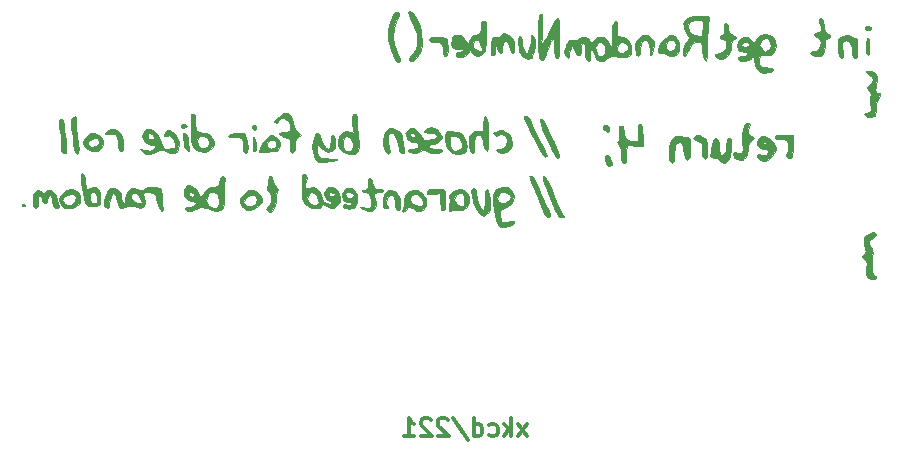
<source format=gbo>
G04 #@! TF.GenerationSoftware,KiCad,Pcbnew,(2017-07-16 revision e797af331)-makepkg*
G04 #@! TF.CreationDate,2018-05-04T01:25:42+02:00*
G04 #@! TF.ProjectId,BRNG,42524E472E6B696361645F7063620000,First release*
G04 #@! TF.SameCoordinates,Original
G04 #@! TF.FileFunction,Legend,Bot*
G04 #@! TF.FilePolarity,Positive*
%FSLAX46Y46*%
G04 Gerber Fmt 4.6, Leading zero omitted, Abs format (unit mm)*
G04 Created by KiCad (PCBNEW (2017-07-16 revision e797af331)-makepkg) date 05/04/18 01:25:42*
%MOMM*%
%LPD*%
G01*
G04 APERTURE LIST*
%ADD10C,0.300000*%
%ADD11C,0.010000*%
G04 APERTURE END LIST*
D10*
X153250000Y-112678571D02*
X152464285Y-111678571D01*
X153250000Y-111678571D02*
X152464285Y-112678571D01*
X151892857Y-112678571D02*
X151892857Y-111178571D01*
X151750000Y-112107142D02*
X151321428Y-112678571D01*
X151321428Y-111678571D02*
X151892857Y-112250000D01*
X150035714Y-112607142D02*
X150178571Y-112678571D01*
X150464285Y-112678571D01*
X150607142Y-112607142D01*
X150678571Y-112535714D01*
X150750000Y-112392857D01*
X150750000Y-111964285D01*
X150678571Y-111821428D01*
X150607142Y-111750000D01*
X150464285Y-111678571D01*
X150178571Y-111678571D01*
X150035714Y-111750000D01*
X148750000Y-112678571D02*
X148750000Y-111178571D01*
X148750000Y-112607142D02*
X148892857Y-112678571D01*
X149178571Y-112678571D01*
X149321428Y-112607142D01*
X149392857Y-112535714D01*
X149464285Y-112392857D01*
X149464285Y-111964285D01*
X149392857Y-111821428D01*
X149321428Y-111750000D01*
X149178571Y-111678571D01*
X148892857Y-111678571D01*
X148750000Y-111750000D01*
X146964285Y-111107142D02*
X148250000Y-113035714D01*
X146535714Y-111321428D02*
X146464285Y-111250000D01*
X146321428Y-111178571D01*
X145964285Y-111178571D01*
X145821428Y-111250000D01*
X145750000Y-111321428D01*
X145678571Y-111464285D01*
X145678571Y-111607142D01*
X145750000Y-111821428D01*
X146607142Y-112678571D01*
X145678571Y-112678571D01*
X145107142Y-111321428D02*
X145035714Y-111250000D01*
X144892857Y-111178571D01*
X144535714Y-111178571D01*
X144392857Y-111250000D01*
X144321428Y-111321428D01*
X144250000Y-111464285D01*
X144250000Y-111607142D01*
X144321428Y-111821428D01*
X145178571Y-112678571D01*
X144250000Y-112678571D01*
X142821428Y-112678571D02*
X143678571Y-112678571D01*
X143250000Y-112678571D02*
X143250000Y-111178571D01*
X143392857Y-111392857D01*
X143535714Y-111535714D01*
X143678571Y-111607142D01*
D11*
G36*
X181954880Y-77974902D02*
X181855091Y-78067885D01*
X181861992Y-78188904D01*
X181875567Y-78207571D01*
X181985031Y-78305159D01*
X182029200Y-78318845D01*
X182148554Y-78291161D01*
X182230500Y-78270304D01*
X182364232Y-78191954D01*
X182334465Y-78071071D01*
X182257079Y-77994492D01*
X182106996Y-77940317D01*
X181954880Y-77974902D01*
X181954880Y-77974902D01*
G37*
X181954880Y-77974902D02*
X181855091Y-78067885D01*
X181861992Y-78188904D01*
X181875567Y-78207571D01*
X181985031Y-78305159D01*
X182029200Y-78318845D01*
X182148554Y-78291161D01*
X182230500Y-78270304D01*
X182364232Y-78191954D01*
X182334465Y-78071071D01*
X182257079Y-77994492D01*
X182106996Y-77940317D01*
X181954880Y-77974902D01*
G36*
X151117244Y-78585494D02*
X151035827Y-78711352D01*
X150930180Y-78861994D01*
X150762434Y-78908598D01*
X150656990Y-78905737D01*
X150438119Y-78916819D01*
X150292837Y-78969597D01*
X150288673Y-78973460D01*
X150245351Y-79094607D01*
X150208641Y-79337546D01*
X150185214Y-79654732D01*
X150182492Y-79730191D01*
X150178278Y-80076006D01*
X150193839Y-80285739D01*
X150234412Y-80392016D01*
X150294129Y-80425710D01*
X150444604Y-80415490D01*
X150484629Y-80391816D01*
X150521160Y-80277099D01*
X150542079Y-80059935D01*
X150544000Y-79965556D01*
X150561423Y-79743279D01*
X150605330Y-79612929D01*
X150628667Y-79598667D01*
X150693794Y-79670701D01*
X150713333Y-79797211D01*
X150774223Y-80005131D01*
X150880902Y-80147403D01*
X150988051Y-80229423D01*
X151058163Y-80223464D01*
X151105986Y-80106029D01*
X151146269Y-79853620D01*
X151165348Y-79694248D01*
X151230706Y-79369786D01*
X151335695Y-79206113D01*
X151484110Y-79198523D01*
X151541164Y-79228145D01*
X151653013Y-79382143D01*
X151713674Y-79641027D01*
X151714419Y-79649575D01*
X151764858Y-79890721D01*
X151857806Y-80093853D01*
X151967145Y-80218127D01*
X152066756Y-80222695D01*
X152075651Y-80214501D01*
X152136949Y-80052246D01*
X152164103Y-79738558D01*
X152162039Y-79440539D01*
X152110321Y-79203764D01*
X151952711Y-78964663D01*
X151823961Y-78826706D01*
X151532591Y-78587269D01*
X151296772Y-78506829D01*
X151117244Y-78585494D01*
X151117244Y-78585494D01*
G37*
X151117244Y-78585494D02*
X151035827Y-78711352D01*
X150930180Y-78861994D01*
X150762434Y-78908598D01*
X150656990Y-78905737D01*
X150438119Y-78916819D01*
X150292837Y-78969597D01*
X150288673Y-78973460D01*
X150245351Y-79094607D01*
X150208641Y-79337546D01*
X150185214Y-79654732D01*
X150182492Y-79730191D01*
X150178278Y-80076006D01*
X150193839Y-80285739D01*
X150234412Y-80392016D01*
X150294129Y-80425710D01*
X150444604Y-80415490D01*
X150484629Y-80391816D01*
X150521160Y-80277099D01*
X150542079Y-80059935D01*
X150544000Y-79965556D01*
X150561423Y-79743279D01*
X150605330Y-79612929D01*
X150628667Y-79598667D01*
X150693794Y-79670701D01*
X150713333Y-79797211D01*
X150774223Y-80005131D01*
X150880902Y-80147403D01*
X150988051Y-80229423D01*
X151058163Y-80223464D01*
X151105986Y-80106029D01*
X151146269Y-79853620D01*
X151165348Y-79694248D01*
X151230706Y-79369786D01*
X151335695Y-79206113D01*
X151484110Y-79198523D01*
X151541164Y-79228145D01*
X151653013Y-79382143D01*
X151713674Y-79641027D01*
X151714419Y-79649575D01*
X151764858Y-79890721D01*
X151857806Y-80093853D01*
X151967145Y-80218127D01*
X152066756Y-80222695D01*
X152075651Y-80214501D01*
X152136949Y-80052246D01*
X152164103Y-79738558D01*
X152162039Y-79440539D01*
X152110321Y-79203764D01*
X151952711Y-78964663D01*
X151823961Y-78826706D01*
X151532591Y-78587269D01*
X151296772Y-78506829D01*
X151117244Y-78585494D01*
G36*
X163060711Y-78724971D02*
X162822387Y-78868051D01*
X162601702Y-79051827D01*
X162458174Y-79231551D01*
X162437588Y-79283525D01*
X162419131Y-79479160D01*
X162422572Y-79783005D01*
X162445968Y-80135624D01*
X162473472Y-80381834D01*
X162551985Y-80434703D01*
X162641470Y-80445334D01*
X162729450Y-80422248D01*
X162783944Y-80329042D01*
X162817460Y-80129788D01*
X162836635Y-79884764D01*
X162890333Y-79487125D01*
X162995406Y-79242335D01*
X163159058Y-79139773D01*
X163333528Y-79152073D01*
X163444333Y-79210803D01*
X163525260Y-79337544D01*
X163583791Y-79558728D01*
X163627412Y-79900787D01*
X163657768Y-80297167D01*
X163691734Y-80434763D01*
X163757959Y-80421544D01*
X163845011Y-80270293D01*
X163941459Y-79993797D01*
X163947353Y-79973300D01*
X164026961Y-79590910D01*
X164015791Y-79330525D01*
X164008773Y-79309626D01*
X163886495Y-79116177D01*
X163687975Y-78913800D01*
X163467896Y-78749222D01*
X163280942Y-78669176D01*
X163257158Y-78667334D01*
X163060711Y-78724971D01*
X163060711Y-78724971D01*
G37*
X163060711Y-78724971D02*
X162822387Y-78868051D01*
X162601702Y-79051827D01*
X162458174Y-79231551D01*
X162437588Y-79283525D01*
X162419131Y-79479160D01*
X162422572Y-79783005D01*
X162445968Y-80135624D01*
X162473472Y-80381834D01*
X162551985Y-80434703D01*
X162641470Y-80445334D01*
X162729450Y-80422248D01*
X162783944Y-80329042D01*
X162817460Y-80129788D01*
X162836635Y-79884764D01*
X162890333Y-79487125D01*
X162995406Y-79242335D01*
X163159058Y-79139773D01*
X163333528Y-79152073D01*
X163444333Y-79210803D01*
X163525260Y-79337544D01*
X163583791Y-79558728D01*
X163627412Y-79900787D01*
X163657768Y-80297167D01*
X163691734Y-80434763D01*
X163757959Y-80421544D01*
X163845011Y-80270293D01*
X163941459Y-79993797D01*
X163947353Y-79973300D01*
X164026961Y-79590910D01*
X164015791Y-79330525D01*
X164008773Y-79309626D01*
X163886495Y-79116177D01*
X163687975Y-78913800D01*
X163467896Y-78749222D01*
X163280942Y-78669176D01*
X163257158Y-78667334D01*
X163060711Y-78724971D01*
G36*
X182065458Y-78954253D02*
X182008698Y-79111834D01*
X181974871Y-79334082D01*
X181959219Y-79635670D01*
X181961855Y-79948853D01*
X181982890Y-80205892D01*
X182006725Y-80311409D01*
X182082368Y-80443685D01*
X182142391Y-80414141D01*
X182184543Y-80229761D01*
X182206570Y-79897530D01*
X182209333Y-79683334D01*
X182198511Y-79297271D01*
X182168484Y-79040119D01*
X182122912Y-78922303D01*
X182065458Y-78954253D01*
X182065458Y-78954253D01*
G37*
X182065458Y-78954253D02*
X182008698Y-79111834D01*
X181974871Y-79334082D01*
X181959219Y-79635670D01*
X181961855Y-79948853D01*
X181982890Y-80205892D01*
X182006725Y-80311409D01*
X182082368Y-80443685D01*
X182142391Y-80414141D01*
X182184543Y-80229761D01*
X182206570Y-79897530D01*
X182209333Y-79683334D01*
X182198511Y-79297271D01*
X182168484Y-79040119D01*
X182122912Y-78922303D01*
X182065458Y-78954253D01*
G36*
X145320069Y-78882701D02*
X145122590Y-78900362D01*
X145021548Y-78941825D01*
X144980521Y-79016930D01*
X144972231Y-79062228D01*
X145016765Y-79229866D01*
X145189272Y-79319675D01*
X145461585Y-79319359D01*
X145531050Y-79306203D01*
X145808565Y-79311960D01*
X146002155Y-79459722D01*
X146098591Y-79737620D01*
X146105778Y-79821677D01*
X146122336Y-80135997D01*
X146142458Y-80320807D01*
X146175673Y-80415829D01*
X146231507Y-80460781D01*
X146262143Y-80473576D01*
X146415431Y-80458890D01*
X146463617Y-80419134D01*
X146505720Y-80276818D01*
X146524275Y-80022975D01*
X146521610Y-79712366D01*
X146500055Y-79399754D01*
X146461937Y-79139902D01*
X146409586Y-78987571D01*
X146402372Y-78979030D01*
X146263567Y-78925787D01*
X145993324Y-78890800D01*
X145650408Y-78879000D01*
X145320069Y-78882701D01*
X145320069Y-78882701D01*
G37*
X145320069Y-78882701D02*
X145122590Y-78900362D01*
X145021548Y-78941825D01*
X144980521Y-79016930D01*
X144972231Y-79062228D01*
X145016765Y-79229866D01*
X145189272Y-79319675D01*
X145461585Y-79319359D01*
X145531050Y-79306203D01*
X145808565Y-79311960D01*
X146002155Y-79459722D01*
X146098591Y-79737620D01*
X146105778Y-79821677D01*
X146122336Y-80135997D01*
X146142458Y-80320807D01*
X146175673Y-80415829D01*
X146231507Y-80460781D01*
X146262143Y-80473576D01*
X146415431Y-80458890D01*
X146463617Y-80419134D01*
X146505720Y-80276818D01*
X146524275Y-80022975D01*
X146521610Y-79712366D01*
X146500055Y-79399754D01*
X146461937Y-79139902D01*
X146409586Y-78987571D01*
X146402372Y-78979030D01*
X146263567Y-78925787D01*
X145993324Y-78890800D01*
X145650408Y-78879000D01*
X145320069Y-78882701D01*
G36*
X165247509Y-78732750D02*
X164975091Y-78922781D01*
X164703602Y-79229107D01*
X164458337Y-79628404D01*
X164320799Y-79952490D01*
X164301387Y-80156283D01*
X164400289Y-80241003D01*
X164550930Y-80227458D01*
X164807637Y-80242766D01*
X165010359Y-80352378D01*
X165336071Y-80506111D01*
X165642131Y-80495195D01*
X165914849Y-80322182D01*
X166073012Y-80063940D01*
X166129772Y-79743026D01*
X166112628Y-79569456D01*
X165868667Y-79569456D01*
X165805297Y-79805010D01*
X165646399Y-79985853D01*
X165438787Y-80084614D01*
X165229274Y-80073924D01*
X165123600Y-80005067D01*
X165035498Y-79817996D01*
X165040978Y-79576548D01*
X165121582Y-79337230D01*
X165258849Y-79156549D01*
X165422301Y-79090667D01*
X165628817Y-79164246D01*
X165797119Y-79343094D01*
X165868626Y-79564375D01*
X165868667Y-79569456D01*
X166112628Y-79569456D01*
X166096141Y-79402547D01*
X165983132Y-79085611D01*
X165801760Y-78835326D01*
X165563035Y-78694799D01*
X165495791Y-78681882D01*
X165247509Y-78732750D01*
X165247509Y-78732750D01*
G37*
X165247509Y-78732750D02*
X164975091Y-78922781D01*
X164703602Y-79229107D01*
X164458337Y-79628404D01*
X164320799Y-79952490D01*
X164301387Y-80156283D01*
X164400289Y-80241003D01*
X164550930Y-80227458D01*
X164807637Y-80242766D01*
X165010359Y-80352378D01*
X165336071Y-80506111D01*
X165642131Y-80495195D01*
X165914849Y-80322182D01*
X166073012Y-80063940D01*
X166129772Y-79743026D01*
X166112628Y-79569456D01*
X165868667Y-79569456D01*
X165805297Y-79805010D01*
X165646399Y-79985853D01*
X165438787Y-80084614D01*
X165229274Y-80073924D01*
X165123600Y-80005067D01*
X165035498Y-79817996D01*
X165040978Y-79576548D01*
X165121582Y-79337230D01*
X165258849Y-79156549D01*
X165422301Y-79090667D01*
X165628817Y-79164246D01*
X165797119Y-79343094D01*
X165868626Y-79564375D01*
X165868667Y-79569456D01*
X166112628Y-79569456D01*
X166096141Y-79402547D01*
X165983132Y-79085611D01*
X165801760Y-78835326D01*
X165563035Y-78694799D01*
X165495791Y-78681882D01*
X165247509Y-78732750D01*
G36*
X178043239Y-77296228D02*
X177987599Y-77403462D01*
X177996950Y-77582009D01*
X178043239Y-77780043D01*
X178115595Y-78070486D01*
X178128994Y-78244370D01*
X178070179Y-78348190D01*
X177925889Y-78428438D01*
X177849000Y-78461123D01*
X177657560Y-78561691D01*
X177557082Y-78654625D01*
X177552667Y-78671325D01*
X177619211Y-78764978D01*
X177785198Y-78892878D01*
X177849000Y-78932552D01*
X178073562Y-79127397D01*
X178145280Y-79366325D01*
X178066255Y-79664918D01*
X177971421Y-79840556D01*
X177827610Y-80031072D01*
X177686411Y-80093573D01*
X177596211Y-80086176D01*
X177393720Y-80084240D01*
X177282974Y-80121174D01*
X177232741Y-80198780D01*
X177312067Y-80309928D01*
X177371547Y-80362387D01*
X177633041Y-80496374D01*
X177924325Y-80522175D01*
X178136344Y-80452681D01*
X178271497Y-80291198D01*
X178390534Y-80018689D01*
X178473857Y-79693426D01*
X178501866Y-79373681D01*
X178501693Y-79366447D01*
X178508249Y-79133818D01*
X178561781Y-79015567D01*
X178688097Y-78958066D01*
X178699651Y-78955101D01*
X178870931Y-78865650D01*
X178886452Y-78740167D01*
X178747911Y-78604926D01*
X178674500Y-78565392D01*
X178543250Y-78485231D01*
X178466502Y-78370489D01*
X178423266Y-78172690D01*
X178399333Y-77929940D01*
X178346302Y-77554468D01*
X178262287Y-77321428D01*
X178152448Y-77239997D01*
X178043239Y-77296228D01*
X178043239Y-77296228D01*
G37*
X178043239Y-77296228D02*
X177987599Y-77403462D01*
X177996950Y-77582009D01*
X178043239Y-77780043D01*
X178115595Y-78070486D01*
X178128994Y-78244370D01*
X178070179Y-78348190D01*
X177925889Y-78428438D01*
X177849000Y-78461123D01*
X177657560Y-78561691D01*
X177557082Y-78654625D01*
X177552667Y-78671325D01*
X177619211Y-78764978D01*
X177785198Y-78892878D01*
X177849000Y-78932552D01*
X178073562Y-79127397D01*
X178145280Y-79366325D01*
X178066255Y-79664918D01*
X177971421Y-79840556D01*
X177827610Y-80031072D01*
X177686411Y-80093573D01*
X177596211Y-80086176D01*
X177393720Y-80084240D01*
X177282974Y-80121174D01*
X177232741Y-80198780D01*
X177312067Y-80309928D01*
X177371547Y-80362387D01*
X177633041Y-80496374D01*
X177924325Y-80522175D01*
X178136344Y-80452681D01*
X178271497Y-80291198D01*
X178390534Y-80018689D01*
X178473857Y-79693426D01*
X178501866Y-79373681D01*
X178501693Y-79366447D01*
X178508249Y-79133818D01*
X178561781Y-79015567D01*
X178688097Y-78958066D01*
X178699651Y-78955101D01*
X178870931Y-78865650D01*
X178886452Y-78740167D01*
X178747911Y-78604926D01*
X178674500Y-78565392D01*
X178543250Y-78485231D01*
X178466502Y-78370489D01*
X178423266Y-78172690D01*
X178399333Y-77929940D01*
X178346302Y-77554468D01*
X178262287Y-77321428D01*
X178152448Y-77239997D01*
X178043239Y-77296228D01*
G36*
X149427858Y-77503882D02*
X149379323Y-77595304D01*
X149360718Y-77794934D01*
X149358667Y-77973067D01*
X149337935Y-78321918D01*
X149262010Y-78534348D01*
X149110294Y-78639699D01*
X148871306Y-78667334D01*
X148694723Y-78683438D01*
X148577037Y-78758697D01*
X148471476Y-78933526D01*
X148411312Y-79064832D01*
X148322625Y-79264918D01*
X148255139Y-79368170D01*
X148180771Y-79365941D01*
X148071437Y-79249582D01*
X148021588Y-79180429D01*
X147527951Y-79180429D01*
X147523394Y-79310736D01*
X147446999Y-79389031D01*
X147390535Y-79357735D01*
X147349140Y-79225830D01*
X147365294Y-79181330D01*
X147457220Y-79120770D01*
X147527951Y-79180429D01*
X148021588Y-79180429D01*
X147899053Y-79010444D01*
X147806146Y-78878461D01*
X147673226Y-78733949D01*
X147507409Y-78680491D01*
X147304099Y-78683991D01*
X147103446Y-78706121D01*
X146989331Y-78763234D01*
X146920964Y-78898658D01*
X146857557Y-79155719D01*
X146856793Y-79159126D01*
X146809500Y-79498294D01*
X146859946Y-79712402D01*
X147021523Y-79823220D01*
X147283456Y-79852667D01*
X147570250Y-79874185D01*
X147749999Y-79931991D01*
X147794115Y-80015965D01*
X147786850Y-80030872D01*
X147674301Y-80090558D01*
X147543704Y-80106667D01*
X147328479Y-80164591D01*
X147205299Y-80308664D01*
X147207264Y-80476935D01*
X147276690Y-80570727D01*
X147412390Y-80599972D01*
X147651902Y-80567997D01*
X147818220Y-80531062D01*
X148099618Y-80404888D01*
X148288068Y-80202761D01*
X148342656Y-80022000D01*
X148384935Y-79986323D01*
X148496017Y-80094750D01*
X148526560Y-80134445D01*
X148788457Y-80389444D01*
X149061604Y-80489124D01*
X149321563Y-80433882D01*
X149543899Y-80224111D01*
X149606937Y-80116958D01*
X149664135Y-79973954D01*
X149440835Y-79973954D01*
X149377068Y-80062433D01*
X149213766Y-80055345D01*
X149210500Y-80054575D01*
X148978913Y-79965959D01*
X148829500Y-79870506D01*
X148709678Y-79686805D01*
X148678418Y-79462839D01*
X148727242Y-79254153D01*
X148847671Y-79116292D01*
X148948531Y-79090667D01*
X149102953Y-79168835D01*
X149256474Y-79408123D01*
X149276280Y-79450500D01*
X149406697Y-79774958D01*
X149440835Y-79973954D01*
X149664135Y-79973954D01*
X149679294Y-79936057D01*
X149728142Y-79705990D01*
X149758126Y-79390439D01*
X149773892Y-78953085D01*
X149776568Y-78790842D01*
X149779031Y-78287472D01*
X149767655Y-77929638D01*
X149737805Y-77693796D01*
X149684847Y-77556399D01*
X149604146Y-77493901D01*
X149518942Y-77482000D01*
X149427858Y-77503882D01*
X149427858Y-77503882D01*
G37*
X149427858Y-77503882D02*
X149379323Y-77595304D01*
X149360718Y-77794934D01*
X149358667Y-77973067D01*
X149337935Y-78321918D01*
X149262010Y-78534348D01*
X149110294Y-78639699D01*
X148871306Y-78667334D01*
X148694723Y-78683438D01*
X148577037Y-78758697D01*
X148471476Y-78933526D01*
X148411312Y-79064832D01*
X148322625Y-79264918D01*
X148255139Y-79368170D01*
X148180771Y-79365941D01*
X148071437Y-79249582D01*
X148021588Y-79180429D01*
X147527951Y-79180429D01*
X147523394Y-79310736D01*
X147446999Y-79389031D01*
X147390535Y-79357735D01*
X147349140Y-79225830D01*
X147365294Y-79181330D01*
X147457220Y-79120770D01*
X147527951Y-79180429D01*
X148021588Y-79180429D01*
X147899053Y-79010444D01*
X147806146Y-78878461D01*
X147673226Y-78733949D01*
X147507409Y-78680491D01*
X147304099Y-78683991D01*
X147103446Y-78706121D01*
X146989331Y-78763234D01*
X146920964Y-78898658D01*
X146857557Y-79155719D01*
X146856793Y-79159126D01*
X146809500Y-79498294D01*
X146859946Y-79712402D01*
X147021523Y-79823220D01*
X147283456Y-79852667D01*
X147570250Y-79874185D01*
X147749999Y-79931991D01*
X147794115Y-80015965D01*
X147786850Y-80030872D01*
X147674301Y-80090558D01*
X147543704Y-80106667D01*
X147328479Y-80164591D01*
X147205299Y-80308664D01*
X147207264Y-80476935D01*
X147276690Y-80570727D01*
X147412390Y-80599972D01*
X147651902Y-80567997D01*
X147818220Y-80531062D01*
X148099618Y-80404888D01*
X148288068Y-80202761D01*
X148342656Y-80022000D01*
X148384935Y-79986323D01*
X148496017Y-80094750D01*
X148526560Y-80134445D01*
X148788457Y-80389444D01*
X149061604Y-80489124D01*
X149321563Y-80433882D01*
X149543899Y-80224111D01*
X149606937Y-80116958D01*
X149664135Y-79973954D01*
X149440835Y-79973954D01*
X149377068Y-80062433D01*
X149213766Y-80055345D01*
X149210500Y-80054575D01*
X148978913Y-79965959D01*
X148829500Y-79870506D01*
X148709678Y-79686805D01*
X148678418Y-79462839D01*
X148727242Y-79254153D01*
X148847671Y-79116292D01*
X148948531Y-79090667D01*
X149102953Y-79168835D01*
X149256474Y-79408123D01*
X149276280Y-79450500D01*
X149406697Y-79774958D01*
X149440835Y-79973954D01*
X149664135Y-79973954D01*
X149679294Y-79936057D01*
X149728142Y-79705990D01*
X149758126Y-79390439D01*
X149773892Y-78953085D01*
X149776568Y-78790842D01*
X149779031Y-78287472D01*
X149767655Y-77929638D01*
X149737805Y-77693796D01*
X149684847Y-77556399D01*
X149604146Y-77493901D01*
X149518942Y-77482000D01*
X149427858Y-77503882D01*
G36*
X153586037Y-78754308D02*
X153568304Y-78934764D01*
X153552578Y-79255417D01*
X153550310Y-79305061D01*
X153510033Y-79610320D01*
X153428486Y-79896693D01*
X153323161Y-80122709D01*
X153211554Y-80246897D01*
X153149404Y-80255468D01*
X153053479Y-80150062D01*
X152952436Y-79924188D01*
X152862410Y-79625370D01*
X152799535Y-79301135D01*
X152786607Y-79186809D01*
X152746571Y-78896754D01*
X152687196Y-78765970D01*
X152601395Y-78784836D01*
X152541424Y-78854073D01*
X152479441Y-79036021D01*
X152485908Y-79336392D01*
X152499832Y-79446607D01*
X152537541Y-79731839D01*
X152563494Y-79965911D01*
X152569819Y-80049680D01*
X152649160Y-80255176D01*
X152835569Y-80463262D01*
X153074225Y-80626869D01*
X153310309Y-80698932D01*
X153326491Y-80699334D01*
X153524077Y-80674372D01*
X153633349Y-80616260D01*
X153687133Y-80495652D01*
X153773207Y-80269494D01*
X153848256Y-80057777D01*
X153959273Y-79579860D01*
X153944958Y-79172669D01*
X153806859Y-78857094D01*
X153754860Y-78796685D01*
X153668957Y-78711011D01*
X153616135Y-78688304D01*
X153586037Y-78754308D01*
X153586037Y-78754308D01*
G37*
X153586037Y-78754308D02*
X153568304Y-78934764D01*
X153552578Y-79255417D01*
X153550310Y-79305061D01*
X153510033Y-79610320D01*
X153428486Y-79896693D01*
X153323161Y-80122709D01*
X153211554Y-80246897D01*
X153149404Y-80255468D01*
X153053479Y-80150062D01*
X152952436Y-79924188D01*
X152862410Y-79625370D01*
X152799535Y-79301135D01*
X152786607Y-79186809D01*
X152746571Y-78896754D01*
X152687196Y-78765970D01*
X152601395Y-78784836D01*
X152541424Y-78854073D01*
X152479441Y-79036021D01*
X152485908Y-79336392D01*
X152499832Y-79446607D01*
X152537541Y-79731839D01*
X152563494Y-79965911D01*
X152569819Y-80049680D01*
X152649160Y-80255176D01*
X152835569Y-80463262D01*
X153074225Y-80626869D01*
X153310309Y-80698932D01*
X153326491Y-80699334D01*
X153524077Y-80674372D01*
X153633349Y-80616260D01*
X153687133Y-80495652D01*
X153773207Y-80269494D01*
X153848256Y-80057777D01*
X153959273Y-79579860D01*
X153944958Y-79172669D01*
X153806859Y-78857094D01*
X153754860Y-78796685D01*
X153668957Y-78711011D01*
X153616135Y-78688304D01*
X153586037Y-78754308D01*
G36*
X180228448Y-78724899D02*
X180008106Y-78794298D01*
X179801500Y-78865991D01*
X179670972Y-78939486D01*
X179600437Y-79051525D01*
X179573807Y-79238852D01*
X179574996Y-79538210D01*
X179581803Y-79768000D01*
X179615485Y-80121862D01*
X179685777Y-80410508D01*
X179780611Y-80602947D01*
X179887919Y-80668183D01*
X179927053Y-80654701D01*
X179990798Y-80528870D01*
X180003384Y-80302482D01*
X179965405Y-80036210D01*
X179919510Y-79884944D01*
X179877799Y-79598274D01*
X179927262Y-79419849D01*
X180061873Y-79201139D01*
X180224660Y-79145665D01*
X180427956Y-79251737D01*
X180522627Y-79338268D01*
X180679946Y-79527112D01*
X180752701Y-79727606D01*
X180770000Y-80008563D01*
X180779917Y-80283400D01*
X180805088Y-80500978D01*
X180821392Y-80565409D01*
X180927321Y-80678286D01*
X181067962Y-80690893D01*
X181138098Y-80635543D01*
X181173754Y-80494152D01*
X181195918Y-80240058D01*
X181204937Y-79921987D01*
X181201160Y-79588664D01*
X181184935Y-79288815D01*
X181156610Y-79071166D01*
X181126331Y-78989798D01*
X181040650Y-78934220D01*
X181024000Y-78953639D01*
X180961246Y-78955463D01*
X180803626Y-78881399D01*
X180727773Y-78836733D01*
X180545514Y-78732886D01*
X180402446Y-78696986D01*
X180228448Y-78724899D01*
X180228448Y-78724899D01*
G37*
X180228448Y-78724899D02*
X180008106Y-78794298D01*
X179801500Y-78865991D01*
X179670972Y-78939486D01*
X179600437Y-79051525D01*
X179573807Y-79238852D01*
X179574996Y-79538210D01*
X179581803Y-79768000D01*
X179615485Y-80121862D01*
X179685777Y-80410508D01*
X179780611Y-80602947D01*
X179887919Y-80668183D01*
X179927053Y-80654701D01*
X179990798Y-80528870D01*
X180003384Y-80302482D01*
X179965405Y-80036210D01*
X179919510Y-79884944D01*
X179877799Y-79598274D01*
X179927262Y-79419849D01*
X180061873Y-79201139D01*
X180224660Y-79145665D01*
X180427956Y-79251737D01*
X180522627Y-79338268D01*
X180679946Y-79527112D01*
X180752701Y-79727606D01*
X180770000Y-80008563D01*
X180779917Y-80283400D01*
X180805088Y-80500978D01*
X180821392Y-80565409D01*
X180927321Y-80678286D01*
X181067962Y-80690893D01*
X181138098Y-80635543D01*
X181173754Y-80494152D01*
X181195918Y-80240058D01*
X181204937Y-79921987D01*
X181201160Y-79588664D01*
X181184935Y-79288815D01*
X181156610Y-79071166D01*
X181126331Y-78989798D01*
X181040650Y-78934220D01*
X181024000Y-78953639D01*
X180961246Y-78955463D01*
X180803626Y-78881399D01*
X180727773Y-78836733D01*
X180545514Y-78732886D01*
X180402446Y-78696986D01*
X180228448Y-78724899D01*
G36*
X170023087Y-77690111D02*
X169957090Y-77824429D01*
X169942560Y-78103508D01*
X169946743Y-78185785D01*
X169956422Y-78442173D01*
X169929614Y-78578389D01*
X169847954Y-78642625D01*
X169763333Y-78667057D01*
X169585940Y-78763046D01*
X169546435Y-78899999D01*
X169639825Y-79028002D01*
X169805667Y-79090216D01*
X169975538Y-79140674D01*
X170055230Y-79251119D01*
X170086330Y-79457353D01*
X170053726Y-79820490D01*
X169890402Y-80078535D01*
X169600384Y-80225812D01*
X169531141Y-80240830D01*
X169263470Y-80297980D01*
X169144789Y-80359924D01*
X169155898Y-80451103D01*
X169263725Y-80581266D01*
X169516935Y-80757042D01*
X169783809Y-80765509D01*
X170057055Y-80607388D01*
X170172173Y-80491239D01*
X170403102Y-80116288D01*
X170484394Y-79792739D01*
X170536767Y-79448837D01*
X170589045Y-79236450D01*
X170656134Y-79118427D01*
X170752945Y-79057616D01*
X170783664Y-79046959D01*
X170928351Y-78962885D01*
X170905684Y-78855392D01*
X170715549Y-78724174D01*
X170649695Y-78691358D01*
X170401377Y-78506767D01*
X170280161Y-78269912D01*
X170298721Y-78040752D01*
X170295274Y-77887037D01*
X170209165Y-77745422D01*
X170087614Y-77675979D01*
X170023087Y-77690111D01*
X170023087Y-77690111D01*
G37*
X170023087Y-77690111D02*
X169957090Y-77824429D01*
X169942560Y-78103508D01*
X169946743Y-78185785D01*
X169956422Y-78442173D01*
X169929614Y-78578389D01*
X169847954Y-78642625D01*
X169763333Y-78667057D01*
X169585940Y-78763046D01*
X169546435Y-78899999D01*
X169639825Y-79028002D01*
X169805667Y-79090216D01*
X169975538Y-79140674D01*
X170055230Y-79251119D01*
X170086330Y-79457353D01*
X170053726Y-79820490D01*
X169890402Y-80078535D01*
X169600384Y-80225812D01*
X169531141Y-80240830D01*
X169263470Y-80297980D01*
X169144789Y-80359924D01*
X169155898Y-80451103D01*
X169263725Y-80581266D01*
X169516935Y-80757042D01*
X169783809Y-80765509D01*
X170057055Y-80607388D01*
X170172173Y-80491239D01*
X170403102Y-80116288D01*
X170484394Y-79792739D01*
X170536767Y-79448837D01*
X170589045Y-79236450D01*
X170656134Y-79118427D01*
X170752945Y-79057616D01*
X170783664Y-79046959D01*
X170928351Y-78962885D01*
X170905684Y-78855392D01*
X170715549Y-78724174D01*
X170649695Y-78691358D01*
X170401377Y-78506767D01*
X170280161Y-78269912D01*
X170298721Y-78040752D01*
X170295274Y-77887037D01*
X170209165Y-77745422D01*
X170087614Y-77675979D01*
X170023087Y-77690111D01*
G36*
X154315318Y-76918550D02*
X154266763Y-77018586D01*
X154227928Y-77257734D01*
X154198795Y-77606054D01*
X154179345Y-78033604D01*
X154169559Y-78510444D01*
X154169418Y-79006633D01*
X154178903Y-79492230D01*
X154197996Y-79937293D01*
X154226678Y-80311884D01*
X154264929Y-80586059D01*
X154312732Y-80729879D01*
X154317714Y-80735619D01*
X154463023Y-80847156D01*
X154579218Y-80830960D01*
X154699285Y-80673404D01*
X154764166Y-80551167D01*
X154887315Y-80248319D01*
X154976838Y-79928794D01*
X154983246Y-79895000D01*
X155070839Y-79607881D01*
X155217360Y-79302336D01*
X155269860Y-79217667D01*
X155497000Y-78879000D01*
X155539333Y-79700659D01*
X155567405Y-80066997D01*
X155607820Y-80370736D01*
X155654184Y-80570117D01*
X155680123Y-80620382D01*
X155771150Y-80688703D01*
X155840905Y-80679149D01*
X155892019Y-80576337D01*
X155927121Y-80364886D01*
X155948842Y-80029411D01*
X155959810Y-79554529D01*
X155962667Y-78967728D01*
X155961058Y-78393598D01*
X155955073Y-77966773D01*
X155942973Y-77665245D01*
X155923022Y-77467009D01*
X155893480Y-77350056D01*
X155852611Y-77292380D01*
X155829359Y-77279628D01*
X155758619Y-77292340D01*
X155666139Y-77391280D01*
X155540669Y-77594414D01*
X155370956Y-77919706D01*
X155173192Y-78327341D01*
X154921104Y-78837106D01*
X154725383Y-79187922D01*
X154585482Y-79380325D01*
X154500852Y-79414848D01*
X154470948Y-79292024D01*
X154495220Y-79012389D01*
X154499251Y-78984834D01*
X154526072Y-78721844D01*
X154543737Y-78380605D01*
X154552334Y-78001699D01*
X154551950Y-77625708D01*
X154542674Y-77293213D01*
X154524593Y-77044796D01*
X154497794Y-76921041D01*
X154494785Y-76917230D01*
X154384332Y-76900476D01*
X154315318Y-76918550D01*
X154315318Y-76918550D01*
G37*
X154315318Y-76918550D02*
X154266763Y-77018586D01*
X154227928Y-77257734D01*
X154198795Y-77606054D01*
X154179345Y-78033604D01*
X154169559Y-78510444D01*
X154169418Y-79006633D01*
X154178903Y-79492230D01*
X154197996Y-79937293D01*
X154226678Y-80311884D01*
X154264929Y-80586059D01*
X154312732Y-80729879D01*
X154317714Y-80735619D01*
X154463023Y-80847156D01*
X154579218Y-80830960D01*
X154699285Y-80673404D01*
X154764166Y-80551167D01*
X154887315Y-80248319D01*
X154976838Y-79928794D01*
X154983246Y-79895000D01*
X155070839Y-79607881D01*
X155217360Y-79302336D01*
X155269860Y-79217667D01*
X155497000Y-78879000D01*
X155539333Y-79700659D01*
X155567405Y-80066997D01*
X155607820Y-80370736D01*
X155654184Y-80570117D01*
X155680123Y-80620382D01*
X155771150Y-80688703D01*
X155840905Y-80679149D01*
X155892019Y-80576337D01*
X155927121Y-80364886D01*
X155948842Y-80029411D01*
X155959810Y-79554529D01*
X155962667Y-78967728D01*
X155961058Y-78393598D01*
X155955073Y-77966773D01*
X155942973Y-77665245D01*
X155923022Y-77467009D01*
X155893480Y-77350056D01*
X155852611Y-77292380D01*
X155829359Y-77279628D01*
X155758619Y-77292340D01*
X155666139Y-77391280D01*
X155540669Y-77594414D01*
X155370956Y-77919706D01*
X155173192Y-78327341D01*
X154921104Y-78837106D01*
X154725383Y-79187922D01*
X154585482Y-79380325D01*
X154500852Y-79414848D01*
X154470948Y-79292024D01*
X154495220Y-79012389D01*
X154499251Y-78984834D01*
X154526072Y-78721844D01*
X154543737Y-78380605D01*
X154552334Y-78001699D01*
X154551950Y-77625708D01*
X154542674Y-77293213D01*
X154524593Y-77044796D01*
X154497794Y-76921041D01*
X154494785Y-76917230D01*
X154384332Y-76900476D01*
X154315318Y-76918550D01*
G36*
X167401083Y-77081896D02*
X167046219Y-77160136D01*
X166774522Y-77306213D01*
X166605490Y-77463042D01*
X166518374Y-77584676D01*
X166495260Y-77723493D01*
X166530788Y-77941160D01*
X166555058Y-78043210D01*
X166648471Y-78338856D01*
X166765421Y-78601719D01*
X166812868Y-78680404D01*
X166926638Y-78857531D01*
X166951878Y-78983821D01*
X166880206Y-79120563D01*
X166727988Y-79300856D01*
X166525098Y-79627004D01*
X166428458Y-79939603D01*
X166418268Y-80246965D01*
X166487048Y-80418119D01*
X166604757Y-80446437D01*
X166741359Y-80325292D01*
X166866815Y-80048056D01*
X166870154Y-80037053D01*
X167008245Y-79741446D01*
X167210225Y-79502672D01*
X167443507Y-79338699D01*
X167675505Y-79267496D01*
X167873633Y-79307030D01*
X167982355Y-79423767D01*
X168030111Y-79595513D01*
X168061944Y-79868066D01*
X168070000Y-80095053D01*
X168104907Y-80484533D01*
X168205284Y-80745483D01*
X168364620Y-80863288D01*
X168414714Y-80868667D01*
X168442510Y-80788040D01*
X168465550Y-80562254D01*
X168482460Y-80215448D01*
X168491861Y-79771761D01*
X168493333Y-79490118D01*
X168502316Y-78823269D01*
X168528469Y-78274388D01*
X168570601Y-77862517D01*
X168594045Y-77740690D01*
X168180480Y-77740690D01*
X168157523Y-77993024D01*
X168143297Y-78112948D01*
X168093495Y-78473334D01*
X168040476Y-78692423D01*
X167969817Y-78797883D01*
X167867094Y-78817380D01*
X167785278Y-78799671D01*
X167560849Y-78741277D01*
X167367915Y-78696328D01*
X167169570Y-78577145D01*
X167001908Y-78345911D01*
X166900014Y-78059849D01*
X166884667Y-77908116D01*
X166961180Y-77719111D01*
X167159402Y-77563220D01*
X167432359Y-77458736D01*
X167733078Y-77423951D01*
X168002988Y-77472617D01*
X168112629Y-77523460D01*
X168168654Y-77598493D01*
X168180480Y-77740690D01*
X168594045Y-77740690D01*
X168606998Y-77673382D01*
X168668934Y-77362399D01*
X168656353Y-77183861D01*
X168632398Y-77146931D01*
X168510352Y-77105038D01*
X168266955Y-77073908D01*
X167950112Y-77059158D01*
X167879529Y-77058667D01*
X167401083Y-77081896D01*
X167401083Y-77081896D01*
G37*
X167401083Y-77081896D02*
X167046219Y-77160136D01*
X166774522Y-77306213D01*
X166605490Y-77463042D01*
X166518374Y-77584676D01*
X166495260Y-77723493D01*
X166530788Y-77941160D01*
X166555058Y-78043210D01*
X166648471Y-78338856D01*
X166765421Y-78601719D01*
X166812868Y-78680404D01*
X166926638Y-78857531D01*
X166951878Y-78983821D01*
X166880206Y-79120563D01*
X166727988Y-79300856D01*
X166525098Y-79627004D01*
X166428458Y-79939603D01*
X166418268Y-80246965D01*
X166487048Y-80418119D01*
X166604757Y-80446437D01*
X166741359Y-80325292D01*
X166866815Y-80048056D01*
X166870154Y-80037053D01*
X167008245Y-79741446D01*
X167210225Y-79502672D01*
X167443507Y-79338699D01*
X167675505Y-79267496D01*
X167873633Y-79307030D01*
X167982355Y-79423767D01*
X168030111Y-79595513D01*
X168061944Y-79868066D01*
X168070000Y-80095053D01*
X168104907Y-80484533D01*
X168205284Y-80745483D01*
X168364620Y-80863288D01*
X168414714Y-80868667D01*
X168442510Y-80788040D01*
X168465550Y-80562254D01*
X168482460Y-80215448D01*
X168491861Y-79771761D01*
X168493333Y-79490118D01*
X168502316Y-78823269D01*
X168528469Y-78274388D01*
X168570601Y-77862517D01*
X168594045Y-77740690D01*
X168180480Y-77740690D01*
X168157523Y-77993024D01*
X168143297Y-78112948D01*
X168093495Y-78473334D01*
X168040476Y-78692423D01*
X167969817Y-78797883D01*
X167867094Y-78817380D01*
X167785278Y-78799671D01*
X167560849Y-78741277D01*
X167367915Y-78696328D01*
X167169570Y-78577145D01*
X167001908Y-78345911D01*
X166900014Y-78059849D01*
X166884667Y-77908116D01*
X166961180Y-77719111D01*
X167159402Y-77563220D01*
X167432359Y-77458736D01*
X167733078Y-77423951D01*
X168002988Y-77472617D01*
X168112629Y-77523460D01*
X168168654Y-77598493D01*
X168180480Y-77740690D01*
X168594045Y-77740690D01*
X168606998Y-77673382D01*
X168668934Y-77362399D01*
X168656353Y-77183861D01*
X168632398Y-77146931D01*
X168510352Y-77105038D01*
X168266955Y-77073908D01*
X167950112Y-77059158D01*
X167879529Y-77058667D01*
X167401083Y-77081896D01*
G36*
X143182223Y-76748621D02*
X143223450Y-76968172D01*
X143353165Y-77254324D01*
X143696734Y-77991620D01*
X143896621Y-78666800D01*
X143951278Y-79178766D01*
X143930130Y-79557579D01*
X143844458Y-79855793D01*
X143667270Y-80143668D01*
X143504250Y-80342446D01*
X143317318Y-80598784D01*
X143273523Y-80778050D01*
X143370968Y-80890570D01*
X143401122Y-80903680D01*
X143557558Y-80876980D01*
X143781435Y-80700126D01*
X143848785Y-80631767D01*
X144093911Y-80321005D01*
X144246855Y-79981634D01*
X144318523Y-79573168D01*
X144319818Y-79055118D01*
X144311208Y-78914780D01*
X144232369Y-78251996D01*
X144092070Y-77712074D01*
X143879057Y-77256156D01*
X143790610Y-77117106D01*
X143559404Y-76826412D01*
X143368642Y-76671956D01*
X143236767Y-76647954D01*
X143182223Y-76748621D01*
X143182223Y-76748621D01*
G37*
X143182223Y-76748621D02*
X143223450Y-76968172D01*
X143353165Y-77254324D01*
X143696734Y-77991620D01*
X143896621Y-78666800D01*
X143951278Y-79178766D01*
X143930130Y-79557579D01*
X143844458Y-79855793D01*
X143667270Y-80143668D01*
X143504250Y-80342446D01*
X143317318Y-80598784D01*
X143273523Y-80778050D01*
X143370968Y-80890570D01*
X143401122Y-80903680D01*
X143557558Y-80876980D01*
X143781435Y-80700126D01*
X143848785Y-80631767D01*
X144093911Y-80321005D01*
X144246855Y-79981634D01*
X144318523Y-79573168D01*
X144319818Y-79055118D01*
X144311208Y-78914780D01*
X144232369Y-78251996D01*
X144092070Y-77712074D01*
X143879057Y-77256156D01*
X143790610Y-77117106D01*
X143559404Y-76826412D01*
X143368642Y-76671956D01*
X143236767Y-76647954D01*
X143182223Y-76748621D01*
G36*
X160579579Y-77677901D02*
X160575115Y-77684661D01*
X160513549Y-77818594D01*
X160472457Y-78018198D01*
X160448464Y-78314088D01*
X160438197Y-78736876D01*
X160437194Y-78936193D01*
X160435597Y-79979667D01*
X160424383Y-79955107D01*
X159853467Y-79955107D01*
X159816035Y-80229502D01*
X159724286Y-80396953D01*
X159594980Y-80508202D01*
X159484364Y-80510904D01*
X159355379Y-80448569D01*
X159186940Y-80278655D01*
X159069441Y-80016670D01*
X159031907Y-79738450D01*
X159045774Y-79639649D01*
X159174655Y-79433146D01*
X159329487Y-79336117D01*
X159515977Y-79293690D01*
X159649224Y-79366154D01*
X159708122Y-79433158D01*
X159817087Y-79665276D01*
X159853467Y-79955107D01*
X160424383Y-79955107D01*
X160236550Y-79543763D01*
X160005808Y-79149202D01*
X159744887Y-78916192D01*
X159446758Y-78838537D01*
X159436328Y-78838549D01*
X159162475Y-78915731D01*
X158907832Y-79114061D01*
X158773650Y-79302334D01*
X158705385Y-79409931D01*
X158655078Y-79382023D01*
X158597340Y-79243981D01*
X158431573Y-78998418D01*
X158191980Y-78862847D01*
X157927429Y-78850767D01*
X157686788Y-78975679D01*
X157673281Y-78988719D01*
X157488311Y-79096031D01*
X157212627Y-79111086D01*
X157181727Y-79108394D01*
X156965430Y-79101831D01*
X156814615Y-79151440D01*
X156698119Y-79286948D01*
X156584781Y-79538082D01*
X156506911Y-79752134D01*
X156419940Y-80022087D01*
X156394789Y-80195989D01*
X156428415Y-80334207D01*
X156473202Y-80421020D01*
X156603236Y-80601747D01*
X156702511Y-80622593D01*
X156777244Y-80480383D01*
X156824292Y-80241852D01*
X156881666Y-79974510D01*
X156959621Y-79768806D01*
X156998738Y-79711643D01*
X157073956Y-79668282D01*
X157142566Y-79726893D01*
X157226493Y-79913030D01*
X157268043Y-80025517D01*
X157372094Y-80279679D01*
X157465389Y-80403541D01*
X157576480Y-80431511D01*
X157602643Y-80428726D01*
X157703282Y-80394739D01*
X157761890Y-80302171D01*
X157793314Y-80110941D01*
X157808207Y-79873834D01*
X157830547Y-79599645D01*
X157863858Y-79408404D01*
X157897107Y-79344667D01*
X158041860Y-79424213D01*
X158131356Y-79659752D01*
X158163896Y-80046637D01*
X158164000Y-80074342D01*
X158174770Y-80457176D01*
X158213096Y-80698939D01*
X158288000Y-80826875D01*
X158408506Y-80868229D01*
X158427059Y-80868667D01*
X158555405Y-80792483D01*
X158610599Y-80565134D01*
X158601760Y-80276000D01*
X158611284Y-80096928D01*
X158640102Y-79937334D01*
X158675411Y-79823653D01*
X158712047Y-79833230D01*
X158767783Y-79982774D01*
X158800074Y-80087737D01*
X158977783Y-80525568D01*
X159196796Y-80800293D01*
X159456497Y-80911362D01*
X159691196Y-80882652D01*
X159837100Y-80807107D01*
X160038454Y-80672422D01*
X160079122Y-80642203D01*
X160224515Y-80540375D01*
X160354514Y-80489344D01*
X160521099Y-80483425D01*
X160776250Y-80516932D01*
X160952922Y-80546633D01*
X161400176Y-80596304D01*
X161717271Y-80561781D01*
X161925330Y-80434948D01*
X162045476Y-80207690D01*
X162067615Y-80118318D01*
X162077161Y-79727486D01*
X162057203Y-79666192D01*
X161774294Y-79666192D01*
X161772201Y-79872163D01*
X161601763Y-80073839D01*
X161571833Y-80096923D01*
X161374790Y-80229980D01*
X161235935Y-80264763D01*
X161084973Y-80213292D01*
X161037101Y-80188355D01*
X160904493Y-80031447D01*
X160883714Y-79793965D01*
X160976572Y-79524057D01*
X161010071Y-79468688D01*
X161181390Y-79295688D01*
X161372684Y-79284994D01*
X161599970Y-79435949D01*
X161608710Y-79444092D01*
X161774294Y-79666192D01*
X162057203Y-79666192D01*
X161960495Y-79369192D01*
X161742294Y-79078404D01*
X161447235Y-78890091D01*
X161163171Y-78836667D01*
X161010722Y-78830958D01*
X160916855Y-78792310D01*
X160869212Y-78688443D01*
X160855437Y-78487076D01*
X160863175Y-78155930D01*
X160866562Y-78061774D01*
X160857820Y-77733188D01*
X160804701Y-77556608D01*
X160710766Y-77536643D01*
X160579579Y-77677901D01*
X160579579Y-77677901D01*
G37*
X160579579Y-77677901D02*
X160575115Y-77684661D01*
X160513549Y-77818594D01*
X160472457Y-78018198D01*
X160448464Y-78314088D01*
X160438197Y-78736876D01*
X160437194Y-78936193D01*
X160435597Y-79979667D01*
X160424383Y-79955107D01*
X159853467Y-79955107D01*
X159816035Y-80229502D01*
X159724286Y-80396953D01*
X159594980Y-80508202D01*
X159484364Y-80510904D01*
X159355379Y-80448569D01*
X159186940Y-80278655D01*
X159069441Y-80016670D01*
X159031907Y-79738450D01*
X159045774Y-79639649D01*
X159174655Y-79433146D01*
X159329487Y-79336117D01*
X159515977Y-79293690D01*
X159649224Y-79366154D01*
X159708122Y-79433158D01*
X159817087Y-79665276D01*
X159853467Y-79955107D01*
X160424383Y-79955107D01*
X160236550Y-79543763D01*
X160005808Y-79149202D01*
X159744887Y-78916192D01*
X159446758Y-78838537D01*
X159436328Y-78838549D01*
X159162475Y-78915731D01*
X158907832Y-79114061D01*
X158773650Y-79302334D01*
X158705385Y-79409931D01*
X158655078Y-79382023D01*
X158597340Y-79243981D01*
X158431573Y-78998418D01*
X158191980Y-78862847D01*
X157927429Y-78850767D01*
X157686788Y-78975679D01*
X157673281Y-78988719D01*
X157488311Y-79096031D01*
X157212627Y-79111086D01*
X157181727Y-79108394D01*
X156965430Y-79101831D01*
X156814615Y-79151440D01*
X156698119Y-79286948D01*
X156584781Y-79538082D01*
X156506911Y-79752134D01*
X156419940Y-80022087D01*
X156394789Y-80195989D01*
X156428415Y-80334207D01*
X156473202Y-80421020D01*
X156603236Y-80601747D01*
X156702511Y-80622593D01*
X156777244Y-80480383D01*
X156824292Y-80241852D01*
X156881666Y-79974510D01*
X156959621Y-79768806D01*
X156998738Y-79711643D01*
X157073956Y-79668282D01*
X157142566Y-79726893D01*
X157226493Y-79913030D01*
X157268043Y-80025517D01*
X157372094Y-80279679D01*
X157465389Y-80403541D01*
X157576480Y-80431511D01*
X157602643Y-80428726D01*
X157703282Y-80394739D01*
X157761890Y-80302171D01*
X157793314Y-80110941D01*
X157808207Y-79873834D01*
X157830547Y-79599645D01*
X157863858Y-79408404D01*
X157897107Y-79344667D01*
X158041860Y-79424213D01*
X158131356Y-79659752D01*
X158163896Y-80046637D01*
X158164000Y-80074342D01*
X158174770Y-80457176D01*
X158213096Y-80698939D01*
X158288000Y-80826875D01*
X158408506Y-80868229D01*
X158427059Y-80868667D01*
X158555405Y-80792483D01*
X158610599Y-80565134D01*
X158601760Y-80276000D01*
X158611284Y-80096928D01*
X158640102Y-79937334D01*
X158675411Y-79823653D01*
X158712047Y-79833230D01*
X158767783Y-79982774D01*
X158800074Y-80087737D01*
X158977783Y-80525568D01*
X159196796Y-80800293D01*
X159456497Y-80911362D01*
X159691196Y-80882652D01*
X159837100Y-80807107D01*
X160038454Y-80672422D01*
X160079122Y-80642203D01*
X160224515Y-80540375D01*
X160354514Y-80489344D01*
X160521099Y-80483425D01*
X160776250Y-80516932D01*
X160952922Y-80546633D01*
X161400176Y-80596304D01*
X161717271Y-80561781D01*
X161925330Y-80434948D01*
X162045476Y-80207690D01*
X162067615Y-80118318D01*
X162077161Y-79727486D01*
X162057203Y-79666192D01*
X161774294Y-79666192D01*
X161772201Y-79872163D01*
X161601763Y-80073839D01*
X161571833Y-80096923D01*
X161374790Y-80229980D01*
X161235935Y-80264763D01*
X161084973Y-80213292D01*
X161037101Y-80188355D01*
X160904493Y-80031447D01*
X160883714Y-79793965D01*
X160976572Y-79524057D01*
X161010071Y-79468688D01*
X161181390Y-79295688D01*
X161372684Y-79284994D01*
X161599970Y-79435949D01*
X161608710Y-79444092D01*
X161774294Y-79666192D01*
X162057203Y-79666192D01*
X161960495Y-79369192D01*
X161742294Y-79078404D01*
X161447235Y-78890091D01*
X161163171Y-78836667D01*
X161010722Y-78830958D01*
X160916855Y-78792310D01*
X160869212Y-78688443D01*
X160855437Y-78487076D01*
X160863175Y-78155930D01*
X160866562Y-78061774D01*
X160857820Y-77733188D01*
X160804701Y-77556608D01*
X160710766Y-77536643D01*
X160579579Y-77677901D01*
G36*
X142080235Y-76801447D02*
X141897136Y-77015635D01*
X141878530Y-77046498D01*
X141777362Y-77270313D01*
X141666401Y-77593484D01*
X141568391Y-77949188D01*
X141561672Y-77977555D01*
X141491302Y-78294332D01*
X141456888Y-78530788D01*
X141459072Y-78748148D01*
X141498495Y-79007641D01*
X141575798Y-79370491D01*
X141576284Y-79372681D01*
X141726235Y-79976854D01*
X141876230Y-80429546D01*
X142032824Y-80748482D01*
X142136018Y-80886735D01*
X142302098Y-81021440D01*
X142419678Y-80997923D01*
X142471101Y-80908259D01*
X142461730Y-80773469D01*
X142391988Y-80533432D01*
X142276066Y-80234936D01*
X142246385Y-80167426D01*
X142006087Y-79464451D01*
X141927749Y-78773272D01*
X142011741Y-78075658D01*
X142258433Y-77353375D01*
X142305691Y-77249853D01*
X142389247Y-76972387D01*
X142358230Y-76795028D01*
X142244580Y-76732980D01*
X142080235Y-76801447D01*
X142080235Y-76801447D01*
G37*
X142080235Y-76801447D02*
X141897136Y-77015635D01*
X141878530Y-77046498D01*
X141777362Y-77270313D01*
X141666401Y-77593484D01*
X141568391Y-77949188D01*
X141561672Y-77977555D01*
X141491302Y-78294332D01*
X141456888Y-78530788D01*
X141459072Y-78748148D01*
X141498495Y-79007641D01*
X141575798Y-79370491D01*
X141576284Y-79372681D01*
X141726235Y-79976854D01*
X141876230Y-80429546D01*
X142032824Y-80748482D01*
X142136018Y-80886735D01*
X142302098Y-81021440D01*
X142419678Y-80997923D01*
X142471101Y-80908259D01*
X142461730Y-80773469D01*
X142391988Y-80533432D01*
X142276066Y-80234936D01*
X142246385Y-80167426D01*
X142006087Y-79464451D01*
X141927749Y-78773272D01*
X142011741Y-78075658D01*
X142258433Y-77353375D01*
X142305691Y-77249853D01*
X142389247Y-76972387D01*
X142358230Y-76795028D01*
X142244580Y-76732980D01*
X142080235Y-76801447D01*
G36*
X173054252Y-78701406D02*
X172785251Y-78876615D01*
X172613257Y-79113426D01*
X172465477Y-79370916D01*
X172189875Y-79103792D01*
X171950677Y-78908908D01*
X171740090Y-78845515D01*
X171498478Y-78900585D01*
X171417866Y-78935129D01*
X171233417Y-79100795D01*
X171107556Y-79365084D01*
X171061364Y-79661494D01*
X171109086Y-79909246D01*
X171219818Y-80051800D01*
X171412210Y-80104012D01*
X171499842Y-80106667D01*
X171745984Y-80144598D01*
X171850784Y-80237318D01*
X171862509Y-80386998D01*
X171740731Y-80468569D01*
X171559334Y-80494026D01*
X171301592Y-80513782D01*
X171170511Y-80542414D01*
X171123571Y-80595890D01*
X171118000Y-80659728D01*
X171189443Y-80803825D01*
X171375133Y-80883764D01*
X171632109Y-80898313D01*
X171917411Y-80846245D01*
X172188081Y-80726328D01*
X172239833Y-80691844D01*
X172472667Y-80524931D01*
X172472667Y-80828003D01*
X172540084Y-81247923D01*
X172724881Y-81581391D01*
X173000881Y-81808995D01*
X173341905Y-81911320D01*
X173721774Y-81868955D01*
X173825389Y-81831124D01*
X174019653Y-81717372D01*
X174050063Y-81614633D01*
X173922052Y-81530015D01*
X173641054Y-81470623D01*
X173541594Y-81460007D01*
X173208423Y-81409427D01*
X173013182Y-81309963D01*
X172925196Y-81128455D01*
X172913792Y-80831745D01*
X172916276Y-80784000D01*
X172938333Y-80403000D01*
X173383252Y-80430261D01*
X173661240Y-80435593D01*
X173843870Y-80393131D01*
X174003353Y-80279480D01*
X174081752Y-80203941D01*
X174278161Y-79927339D01*
X174329266Y-79628103D01*
X173912000Y-79628103D01*
X173840213Y-79837678D01*
X173667737Y-80018341D01*
X173458905Y-80105547D01*
X173435021Y-80106667D01*
X173320628Y-80046791D01*
X173160696Y-79897867D01*
X173115193Y-79846171D01*
X172976106Y-79664491D01*
X172923626Y-79573797D01*
X172047344Y-79573797D01*
X171922020Y-79657764D01*
X171710667Y-79683334D01*
X171465898Y-79658505D01*
X171373373Y-79581725D01*
X171372000Y-79566700D01*
X171441132Y-79385361D01*
X171612918Y-79296683D01*
X171833947Y-79327622D01*
X171840174Y-79330404D01*
X172023219Y-79456075D01*
X172047344Y-79573797D01*
X172923626Y-79573797D01*
X172900546Y-79533913D01*
X172896000Y-79514000D01*
X172952837Y-79387111D01*
X173089686Y-79212312D01*
X173256058Y-79043805D01*
X173401463Y-78935789D01*
X173448095Y-78921334D01*
X173586288Y-78992989D01*
X173734679Y-79169713D01*
X173855616Y-79394142D01*
X173911447Y-79608912D01*
X173912000Y-79628103D01*
X174329266Y-79628103D01*
X174331369Y-79615791D01*
X174245004Y-79239031D01*
X174208473Y-79146394D01*
X174035019Y-78862479D01*
X173786882Y-78705393D01*
X173427535Y-78652411D01*
X173414047Y-78652184D01*
X173054252Y-78701406D01*
X173054252Y-78701406D01*
G37*
X173054252Y-78701406D02*
X172785251Y-78876615D01*
X172613257Y-79113426D01*
X172465477Y-79370916D01*
X172189875Y-79103792D01*
X171950677Y-78908908D01*
X171740090Y-78845515D01*
X171498478Y-78900585D01*
X171417866Y-78935129D01*
X171233417Y-79100795D01*
X171107556Y-79365084D01*
X171061364Y-79661494D01*
X171109086Y-79909246D01*
X171219818Y-80051800D01*
X171412210Y-80104012D01*
X171499842Y-80106667D01*
X171745984Y-80144598D01*
X171850784Y-80237318D01*
X171862509Y-80386998D01*
X171740731Y-80468569D01*
X171559334Y-80494026D01*
X171301592Y-80513782D01*
X171170511Y-80542414D01*
X171123571Y-80595890D01*
X171118000Y-80659728D01*
X171189443Y-80803825D01*
X171375133Y-80883764D01*
X171632109Y-80898313D01*
X171917411Y-80846245D01*
X172188081Y-80726328D01*
X172239833Y-80691844D01*
X172472667Y-80524931D01*
X172472667Y-80828003D01*
X172540084Y-81247923D01*
X172724881Y-81581391D01*
X173000881Y-81808995D01*
X173341905Y-81911320D01*
X173721774Y-81868955D01*
X173825389Y-81831124D01*
X174019653Y-81717372D01*
X174050063Y-81614633D01*
X173922052Y-81530015D01*
X173641054Y-81470623D01*
X173541594Y-81460007D01*
X173208423Y-81409427D01*
X173013182Y-81309963D01*
X172925196Y-81128455D01*
X172913792Y-80831745D01*
X172916276Y-80784000D01*
X172938333Y-80403000D01*
X173383252Y-80430261D01*
X173661240Y-80435593D01*
X173843870Y-80393131D01*
X174003353Y-80279480D01*
X174081752Y-80203941D01*
X174278161Y-79927339D01*
X174329266Y-79628103D01*
X173912000Y-79628103D01*
X173840213Y-79837678D01*
X173667737Y-80018341D01*
X173458905Y-80105547D01*
X173435021Y-80106667D01*
X173320628Y-80046791D01*
X173160696Y-79897867D01*
X173115193Y-79846171D01*
X172976106Y-79664491D01*
X172923626Y-79573797D01*
X172047344Y-79573797D01*
X171922020Y-79657764D01*
X171710667Y-79683334D01*
X171465898Y-79658505D01*
X171373373Y-79581725D01*
X171372000Y-79566700D01*
X171441132Y-79385361D01*
X171612918Y-79296683D01*
X171833947Y-79327622D01*
X171840174Y-79330404D01*
X172023219Y-79456075D01*
X172047344Y-79573797D01*
X172923626Y-79573797D01*
X172900546Y-79533913D01*
X172896000Y-79514000D01*
X172952837Y-79387111D01*
X173089686Y-79212312D01*
X173256058Y-79043805D01*
X173401463Y-78935789D01*
X173448095Y-78921334D01*
X173586288Y-78992989D01*
X173734679Y-79169713D01*
X173855616Y-79394142D01*
X173911447Y-79608912D01*
X173912000Y-79628103D01*
X174329266Y-79628103D01*
X174331369Y-79615791D01*
X174245004Y-79239031D01*
X174208473Y-79146394D01*
X174035019Y-78862479D01*
X173786882Y-78705393D01*
X173427535Y-78652411D01*
X173414047Y-78652184D01*
X173054252Y-78701406D01*
G36*
X181918129Y-81740894D02*
X181907874Y-81820768D01*
X182050458Y-81959748D01*
X182209333Y-82072989D01*
X182449795Y-82285978D01*
X182523424Y-82501712D01*
X182432095Y-82737442D01*
X182298855Y-82895700D01*
X182141348Y-83065731D01*
X182049580Y-83182020D01*
X182040000Y-83203348D01*
X182085435Y-83293333D01*
X182196892Y-83458102D01*
X182217747Y-83486606D01*
X182331756Y-83676334D01*
X182335558Y-83823814D01*
X182299242Y-83906873D01*
X182249702Y-84074642D01*
X182272340Y-84299841D01*
X182322009Y-84488529D01*
X182393744Y-84852297D01*
X182352418Y-85101320D01*
X182192295Y-85251829D01*
X182034441Y-85302079D01*
X181853951Y-85345912D01*
X181817076Y-85401710D01*
X181900862Y-85511893D01*
X181913389Y-85525763D01*
X182133242Y-85661098D01*
X182398496Y-85684554D01*
X182633757Y-85592555D01*
X182668953Y-85561619D01*
X182750812Y-85410337D01*
X182793041Y-85143923D01*
X182802000Y-84848449D01*
X182811612Y-84514584D01*
X182850075Y-84291990D01*
X182931835Y-84123219D01*
X183010016Y-84021112D01*
X183133507Y-83809660D01*
X183118005Y-83654664D01*
X182968747Y-83580880D01*
X182916274Y-83578000D01*
X182765294Y-83510771D01*
X182710416Y-83323643D01*
X182755091Y-83038457D01*
X182807164Y-82887565D01*
X182900809Y-82604558D01*
X182915741Y-82394233D01*
X182874570Y-82225027D01*
X182702232Y-81966592D01*
X182420520Y-81785004D01*
X182084165Y-81715347D01*
X182079482Y-81715334D01*
X181918129Y-81740894D01*
X181918129Y-81740894D01*
G37*
X181918129Y-81740894D02*
X181907874Y-81820768D01*
X182050458Y-81959748D01*
X182209333Y-82072989D01*
X182449795Y-82285978D01*
X182523424Y-82501712D01*
X182432095Y-82737442D01*
X182298855Y-82895700D01*
X182141348Y-83065731D01*
X182049580Y-83182020D01*
X182040000Y-83203348D01*
X182085435Y-83293333D01*
X182196892Y-83458102D01*
X182217747Y-83486606D01*
X182331756Y-83676334D01*
X182335558Y-83823814D01*
X182299242Y-83906873D01*
X182249702Y-84074642D01*
X182272340Y-84299841D01*
X182322009Y-84488529D01*
X182393744Y-84852297D01*
X182352418Y-85101320D01*
X182192295Y-85251829D01*
X182034441Y-85302079D01*
X181853951Y-85345912D01*
X181817076Y-85401710D01*
X181900862Y-85511893D01*
X181913389Y-85525763D01*
X182133242Y-85661098D01*
X182398496Y-85684554D01*
X182633757Y-85592555D01*
X182668953Y-85561619D01*
X182750812Y-85410337D01*
X182793041Y-85143923D01*
X182802000Y-84848449D01*
X182811612Y-84514584D01*
X182850075Y-84291990D01*
X182931835Y-84123219D01*
X183010016Y-84021112D01*
X183133507Y-83809660D01*
X183118005Y-83654664D01*
X182968747Y-83580880D01*
X182916274Y-83578000D01*
X182765294Y-83510771D01*
X182710416Y-83323643D01*
X182755091Y-83038457D01*
X182807164Y-82887565D01*
X182900809Y-82604558D01*
X182915741Y-82394233D01*
X182874570Y-82225027D01*
X182702232Y-81966592D01*
X182420520Y-81785004D01*
X182084165Y-81715347D01*
X182079482Y-81715334D01*
X181918129Y-81740894D01*
G36*
X124019171Y-86285546D02*
X123958667Y-86454010D01*
X124011296Y-86597171D01*
X124154314Y-86610249D01*
X124331130Y-86515712D01*
X124433077Y-86419035D01*
X124394564Y-86334974D01*
X124348390Y-86294573D01*
X124168264Y-86223023D01*
X124019171Y-86285546D01*
X124019171Y-86285546D01*
G37*
X124019171Y-86285546D02*
X123958667Y-86454010D01*
X124011296Y-86597171D01*
X124154314Y-86610249D01*
X124331130Y-86515712D01*
X124433077Y-86419035D01*
X124394564Y-86334974D01*
X124348390Y-86294573D01*
X124168264Y-86223023D01*
X124019171Y-86285546D01*
G36*
X130086683Y-86345341D02*
X129982826Y-86450413D01*
X129979042Y-86593557D01*
X130066096Y-86697382D01*
X130130275Y-86710667D01*
X130286006Y-86656670D01*
X130335326Y-86593984D01*
X130324210Y-86438198D01*
X130206822Y-86341327D01*
X130086683Y-86345341D01*
X130086683Y-86345341D01*
G37*
X130086683Y-86345341D02*
X129982826Y-86450413D01*
X129979042Y-86593557D01*
X130066096Y-86697382D01*
X130130275Y-86710667D01*
X130286006Y-86656670D01*
X130335326Y-86593984D01*
X130324210Y-86438198D01*
X130206822Y-86341327D01*
X130086683Y-86345341D01*
G36*
X159687852Y-86419294D02*
X159670088Y-86580851D01*
X159691720Y-86632950D01*
X159818035Y-86787859D01*
X159978948Y-86896195D01*
X160113957Y-86921413D01*
X160142535Y-86905243D01*
X160182042Y-86788928D01*
X160196000Y-86617595D01*
X160143253Y-86410141D01*
X160022604Y-86328377D01*
X159819586Y-86322039D01*
X159687852Y-86419294D01*
X159687852Y-86419294D01*
G37*
X159687852Y-86419294D02*
X159670088Y-86580851D01*
X159691720Y-86632950D01*
X159818035Y-86787859D01*
X159978948Y-86896195D01*
X160113957Y-86921413D01*
X160142535Y-86905243D01*
X160182042Y-86788928D01*
X160196000Y-86617595D01*
X160143253Y-86410141D01*
X160022604Y-86328377D01*
X159819586Y-86322039D01*
X159687852Y-86419294D01*
G36*
X116244261Y-87040952D02*
X115963695Y-87249831D01*
X115729270Y-87552902D01*
X115651995Y-87859434D01*
X115733685Y-88149280D01*
X115867728Y-88314381D01*
X116144036Y-88474429D01*
X116494078Y-88546249D01*
X116841952Y-88520873D01*
X117025478Y-88451146D01*
X117274174Y-88229791D01*
X117387341Y-87945851D01*
X117359035Y-87708392D01*
X117046879Y-87708392D01*
X117041878Y-87833603D01*
X116987845Y-87927692D01*
X116770745Y-88112812D01*
X116431810Y-88222921D01*
X116411547Y-88226227D01*
X116313476Y-88184608D01*
X116167958Y-88081245D01*
X116044913Y-87909138D01*
X116035766Y-87727530D01*
X116130464Y-87593104D01*
X116260854Y-87557334D01*
X116465668Y-87513665D01*
X116599330Y-87451500D01*
X116738109Y-87395429D01*
X116853142Y-87452440D01*
X116939100Y-87548328D01*
X117046879Y-87708392D01*
X117359035Y-87708392D01*
X117350990Y-87640913D01*
X117320695Y-87573504D01*
X117101017Y-87270281D01*
X116821234Y-87055571D01*
X116529808Y-86965440D01*
X116502611Y-86964667D01*
X116244261Y-87040952D01*
X116244261Y-87040952D01*
G37*
X116244261Y-87040952D02*
X115963695Y-87249831D01*
X115729270Y-87552902D01*
X115651995Y-87859434D01*
X115733685Y-88149280D01*
X115867728Y-88314381D01*
X116144036Y-88474429D01*
X116494078Y-88546249D01*
X116841952Y-88520873D01*
X117025478Y-88451146D01*
X117274174Y-88229791D01*
X117387341Y-87945851D01*
X117359035Y-87708392D01*
X117046879Y-87708392D01*
X117041878Y-87833603D01*
X116987845Y-87927692D01*
X116770745Y-88112812D01*
X116431810Y-88222921D01*
X116411547Y-88226227D01*
X116313476Y-88184608D01*
X116167958Y-88081245D01*
X116044913Y-87909138D01*
X116035766Y-87727530D01*
X116130464Y-87593104D01*
X116260854Y-87557334D01*
X116465668Y-87513665D01*
X116599330Y-87451500D01*
X116738109Y-87395429D01*
X116853142Y-87452440D01*
X116939100Y-87548328D01*
X117046879Y-87708392D01*
X117359035Y-87708392D01*
X117350990Y-87640913D01*
X117320695Y-87573504D01*
X117101017Y-87270281D01*
X116821234Y-87055571D01*
X116529808Y-86965440D01*
X116502611Y-86964667D01*
X116244261Y-87040952D01*
G36*
X117996711Y-86672240D02*
X117775739Y-86785670D01*
X117598633Y-86928358D01*
X117524044Y-87062371D01*
X117524000Y-87065092D01*
X117601055Y-87113963D01*
X117817218Y-87110000D01*
X117883833Y-87101436D01*
X118127775Y-87083058D01*
X118304603Y-87099493D01*
X118336825Y-87112989D01*
X118503641Y-87319321D01*
X118603176Y-87644272D01*
X118624667Y-87916585D01*
X118654775Y-88210033D01*
X118733663Y-88423508D01*
X118844171Y-88524183D01*
X118933905Y-88508254D01*
X119009998Y-88368267D01*
X119051914Y-88073552D01*
X119058147Y-87635532D01*
X119056578Y-87578744D01*
X118985644Y-87315854D01*
X118815867Y-87043506D01*
X118589080Y-86808384D01*
X118347115Y-86657176D01*
X118202900Y-86626000D01*
X117996711Y-86672240D01*
X117996711Y-86672240D01*
G37*
X117996711Y-86672240D02*
X117775739Y-86785670D01*
X117598633Y-86928358D01*
X117524044Y-87062371D01*
X117524000Y-87065092D01*
X117601055Y-87113963D01*
X117817218Y-87110000D01*
X117883833Y-87101436D01*
X118127775Y-87083058D01*
X118304603Y-87099493D01*
X118336825Y-87112989D01*
X118503641Y-87319321D01*
X118603176Y-87644272D01*
X118624667Y-87916585D01*
X118654775Y-88210033D01*
X118733663Y-88423508D01*
X118844171Y-88524183D01*
X118933905Y-88508254D01*
X119009998Y-88368267D01*
X119051914Y-88073552D01*
X119058147Y-87635532D01*
X119056578Y-87578744D01*
X118985644Y-87315854D01*
X118815867Y-87043506D01*
X118589080Y-86808384D01*
X118347115Y-86657176D01*
X118202900Y-86626000D01*
X117996711Y-86672240D01*
G36*
X124150675Y-87039788D02*
X124135866Y-87234172D01*
X124147905Y-87501347D01*
X124182854Y-87794841D01*
X124236772Y-88068184D01*
X124305718Y-88274904D01*
X124307719Y-88279059D01*
X124441351Y-88481424D01*
X124572153Y-88561310D01*
X124664988Y-88510260D01*
X124664322Y-88385606D01*
X124631710Y-88315291D01*
X124585928Y-88162205D01*
X124557299Y-87911810D01*
X124552630Y-87766672D01*
X124517350Y-87439788D01*
X124425866Y-87171007D01*
X124296588Y-87001760D01*
X124196274Y-86964667D01*
X124150675Y-87039788D01*
X124150675Y-87039788D01*
G37*
X124150675Y-87039788D02*
X124135866Y-87234172D01*
X124147905Y-87501347D01*
X124182854Y-87794841D01*
X124236772Y-88068184D01*
X124305718Y-88274904D01*
X124307719Y-88279059D01*
X124441351Y-88481424D01*
X124572153Y-88561310D01*
X124664988Y-88510260D01*
X124664322Y-88385606D01*
X124631710Y-88315291D01*
X124585928Y-88162205D01*
X124557299Y-87911810D01*
X124552630Y-87766672D01*
X124517350Y-87439788D01*
X124425866Y-87171007D01*
X124296588Y-87001760D01*
X124196274Y-86964667D01*
X124150675Y-87039788D01*
G36*
X124950124Y-85371721D02*
X124876146Y-85388596D01*
X124824802Y-85432381D01*
X124791981Y-85529789D01*
X124773569Y-85707534D01*
X124765455Y-85992332D01*
X124763525Y-86410895D01*
X124763545Y-86583667D01*
X124767546Y-87086181D01*
X124781196Y-87451376D01*
X124807764Y-87711146D01*
X124850521Y-87897383D01*
X124912736Y-88041983D01*
X124913145Y-88042734D01*
X125161244Y-88334426D01*
X125501428Y-88516036D01*
X125886223Y-88573380D01*
X126268155Y-88492278D01*
X126326774Y-88465027D01*
X126576792Y-88260090D01*
X126716489Y-87981430D01*
X126717091Y-87930523D01*
X126314614Y-87930523D01*
X126194912Y-88143871D01*
X126141161Y-88187533D01*
X125872034Y-88307732D01*
X125629982Y-88263557D01*
X125482667Y-88150000D01*
X125361720Y-87941412D01*
X125314698Y-87677402D01*
X125347727Y-87432993D01*
X125414933Y-87320267D01*
X125617838Y-87225473D01*
X125867263Y-87259898D01*
X126110417Y-87415606D01*
X126121515Y-87426485D01*
X126289821Y-87678706D01*
X126314614Y-87930523D01*
X126717091Y-87930523D01*
X126719909Y-87692342D01*
X126587208Y-87416450D01*
X126365075Y-87176431D01*
X126110984Y-87031097D01*
X126061458Y-87018581D01*
X125847634Y-86976110D01*
X125575166Y-86919873D01*
X125525000Y-86909304D01*
X125186333Y-86837667D01*
X125161791Y-86091387D01*
X125147749Y-85735387D01*
X125128068Y-85517108D01*
X125093463Y-85404974D01*
X125034645Y-85367411D01*
X124950124Y-85371721D01*
X124950124Y-85371721D01*
G37*
X124950124Y-85371721D02*
X124876146Y-85388596D01*
X124824802Y-85432381D01*
X124791981Y-85529789D01*
X124773569Y-85707534D01*
X124765455Y-85992332D01*
X124763525Y-86410895D01*
X124763545Y-86583667D01*
X124767546Y-87086181D01*
X124781196Y-87451376D01*
X124807764Y-87711146D01*
X124850521Y-87897383D01*
X124912736Y-88041983D01*
X124913145Y-88042734D01*
X125161244Y-88334426D01*
X125501428Y-88516036D01*
X125886223Y-88573380D01*
X126268155Y-88492278D01*
X126326774Y-88465027D01*
X126576792Y-88260090D01*
X126716489Y-87981430D01*
X126717091Y-87930523D01*
X126314614Y-87930523D01*
X126194912Y-88143871D01*
X126141161Y-88187533D01*
X125872034Y-88307732D01*
X125629982Y-88263557D01*
X125482667Y-88150000D01*
X125361720Y-87941412D01*
X125314698Y-87677402D01*
X125347727Y-87432993D01*
X125414933Y-87320267D01*
X125617838Y-87225473D01*
X125867263Y-87259898D01*
X126110417Y-87415606D01*
X126121515Y-87426485D01*
X126289821Y-87678706D01*
X126314614Y-87930523D01*
X126717091Y-87930523D01*
X126719909Y-87692342D01*
X126587208Y-87416450D01*
X126365075Y-87176431D01*
X126110984Y-87031097D01*
X126061458Y-87018581D01*
X125847634Y-86976110D01*
X125575166Y-86919873D01*
X125525000Y-86909304D01*
X125186333Y-86837667D01*
X125161791Y-86091387D01*
X125147749Y-85735387D01*
X125128068Y-85517108D01*
X125093463Y-85404974D01*
X125034645Y-85367411D01*
X124950124Y-85371721D01*
G36*
X130051580Y-87380092D02*
X130023469Y-87572233D01*
X130012323Y-87832010D01*
X130017799Y-88109037D01*
X130039554Y-88352928D01*
X130077246Y-88513296D01*
X130105460Y-88547931D01*
X130232958Y-88518581D01*
X130286642Y-88470320D01*
X130318852Y-88339100D01*
X130314208Y-88112553D01*
X130281285Y-87843328D01*
X130228659Y-87584075D01*
X130164905Y-87387442D01*
X130098598Y-87306077D01*
X130097000Y-87305976D01*
X130051580Y-87380092D01*
X130051580Y-87380092D01*
G37*
X130051580Y-87380092D02*
X130023469Y-87572233D01*
X130012323Y-87832010D01*
X130017799Y-88109037D01*
X130039554Y-88352928D01*
X130077246Y-88513296D01*
X130105460Y-88547931D01*
X130232958Y-88518581D01*
X130286642Y-88470320D01*
X130318852Y-88339100D01*
X130314208Y-88112553D01*
X130281285Y-87843328D01*
X130228659Y-87584075D01*
X130164905Y-87387442D01*
X130098598Y-87306077D01*
X130097000Y-87305976D01*
X130051580Y-87380092D01*
G36*
X131446646Y-87204969D02*
X131229382Y-87392640D01*
X131009928Y-87659158D01*
X130821777Y-87966666D01*
X130747972Y-88128834D01*
X130572051Y-88573334D01*
X131272267Y-88573334D01*
X131628110Y-88568192D01*
X131858901Y-88546247D01*
X132008777Y-88497719D01*
X132121874Y-88412828D01*
X132156575Y-88377377D01*
X132313628Y-88114351D01*
X131988783Y-88114351D01*
X131899434Y-88263798D01*
X131696964Y-88317441D01*
X131626636Y-88319334D01*
X131378177Y-88279343D01*
X131237897Y-88146060D01*
X131236962Y-88144323D01*
X131196855Y-87921263D01*
X131290785Y-87724184D01*
X131484353Y-87596454D01*
X131689712Y-87573525D01*
X131884541Y-87618348D01*
X131968461Y-87734764D01*
X131987147Y-87839652D01*
X131988783Y-88114351D01*
X132313628Y-88114351D01*
X132318718Y-88105827D01*
X132313198Y-87817776D01*
X132140445Y-87517181D01*
X132052800Y-87421867D01*
X131855176Y-87251081D01*
X131684003Y-87147899D01*
X131628223Y-87134000D01*
X131446646Y-87204969D01*
X131446646Y-87204969D01*
G37*
X131446646Y-87204969D02*
X131229382Y-87392640D01*
X131009928Y-87659158D01*
X130821777Y-87966666D01*
X130747972Y-88128834D01*
X130572051Y-88573334D01*
X131272267Y-88573334D01*
X131628110Y-88568192D01*
X131858901Y-88546247D01*
X132008777Y-88497719D01*
X132121874Y-88412828D01*
X132156575Y-88377377D01*
X132313628Y-88114351D01*
X131988783Y-88114351D01*
X131899434Y-88263798D01*
X131696964Y-88317441D01*
X131626636Y-88319334D01*
X131378177Y-88279343D01*
X131237897Y-88146060D01*
X131236962Y-88144323D01*
X131196855Y-87921263D01*
X131290785Y-87724184D01*
X131484353Y-87596454D01*
X131689712Y-87573525D01*
X131884541Y-87618348D01*
X131968461Y-87734764D01*
X131987147Y-87839652D01*
X131988783Y-88114351D01*
X132313628Y-88114351D01*
X132318718Y-88105827D01*
X132313198Y-87817776D01*
X132140445Y-87517181D01*
X132052800Y-87421867D01*
X131855176Y-87251081D01*
X131684003Y-87147899D01*
X131628223Y-87134000D01*
X131446646Y-87204969D01*
G36*
X113681815Y-85854881D02*
X113638868Y-86049432D01*
X113625937Y-86314852D01*
X113644445Y-86603004D01*
X113695816Y-86865755D01*
X113719154Y-86935888D01*
X113762719Y-87135227D01*
X113794194Y-87441504D01*
X113807444Y-87792433D01*
X113807521Y-87833120D01*
X113812680Y-88164699D01*
X113827649Y-88438865D01*
X113849402Y-88604251D01*
X113853760Y-88618387D01*
X113954205Y-88715192D01*
X114100972Y-88738731D01*
X114214333Y-88685125D01*
X114233012Y-88636834D01*
X114252836Y-88332478D01*
X114243808Y-88018401D01*
X114202244Y-87641037D01*
X114134672Y-87207183D01*
X114077637Y-86839689D01*
X114037189Y-86523476D01*
X114018674Y-86303594D01*
X114019876Y-86239329D01*
X113997625Y-86027036D01*
X113895405Y-85851503D01*
X113753355Y-85779334D01*
X113681815Y-85854881D01*
X113681815Y-85854881D01*
G37*
X113681815Y-85854881D02*
X113638868Y-86049432D01*
X113625937Y-86314852D01*
X113644445Y-86603004D01*
X113695816Y-86865755D01*
X113719154Y-86935888D01*
X113762719Y-87135227D01*
X113794194Y-87441504D01*
X113807444Y-87792433D01*
X113807521Y-87833120D01*
X113812680Y-88164699D01*
X113827649Y-88438865D01*
X113849402Y-88604251D01*
X113853760Y-88618387D01*
X113954205Y-88715192D01*
X114100972Y-88738731D01*
X114214333Y-88685125D01*
X114233012Y-88636834D01*
X114252836Y-88332478D01*
X114243808Y-88018401D01*
X114202244Y-87641037D01*
X114134672Y-87207183D01*
X114077637Y-86839689D01*
X114037189Y-86523476D01*
X114018674Y-86303594D01*
X114019876Y-86239329D01*
X113997625Y-86027036D01*
X113895405Y-85851503D01*
X113753355Y-85779334D01*
X113681815Y-85854881D01*
G36*
X114851031Y-85614958D02*
X114788233Y-85677098D01*
X114678647Y-85906450D01*
X114637062Y-86253058D01*
X114665899Y-86678059D01*
X114710679Y-86922334D01*
X114768183Y-87241704D01*
X114820006Y-87632471D01*
X114847922Y-87924605D01*
X114904359Y-88351780D01*
X114997609Y-88625318D01*
X115125518Y-88739468D01*
X115154522Y-88742667D01*
X115222015Y-88671421D01*
X115264577Y-88552167D01*
X115287564Y-88410402D01*
X115287527Y-88241194D01*
X115260862Y-88005176D01*
X115203961Y-87662984D01*
X115162333Y-87435950D01*
X115114440Y-87086103D01*
X115080675Y-86661928D01*
X115068667Y-86276780D01*
X115057935Y-85889716D01*
X115021913Y-85658575D01*
X114954859Y-85571082D01*
X114851031Y-85614958D01*
X114851031Y-85614958D01*
G37*
X114851031Y-85614958D02*
X114788233Y-85677098D01*
X114678647Y-85906450D01*
X114637062Y-86253058D01*
X114665899Y-86678059D01*
X114710679Y-86922334D01*
X114768183Y-87241704D01*
X114820006Y-87632471D01*
X114847922Y-87924605D01*
X114904359Y-88351780D01*
X114997609Y-88625318D01*
X115125518Y-88739468D01*
X115154522Y-88742667D01*
X115222015Y-88671421D01*
X115264577Y-88552167D01*
X115287564Y-88410402D01*
X115287527Y-88241194D01*
X115260862Y-88005176D01*
X115203961Y-87662984D01*
X115162333Y-87435950D01*
X115114440Y-87086103D01*
X115080675Y-86661928D01*
X115068667Y-86276780D01*
X115057935Y-85889716D01*
X115021913Y-85658575D01*
X114954859Y-85571082D01*
X114851031Y-85614958D01*
G36*
X128462073Y-87019205D02*
X128210447Y-87096867D01*
X128020091Y-87186286D01*
X127969349Y-87248098D01*
X128037491Y-87309124D01*
X128043667Y-87312647D01*
X128220677Y-87354875D01*
X128470505Y-87353236D01*
X128526942Y-87346222D01*
X128856102Y-87356370D01*
X129077565Y-87491444D01*
X129178341Y-87738950D01*
X129171181Y-87965867D01*
X129164610Y-88217379D01*
X129213414Y-88441329D01*
X129297830Y-88611237D01*
X129398096Y-88700621D01*
X129494452Y-88682999D01*
X129567135Y-88531889D01*
X129573134Y-88504497D01*
X129602589Y-88157309D01*
X129571710Y-87782934D01*
X129491480Y-87432911D01*
X129372879Y-87158780D01*
X129258825Y-87029463D01*
X129066255Y-86974676D01*
X128779055Y-86972646D01*
X128462073Y-87019205D01*
X128462073Y-87019205D01*
G37*
X128462073Y-87019205D02*
X128210447Y-87096867D01*
X128020091Y-87186286D01*
X127969349Y-87248098D01*
X128037491Y-87309124D01*
X128043667Y-87312647D01*
X128220677Y-87354875D01*
X128470505Y-87353236D01*
X128526942Y-87346222D01*
X128856102Y-87356370D01*
X129077565Y-87491444D01*
X129178341Y-87738950D01*
X129171181Y-87965867D01*
X129164610Y-88217379D01*
X129213414Y-88441329D01*
X129297830Y-88611237D01*
X129398096Y-88700621D01*
X129494452Y-88682999D01*
X129567135Y-88531889D01*
X129573134Y-88504497D01*
X129602589Y-88157309D01*
X129571710Y-87782934D01*
X129491480Y-87432911D01*
X129372879Y-87158780D01*
X129258825Y-87029463D01*
X129066255Y-86974676D01*
X128779055Y-86972646D01*
X128462073Y-87019205D01*
G36*
X132686527Y-85352792D02*
X132518272Y-85436447D01*
X132210977Y-85617340D01*
X131987358Y-85795671D01*
X131862449Y-85951595D01*
X131851283Y-86065266D01*
X131968893Y-86116836D01*
X132002000Y-86118000D01*
X132139260Y-86066389D01*
X132171333Y-85993979D01*
X132243259Y-85838690D01*
X132426059Y-85755929D01*
X132670265Y-85763774D01*
X132743507Y-85784876D01*
X133010810Y-85961563D01*
X133172144Y-86248331D01*
X133208500Y-86498393D01*
X133176731Y-86712874D01*
X133058768Y-86839648D01*
X132820625Y-86906085D01*
X132682440Y-86922049D01*
X132449132Y-86953020D01*
X132295971Y-86991146D01*
X132272911Y-87004200D01*
X132275630Y-87095935D01*
X132392084Y-87208786D01*
X132576272Y-87307667D01*
X132727521Y-87350944D01*
X132962336Y-87397601D01*
X133099463Y-87465619D01*
X133165173Y-87595375D01*
X133185735Y-87827246D01*
X133187333Y-88057679D01*
X133202093Y-88431985D01*
X133248182Y-88644052D01*
X133328317Y-88698537D01*
X133445215Y-88600101D01*
X133477874Y-88555911D01*
X133565820Y-88333452D01*
X133608705Y-88013902D01*
X133610667Y-87926556D01*
X133623383Y-87650140D01*
X133677578Y-87478777D01*
X133797317Y-87349085D01*
X133843500Y-87313366D01*
X134076333Y-87139942D01*
X133841989Y-86946471D01*
X133680646Y-86760895D01*
X133552179Y-86481022D01*
X133460989Y-86167910D01*
X133348857Y-85796115D01*
X133225148Y-85554320D01*
X133093285Y-85419343D01*
X132951961Y-85324047D01*
X132838227Y-85301214D01*
X132686527Y-85352792D01*
X132686527Y-85352792D01*
G37*
X132686527Y-85352792D02*
X132518272Y-85436447D01*
X132210977Y-85617340D01*
X131987358Y-85795671D01*
X131862449Y-85951595D01*
X131851283Y-86065266D01*
X131968893Y-86116836D01*
X132002000Y-86118000D01*
X132139260Y-86066389D01*
X132171333Y-85993979D01*
X132243259Y-85838690D01*
X132426059Y-85755929D01*
X132670265Y-85763774D01*
X132743507Y-85784876D01*
X133010810Y-85961563D01*
X133172144Y-86248331D01*
X133208500Y-86498393D01*
X133176731Y-86712874D01*
X133058768Y-86839648D01*
X132820625Y-86906085D01*
X132682440Y-86922049D01*
X132449132Y-86953020D01*
X132295971Y-86991146D01*
X132272911Y-87004200D01*
X132275630Y-87095935D01*
X132392084Y-87208786D01*
X132576272Y-87307667D01*
X132727521Y-87350944D01*
X132962336Y-87397601D01*
X133099463Y-87465619D01*
X133165173Y-87595375D01*
X133185735Y-87827246D01*
X133187333Y-88057679D01*
X133202093Y-88431985D01*
X133248182Y-88644052D01*
X133328317Y-88698537D01*
X133445215Y-88600101D01*
X133477874Y-88555911D01*
X133565820Y-88333452D01*
X133608705Y-88013902D01*
X133610667Y-87926556D01*
X133623383Y-87650140D01*
X133677578Y-87478777D01*
X133797317Y-87349085D01*
X133843500Y-87313366D01*
X134076333Y-87139942D01*
X133841989Y-86946471D01*
X133680646Y-86760895D01*
X133552179Y-86481022D01*
X133460989Y-86167910D01*
X133348857Y-85796115D01*
X133225148Y-85554320D01*
X133093285Y-85419343D01*
X132951961Y-85324047D01*
X132838227Y-85301214D01*
X132686527Y-85352792D01*
G36*
X141394193Y-86712705D02*
X141229247Y-86967450D01*
X141124696Y-87267445D01*
X141076470Y-87615406D01*
X141079919Y-87972822D01*
X141130394Y-88301184D01*
X141223247Y-88561980D01*
X141353830Y-88716701D01*
X141443538Y-88742667D01*
X141580493Y-88693743D01*
X141616974Y-88536726D01*
X141555870Y-88256249D01*
X141542660Y-88215212D01*
X141462243Y-87743693D01*
X141475221Y-87430334D01*
X141516303Y-87175493D01*
X141576625Y-87044274D01*
X141683563Y-86991156D01*
X141745081Y-86981633D01*
X141900147Y-86992425D01*
X142011446Y-87095727D01*
X142103734Y-87277967D01*
X142208791Y-87564901D01*
X142305699Y-87903513D01*
X142333259Y-88023000D01*
X142393920Y-88299169D01*
X142447713Y-88523351D01*
X142467144Y-88594500D01*
X142567757Y-88710105D01*
X142720662Y-88738603D01*
X142844620Y-88671288D01*
X142862148Y-88636834D01*
X142861782Y-88497149D01*
X142818313Y-88265720D01*
X142786457Y-88146344D01*
X142718354Y-87838283D01*
X142685446Y-87537474D01*
X142685139Y-87461147D01*
X142679415Y-87226366D01*
X142619343Y-87062648D01*
X142472679Y-86926917D01*
X142207178Y-86776097D01*
X142150816Y-86747333D01*
X141820536Y-86610041D01*
X141579970Y-86595718D01*
X141394193Y-86712705D01*
X141394193Y-86712705D01*
G37*
X141394193Y-86712705D02*
X141229247Y-86967450D01*
X141124696Y-87267445D01*
X141076470Y-87615406D01*
X141079919Y-87972822D01*
X141130394Y-88301184D01*
X141223247Y-88561980D01*
X141353830Y-88716701D01*
X141443538Y-88742667D01*
X141580493Y-88693743D01*
X141616974Y-88536726D01*
X141555870Y-88256249D01*
X141542660Y-88215212D01*
X141462243Y-87743693D01*
X141475221Y-87430334D01*
X141516303Y-87175493D01*
X141576625Y-87044274D01*
X141683563Y-86991156D01*
X141745081Y-86981633D01*
X141900147Y-86992425D01*
X142011446Y-87095727D01*
X142103734Y-87277967D01*
X142208791Y-87564901D01*
X142305699Y-87903513D01*
X142333259Y-88023000D01*
X142393920Y-88299169D01*
X142447713Y-88523351D01*
X142467144Y-88594500D01*
X142567757Y-88710105D01*
X142720662Y-88738603D01*
X142844620Y-88671288D01*
X142862148Y-88636834D01*
X142861782Y-88497149D01*
X142818313Y-88265720D01*
X142786457Y-88146344D01*
X142718354Y-87838283D01*
X142685446Y-87537474D01*
X142685139Y-87461147D01*
X142679415Y-87226366D01*
X142619343Y-87062648D01*
X142472679Y-86926917D01*
X142207178Y-86776097D01*
X142150816Y-86747333D01*
X141820536Y-86610041D01*
X141579970Y-86595718D01*
X141394193Y-86712705D01*
G36*
X144891007Y-86567188D02*
X144671070Y-86662477D01*
X144553577Y-86796064D01*
X144549501Y-86812115D01*
X144561105Y-86896239D01*
X144659447Y-86945820D01*
X144879053Y-86973682D01*
X145005373Y-86981448D01*
X145322358Y-87015628D01*
X145508707Y-87084116D01*
X145582236Y-87160126D01*
X145625371Y-87301048D01*
X145529374Y-87421562D01*
X145511179Y-87435394D01*
X145296552Y-87527390D01*
X145130179Y-87545643D01*
X144874659Y-87559774D01*
X144686959Y-87595516D01*
X144525692Y-87616631D01*
X144416737Y-87544019D01*
X144317647Y-87374475D01*
X144259407Y-87280414D01*
X143824701Y-87280414D01*
X143815292Y-87299625D01*
X143681600Y-87379020D01*
X143495251Y-87365897D01*
X143370883Y-87293016D01*
X143310471Y-87142690D01*
X143379636Y-87010226D01*
X143515358Y-86964667D01*
X143683065Y-87019162D01*
X143803561Y-87143823D01*
X143824701Y-87280414D01*
X144259407Y-87280414D01*
X144151490Y-87106122D01*
X143943375Y-86852626D01*
X143731617Y-86653585D01*
X143554533Y-86548598D01*
X143511476Y-86541334D01*
X143350794Y-86591210D01*
X143153113Y-86712227D01*
X143140708Y-86721828D01*
X142983150Y-86881955D01*
X142951259Y-87046248D01*
X142965690Y-87123995D01*
X143100513Y-87473428D01*
X143300162Y-87671748D01*
X143539785Y-87727963D01*
X143819152Y-87760501D01*
X143981859Y-87869833D01*
X144044176Y-87988345D01*
X144052632Y-88174758D01*
X143912403Y-88293156D01*
X143619246Y-88346675D01*
X143555401Y-88349503D01*
X143273419Y-88381409D01*
X143135106Y-88449213D01*
X143149188Y-88542601D01*
X143306792Y-88643411D01*
X143599964Y-88728094D01*
X143878311Y-88728006D01*
X144080837Y-88645012D01*
X144106612Y-88618946D01*
X144326315Y-88459062D01*
X144573641Y-88464224D01*
X144756150Y-88567502D01*
X145017137Y-88690249D01*
X145348503Y-88739852D01*
X145677135Y-88713685D01*
X145929254Y-88609631D01*
X146040099Y-88505227D01*
X146014965Y-88432517D01*
X145971588Y-88401954D01*
X145816935Y-88355303D01*
X145564310Y-88325806D01*
X145409559Y-88320630D01*
X145115464Y-88301117D01*
X144959637Y-88239839D01*
X144924342Y-88189623D01*
X144957377Y-88073965D01*
X145105305Y-87967588D01*
X145315253Y-87902760D01*
X145406012Y-87895684D01*
X145601726Y-87839769D01*
X145814095Y-87703985D01*
X145985081Y-87534679D01*
X146056647Y-87378202D01*
X146056667Y-87376070D01*
X145990366Y-87146894D01*
X145822815Y-86894332D01*
X145601037Y-86676777D01*
X145400664Y-86561456D01*
X145154002Y-86527684D01*
X144891007Y-86567188D01*
X144891007Y-86567188D01*
G37*
X144891007Y-86567188D02*
X144671070Y-86662477D01*
X144553577Y-86796064D01*
X144549501Y-86812115D01*
X144561105Y-86896239D01*
X144659447Y-86945820D01*
X144879053Y-86973682D01*
X145005373Y-86981448D01*
X145322358Y-87015628D01*
X145508707Y-87084116D01*
X145582236Y-87160126D01*
X145625371Y-87301048D01*
X145529374Y-87421562D01*
X145511179Y-87435394D01*
X145296552Y-87527390D01*
X145130179Y-87545643D01*
X144874659Y-87559774D01*
X144686959Y-87595516D01*
X144525692Y-87616631D01*
X144416737Y-87544019D01*
X144317647Y-87374475D01*
X144259407Y-87280414D01*
X143824701Y-87280414D01*
X143815292Y-87299625D01*
X143681600Y-87379020D01*
X143495251Y-87365897D01*
X143370883Y-87293016D01*
X143310471Y-87142690D01*
X143379636Y-87010226D01*
X143515358Y-86964667D01*
X143683065Y-87019162D01*
X143803561Y-87143823D01*
X143824701Y-87280414D01*
X144259407Y-87280414D01*
X144151490Y-87106122D01*
X143943375Y-86852626D01*
X143731617Y-86653585D01*
X143554533Y-86548598D01*
X143511476Y-86541334D01*
X143350794Y-86591210D01*
X143153113Y-86712227D01*
X143140708Y-86721828D01*
X142983150Y-86881955D01*
X142951259Y-87046248D01*
X142965690Y-87123995D01*
X143100513Y-87473428D01*
X143300162Y-87671748D01*
X143539785Y-87727963D01*
X143819152Y-87760501D01*
X143981859Y-87869833D01*
X144044176Y-87988345D01*
X144052632Y-88174758D01*
X143912403Y-88293156D01*
X143619246Y-88346675D01*
X143555401Y-88349503D01*
X143273419Y-88381409D01*
X143135106Y-88449213D01*
X143149188Y-88542601D01*
X143306792Y-88643411D01*
X143599964Y-88728094D01*
X143878311Y-88728006D01*
X144080837Y-88645012D01*
X144106612Y-88618946D01*
X144326315Y-88459062D01*
X144573641Y-88464224D01*
X144756150Y-88567502D01*
X145017137Y-88690249D01*
X145348503Y-88739852D01*
X145677135Y-88713685D01*
X145929254Y-88609631D01*
X146040099Y-88505227D01*
X146014965Y-88432517D01*
X145971588Y-88401954D01*
X145816935Y-88355303D01*
X145564310Y-88325806D01*
X145409559Y-88320630D01*
X145115464Y-88301117D01*
X144959637Y-88239839D01*
X144924342Y-88189623D01*
X144957377Y-88073965D01*
X145105305Y-87967588D01*
X145315253Y-87902760D01*
X145406012Y-87895684D01*
X145601726Y-87839769D01*
X145814095Y-87703985D01*
X145985081Y-87534679D01*
X146056647Y-87378202D01*
X146056667Y-87376070D01*
X145990366Y-87146894D01*
X145822815Y-86894332D01*
X145601037Y-86676777D01*
X145400664Y-86561456D01*
X145154002Y-86527684D01*
X144891007Y-86567188D01*
G36*
X149609928Y-85650232D02*
X149571542Y-85854046D01*
X149546837Y-86150027D01*
X149545458Y-86181500D01*
X149520582Y-86795334D01*
X149192120Y-86795334D01*
X148841541Y-86862811D01*
X148603163Y-87014526D01*
X148452871Y-87158852D01*
X148374836Y-87306917D01*
X148345981Y-87521351D01*
X148342667Y-87721559D01*
X148364036Y-88118926D01*
X148422327Y-88434543D01*
X148508814Y-88645467D01*
X148614770Y-88728754D01*
X148709556Y-88686222D01*
X148738376Y-88578417D01*
X148758717Y-88351513D01*
X148766000Y-88070061D01*
X148795066Y-87673649D01*
X148875395Y-87367623D01*
X148996688Y-87180055D01*
X149109468Y-87134000D01*
X149279680Y-87210154D01*
X149424925Y-87404787D01*
X149514102Y-87667157D01*
X149528000Y-87816900D01*
X149562839Y-88154427D01*
X149658864Y-88387311D01*
X149803342Y-88486972D01*
X149827312Y-88488667D01*
X149876342Y-88463637D01*
X149910817Y-88372965D01*
X149933035Y-88193275D01*
X149945295Y-87901190D01*
X149949893Y-87473336D01*
X149950085Y-87239834D01*
X149940970Y-86634127D01*
X149913153Y-86181392D01*
X149863862Y-85866021D01*
X149790328Y-85672402D01*
X149689780Y-85584928D01*
X149655000Y-85577166D01*
X149609928Y-85650232D01*
X149609928Y-85650232D01*
G37*
X149609928Y-85650232D02*
X149571542Y-85854046D01*
X149546837Y-86150027D01*
X149545458Y-86181500D01*
X149520582Y-86795334D01*
X149192120Y-86795334D01*
X148841541Y-86862811D01*
X148603163Y-87014526D01*
X148452871Y-87158852D01*
X148374836Y-87306917D01*
X148345981Y-87521351D01*
X148342667Y-87721559D01*
X148364036Y-88118926D01*
X148422327Y-88434543D01*
X148508814Y-88645467D01*
X148614770Y-88728754D01*
X148709556Y-88686222D01*
X148738376Y-88578417D01*
X148758717Y-88351513D01*
X148766000Y-88070061D01*
X148795066Y-87673649D01*
X148875395Y-87367623D01*
X148996688Y-87180055D01*
X149109468Y-87134000D01*
X149279680Y-87210154D01*
X149424925Y-87404787D01*
X149514102Y-87667157D01*
X149528000Y-87816900D01*
X149562839Y-88154427D01*
X149658864Y-88387311D01*
X149803342Y-88486972D01*
X149827312Y-88488667D01*
X149876342Y-88463637D01*
X149910817Y-88372965D01*
X149933035Y-88193275D01*
X149945295Y-87901190D01*
X149949893Y-87473336D01*
X149950085Y-87239834D01*
X149940970Y-86634127D01*
X149913153Y-86181392D01*
X149863862Y-85866021D01*
X149790328Y-85672402D01*
X149689780Y-85584928D01*
X149655000Y-85577166D01*
X149609928Y-85650232D01*
G36*
X150769121Y-86838213D02*
X150506602Y-86939700D01*
X150392409Y-87022696D01*
X150410132Y-87107885D01*
X150495885Y-87182576D01*
X150639907Y-87258038D01*
X150759704Y-87209282D01*
X150798752Y-87175653D01*
X150975506Y-87065124D01*
X151145554Y-87090350D01*
X151352182Y-87257152D01*
X151525138Y-87525811D01*
X151555631Y-87806236D01*
X151459522Y-88058523D01*
X151252673Y-88242766D01*
X150950944Y-88319060D01*
X150929997Y-88319334D01*
X150685205Y-88345781D01*
X150596729Y-88417718D01*
X150669166Y-88524034D01*
X150810118Y-88609022D01*
X151048461Y-88712981D01*
X151224085Y-88726249D01*
X151418626Y-88645275D01*
X151533430Y-88577548D01*
X151819092Y-88340811D01*
X151959244Y-88050779D01*
X151983333Y-87812695D01*
X151903757Y-87415065D01*
X151679188Y-87083821D01*
X151408677Y-86889188D01*
X151180000Y-86789940D01*
X150996710Y-86776223D01*
X150769121Y-86838213D01*
X150769121Y-86838213D01*
G37*
X150769121Y-86838213D02*
X150506602Y-86939700D01*
X150392409Y-87022696D01*
X150410132Y-87107885D01*
X150495885Y-87182576D01*
X150639907Y-87258038D01*
X150759704Y-87209282D01*
X150798752Y-87175653D01*
X150975506Y-87065124D01*
X151145554Y-87090350D01*
X151352182Y-87257152D01*
X151525138Y-87525811D01*
X151555631Y-87806236D01*
X151459522Y-88058523D01*
X151252673Y-88242766D01*
X150950944Y-88319060D01*
X150929997Y-88319334D01*
X150685205Y-88345781D01*
X150596729Y-88417718D01*
X150669166Y-88524034D01*
X150810118Y-88609022D01*
X151048461Y-88712981D01*
X151224085Y-88726249D01*
X151418626Y-88645275D01*
X151533430Y-88577548D01*
X151819092Y-88340811D01*
X151959244Y-88050779D01*
X151983333Y-87812695D01*
X151903757Y-87415065D01*
X151679188Y-87083821D01*
X151408677Y-86889188D01*
X151180000Y-86789940D01*
X150996710Y-86776223D01*
X150769121Y-86838213D01*
G36*
X121021455Y-86703948D02*
X120808279Y-86913673D01*
X120688824Y-87218998D01*
X120686357Y-87233613D01*
X120705518Y-87553889D01*
X120865468Y-87795392D01*
X121149748Y-87942169D01*
X121457152Y-87980667D01*
X121719563Y-87995828D01*
X121823614Y-88052167D01*
X121778438Y-88165967D01*
X121641323Y-88309009D01*
X121477963Y-88434635D01*
X121300026Y-88490372D01*
X121054061Y-88484591D01*
X120783667Y-88443305D01*
X120445000Y-88383223D01*
X120619395Y-88565654D01*
X120909604Y-88756084D01*
X121262727Y-88794218D01*
X121666438Y-88679460D01*
X121782980Y-88621935D01*
X122093465Y-88471893D01*
X122320487Y-88416967D01*
X122518733Y-88454353D01*
X122731000Y-88573334D01*
X123065688Y-88723017D01*
X123358555Y-88720739D01*
X123589205Y-88582508D01*
X123737242Y-88324336D01*
X123782272Y-87962231D01*
X123762525Y-87763600D01*
X123615276Y-87354086D01*
X123335355Y-87008548D01*
X123134006Y-86862274D01*
X122950006Y-86771410D01*
X122821408Y-86775733D01*
X122702594Y-86845908D01*
X122563009Y-87001894D01*
X122519333Y-87138801D01*
X122551769Y-87278778D01*
X122663155Y-87280548D01*
X122768771Y-87223278D01*
X122953985Y-87192985D01*
X123145200Y-87327335D01*
X123336532Y-87622055D01*
X123347112Y-87643176D01*
X123472862Y-87955382D01*
X123475331Y-88159847D01*
X123344624Y-88274597D01*
X123070848Y-88317656D01*
X122975968Y-88319334D01*
X122521019Y-88319334D01*
X122279919Y-87787598D01*
X122078739Y-87403732D01*
X121672667Y-87403732D01*
X121641551Y-87515649D01*
X121517485Y-87548430D01*
X121397500Y-87541531D01*
X121206810Y-87503350D01*
X121132818Y-87404532D01*
X121122333Y-87261000D01*
X121143134Y-87083087D01*
X121226288Y-87030283D01*
X121291667Y-87036212D01*
X121544396Y-87139653D01*
X121665103Y-87329710D01*
X121672667Y-87403732D01*
X122078739Y-87403732D01*
X122055734Y-87359838D01*
X121812292Y-87008057D01*
X121571279Y-86757766D01*
X121354386Y-86634471D01*
X121292276Y-86626000D01*
X121021455Y-86703948D01*
X121021455Y-86703948D01*
G37*
X121021455Y-86703948D02*
X120808279Y-86913673D01*
X120688824Y-87218998D01*
X120686357Y-87233613D01*
X120705518Y-87553889D01*
X120865468Y-87795392D01*
X121149748Y-87942169D01*
X121457152Y-87980667D01*
X121719563Y-87995828D01*
X121823614Y-88052167D01*
X121778438Y-88165967D01*
X121641323Y-88309009D01*
X121477963Y-88434635D01*
X121300026Y-88490372D01*
X121054061Y-88484591D01*
X120783667Y-88443305D01*
X120445000Y-88383223D01*
X120619395Y-88565654D01*
X120909604Y-88756084D01*
X121262727Y-88794218D01*
X121666438Y-88679460D01*
X121782980Y-88621935D01*
X122093465Y-88471893D01*
X122320487Y-88416967D01*
X122518733Y-88454353D01*
X122731000Y-88573334D01*
X123065688Y-88723017D01*
X123358555Y-88720739D01*
X123589205Y-88582508D01*
X123737242Y-88324336D01*
X123782272Y-87962231D01*
X123762525Y-87763600D01*
X123615276Y-87354086D01*
X123335355Y-87008548D01*
X123134006Y-86862274D01*
X122950006Y-86771410D01*
X122821408Y-86775733D01*
X122702594Y-86845908D01*
X122563009Y-87001894D01*
X122519333Y-87138801D01*
X122551769Y-87278778D01*
X122663155Y-87280548D01*
X122768771Y-87223278D01*
X122953985Y-87192985D01*
X123145200Y-87327335D01*
X123336532Y-87622055D01*
X123347112Y-87643176D01*
X123472862Y-87955382D01*
X123475331Y-88159847D01*
X123344624Y-88274597D01*
X123070848Y-88317656D01*
X122975968Y-88319334D01*
X122521019Y-88319334D01*
X122279919Y-87787598D01*
X122078739Y-87403732D01*
X121672667Y-87403732D01*
X121641551Y-87515649D01*
X121517485Y-87548430D01*
X121397500Y-87541531D01*
X121206810Y-87503350D01*
X121132818Y-87404532D01*
X121122333Y-87261000D01*
X121143134Y-87083087D01*
X121226288Y-87030283D01*
X121291667Y-87036212D01*
X121544396Y-87139653D01*
X121665103Y-87329710D01*
X121672667Y-87403732D01*
X122078739Y-87403732D01*
X122055734Y-87359838D01*
X121812292Y-87008057D01*
X121571279Y-86757766D01*
X121354386Y-86634471D01*
X121292276Y-86626000D01*
X121021455Y-86703948D01*
G36*
X138554802Y-85417954D02*
X138499587Y-85501730D01*
X138469215Y-85687033D01*
X138453499Y-85938827D01*
X138452701Y-86265340D01*
X138476781Y-86557122D01*
X138510086Y-86714796D01*
X138558890Y-86922252D01*
X138505683Y-86999892D01*
X138338903Y-86956402D01*
X138247480Y-86912067D01*
X137943282Y-86820801D01*
X137687571Y-86890219D01*
X137474377Y-87122523D01*
X137421697Y-87216649D01*
X137269279Y-87636320D01*
X137273193Y-88005448D01*
X137434973Y-88342133D01*
X137526551Y-88452801D01*
X137862599Y-88703123D01*
X138255783Y-88804905D01*
X138667756Y-88749078D01*
X138712006Y-88733143D01*
X138874016Y-88637367D01*
X138973056Y-88473574D01*
X139035347Y-88197760D01*
X138511368Y-88197760D01*
X138441736Y-88407466D01*
X138391028Y-88459221D01*
X138134470Y-88565866D01*
X137895408Y-88510225D01*
X137807842Y-88440413D01*
X137644151Y-88162251D01*
X137624510Y-87811148D01*
X137675139Y-87598236D01*
X137799011Y-87339134D01*
X137949633Y-87245612D01*
X138134908Y-87314967D01*
X138238684Y-87405532D01*
X138401935Y-87642105D01*
X138495466Y-87924410D01*
X138511368Y-88197760D01*
X139035347Y-88197760D01*
X139036187Y-88194045D01*
X139042700Y-88150000D01*
X139038997Y-87992668D01*
X139008255Y-87747050D01*
X138990284Y-87642000D01*
X138955941Y-87395633D01*
X138919673Y-87035567D01*
X138886621Y-86617291D01*
X138868702Y-86329667D01*
X138844010Y-85921435D01*
X138818828Y-85653335D01*
X138786277Y-85496287D01*
X138739474Y-85421212D01*
X138671540Y-85399028D01*
X138648333Y-85398334D01*
X138554802Y-85417954D01*
X138554802Y-85417954D01*
G37*
X138554802Y-85417954D02*
X138499587Y-85501730D01*
X138469215Y-85687033D01*
X138453499Y-85938827D01*
X138452701Y-86265340D01*
X138476781Y-86557122D01*
X138510086Y-86714796D01*
X138558890Y-86922252D01*
X138505683Y-86999892D01*
X138338903Y-86956402D01*
X138247480Y-86912067D01*
X137943282Y-86820801D01*
X137687571Y-86890219D01*
X137474377Y-87122523D01*
X137421697Y-87216649D01*
X137269279Y-87636320D01*
X137273193Y-88005448D01*
X137434973Y-88342133D01*
X137526551Y-88452801D01*
X137862599Y-88703123D01*
X138255783Y-88804905D01*
X138667756Y-88749078D01*
X138712006Y-88733143D01*
X138874016Y-88637367D01*
X138973056Y-88473574D01*
X139035347Y-88197760D01*
X138511368Y-88197760D01*
X138441736Y-88407466D01*
X138391028Y-88459221D01*
X138134470Y-88565866D01*
X137895408Y-88510225D01*
X137807842Y-88440413D01*
X137644151Y-88162251D01*
X137624510Y-87811148D01*
X137675139Y-87598236D01*
X137799011Y-87339134D01*
X137949633Y-87245612D01*
X138134908Y-87314967D01*
X138238684Y-87405532D01*
X138401935Y-87642105D01*
X138495466Y-87924410D01*
X138511368Y-88197760D01*
X139035347Y-88197760D01*
X139036187Y-88194045D01*
X139042700Y-88150000D01*
X139038997Y-87992668D01*
X139008255Y-87747050D01*
X138990284Y-87642000D01*
X138955941Y-87395633D01*
X138919673Y-87035567D01*
X138886621Y-86617291D01*
X138868702Y-86329667D01*
X138844010Y-85921435D01*
X138818828Y-85653335D01*
X138786277Y-85496287D01*
X138739474Y-85421212D01*
X138671540Y-85399028D01*
X138648333Y-85398334D01*
X138554802Y-85417954D01*
G36*
X146499116Y-86874075D02*
X146399495Y-86990548D01*
X146340022Y-87142829D01*
X146280363Y-87573099D01*
X146370110Y-87996765D01*
X146592536Y-88374446D01*
X146930917Y-88666763D01*
X147004962Y-88708378D01*
X147272000Y-88807862D01*
X147531954Y-88799201D01*
X147813500Y-88701107D01*
X147999806Y-88592909D01*
X148095530Y-88484594D01*
X148098321Y-88471587D01*
X148114732Y-88310381D01*
X148136842Y-88112430D01*
X148116472Y-87924693D01*
X147748704Y-87924693D01*
X147715599Y-88204256D01*
X147597438Y-88377020D01*
X147408943Y-88479083D01*
X147210948Y-88550071D01*
X147085638Y-88546474D01*
X146948877Y-88457586D01*
X146894128Y-88413571D01*
X146778111Y-88290873D01*
X146717616Y-88127870D01*
X146695806Y-87869287D01*
X146694248Y-87757404D01*
X146696582Y-87479862D01*
X146721419Y-87329175D01*
X146789977Y-87262869D01*
X146923469Y-87238471D01*
X146955010Y-87235351D01*
X147247616Y-87280506D01*
X147509377Y-87444831D01*
X147691933Y-87686322D01*
X147748704Y-87924693D01*
X148116472Y-87924693D01*
X148099902Y-87771990D01*
X147930018Y-87403726D01*
X147713543Y-87122001D01*
X147457332Y-86939380D01*
X147184404Y-86886827D01*
X146908445Y-86872986D01*
X146668848Y-86857055D01*
X146651295Y-86855598D01*
X146499116Y-86874075D01*
X146499116Y-86874075D01*
G37*
X146499116Y-86874075D02*
X146399495Y-86990548D01*
X146340022Y-87142829D01*
X146280363Y-87573099D01*
X146370110Y-87996765D01*
X146592536Y-88374446D01*
X146930917Y-88666763D01*
X147004962Y-88708378D01*
X147272000Y-88807862D01*
X147531954Y-88799201D01*
X147813500Y-88701107D01*
X147999806Y-88592909D01*
X148095530Y-88484594D01*
X148098321Y-88471587D01*
X148114732Y-88310381D01*
X148136842Y-88112430D01*
X148116472Y-87924693D01*
X147748704Y-87924693D01*
X147715599Y-88204256D01*
X147597438Y-88377020D01*
X147408943Y-88479083D01*
X147210948Y-88550071D01*
X147085638Y-88546474D01*
X146948877Y-88457586D01*
X146894128Y-88413571D01*
X146778111Y-88290873D01*
X146717616Y-88127870D01*
X146695806Y-87869287D01*
X146694248Y-87757404D01*
X146696582Y-87479862D01*
X146721419Y-87329175D01*
X146789977Y-87262869D01*
X146923469Y-87238471D01*
X146955010Y-87235351D01*
X147247616Y-87280506D01*
X147509377Y-87444831D01*
X147691933Y-87686322D01*
X147748704Y-87924693D01*
X148116472Y-87924693D01*
X148099902Y-87771990D01*
X147930018Y-87403726D01*
X147713543Y-87122001D01*
X147457332Y-86939380D01*
X147184404Y-86886827D01*
X146908445Y-86872986D01*
X146668848Y-86857055D01*
X146651295Y-86855598D01*
X146499116Y-86874075D01*
G36*
X153042068Y-85544670D02*
X152999333Y-85581149D01*
X153031443Y-85712343D01*
X153116228Y-85954644D01*
X153236371Y-86264967D01*
X153374556Y-86600228D01*
X153513468Y-86917342D01*
X153635789Y-87173224D01*
X153650842Y-87202160D01*
X153971447Y-87804533D01*
X154226186Y-88268667D01*
X154424744Y-88607869D01*
X154576805Y-88835444D01*
X154692056Y-88964699D01*
X154780179Y-89008940D01*
X154850860Y-88981473D01*
X154900193Y-88918699D01*
X154885418Y-88812772D01*
X154803877Y-88599193D01*
X154671581Y-88318030D01*
X154621074Y-88220199D01*
X154421514Y-87841465D01*
X154209847Y-87439138D01*
X154031091Y-87098788D01*
X154027356Y-87091667D01*
X153847757Y-86724808D01*
X153668451Y-86320117D01*
X153570489Y-86075667D01*
X153443483Y-85776285D01*
X153329398Y-85609682D01*
X153204997Y-85543212D01*
X153189684Y-85540612D01*
X153042068Y-85544670D01*
X153042068Y-85544670D01*
G37*
X153042068Y-85544670D02*
X152999333Y-85581149D01*
X153031443Y-85712343D01*
X153116228Y-85954644D01*
X153236371Y-86264967D01*
X153374556Y-86600228D01*
X153513468Y-86917342D01*
X153635789Y-87173224D01*
X153650842Y-87202160D01*
X153971447Y-87804533D01*
X154226186Y-88268667D01*
X154424744Y-88607869D01*
X154576805Y-88835444D01*
X154692056Y-88964699D01*
X154780179Y-89008940D01*
X154850860Y-88981473D01*
X154900193Y-88918699D01*
X154885418Y-88812772D01*
X154803877Y-88599193D01*
X154671581Y-88318030D01*
X154621074Y-88220199D01*
X154421514Y-87841465D01*
X154209847Y-87439138D01*
X154031091Y-87098788D01*
X154027356Y-87091667D01*
X153847757Y-86724808D01*
X153668451Y-86320117D01*
X153570489Y-86075667D01*
X153443483Y-85776285D01*
X153329398Y-85609682D01*
X153204997Y-85543212D01*
X153189684Y-85540612D01*
X153042068Y-85544670D01*
G36*
X154382515Y-85822252D02*
X154352756Y-85969023D01*
X154405905Y-86239914D01*
X154543401Y-86640238D01*
X154766683Y-87175305D01*
X155015603Y-87720043D01*
X155267046Y-88248925D01*
X155460968Y-88639019D01*
X155607795Y-88906640D01*
X155717949Y-89068106D01*
X155801855Y-89139733D01*
X155869937Y-89137836D01*
X155904458Y-89111320D01*
X155954974Y-89006468D01*
X155945538Y-88836452D01*
X155870139Y-88582615D01*
X155722767Y-88226299D01*
X155497413Y-87748847D01*
X155405791Y-87563297D01*
X155197719Y-87138834D01*
X155009116Y-86742276D01*
X154857144Y-86410557D01*
X154758968Y-86180611D01*
X154741201Y-86133071D01*
X154638427Y-85925523D01*
X154519570Y-85803738D01*
X154493743Y-85794292D01*
X154382515Y-85822252D01*
X154382515Y-85822252D01*
G37*
X154382515Y-85822252D02*
X154352756Y-85969023D01*
X154405905Y-86239914D01*
X154543401Y-86640238D01*
X154766683Y-87175305D01*
X155015603Y-87720043D01*
X155267046Y-88248925D01*
X155460968Y-88639019D01*
X155607795Y-88906640D01*
X155717949Y-89068106D01*
X155801855Y-89139733D01*
X155869937Y-89137836D01*
X155904458Y-89111320D01*
X155954974Y-89006468D01*
X155945538Y-88836452D01*
X155870139Y-88582615D01*
X155722767Y-88226299D01*
X155497413Y-87748847D01*
X155405791Y-87563297D01*
X155197719Y-87138834D01*
X155009116Y-86742276D01*
X154857144Y-86410557D01*
X154758968Y-86180611D01*
X154741201Y-86133071D01*
X154638427Y-85925523D01*
X154519570Y-85803738D01*
X154493743Y-85794292D01*
X154382515Y-85822252D01*
G36*
X167541230Y-87204859D02*
X167465191Y-87277846D01*
X167291925Y-87451112D01*
X167659796Y-87653684D01*
X168027667Y-87856255D01*
X168053131Y-88445287D01*
X168093894Y-88827103D01*
X168173457Y-89074488D01*
X168285498Y-89176495D01*
X168423693Y-89122178D01*
X168436889Y-89109556D01*
X168469235Y-88993884D01*
X168487495Y-88759374D01*
X168492413Y-88455871D01*
X168484737Y-88133218D01*
X168465211Y-87841261D01*
X168434581Y-87629843D01*
X168413811Y-87566946D01*
X168290426Y-87441845D01*
X168075795Y-87305375D01*
X167986373Y-87261469D01*
X167768431Y-87169049D01*
X167641104Y-87149518D01*
X167541230Y-87204859D01*
X167541230Y-87204859D01*
G37*
X167541230Y-87204859D02*
X167465191Y-87277846D01*
X167291925Y-87451112D01*
X167659796Y-87653684D01*
X168027667Y-87856255D01*
X168053131Y-88445287D01*
X168093894Y-88827103D01*
X168173457Y-89074488D01*
X168285498Y-89176495D01*
X168423693Y-89122178D01*
X168436889Y-89109556D01*
X168469235Y-88993884D01*
X168487495Y-88759374D01*
X168492413Y-88455871D01*
X168484737Y-88133218D01*
X168465211Y-87841261D01*
X168434581Y-87629843D01*
X168413811Y-87566946D01*
X168290426Y-87441845D01*
X168075795Y-87305375D01*
X167986373Y-87261469D01*
X167768431Y-87169049D01*
X167641104Y-87149518D01*
X167541230Y-87204859D01*
G36*
X174608299Y-87179163D02*
X174383336Y-87192426D01*
X174263217Y-87223285D01*
X174215713Y-87278901D01*
X174208333Y-87345667D01*
X174230098Y-87444788D01*
X174322116Y-87498244D01*
X174524477Y-87521840D01*
X174668503Y-87527095D01*
X174985963Y-87555744D01*
X175175773Y-87628347D01*
X175240003Y-87691444D01*
X175324214Y-87914618D01*
X175347126Y-88220750D01*
X175307670Y-88534538D01*
X175254219Y-88693842D01*
X175200134Y-88887315D01*
X175261386Y-89032599D01*
X175264586Y-89036493D01*
X175435941Y-89155874D01*
X175592724Y-89112503D01*
X175684495Y-88968814D01*
X175716253Y-88798753D01*
X175738137Y-88509568D01*
X175747055Y-88151332D01*
X175745899Y-87973981D01*
X175732333Y-87176334D01*
X174970333Y-87176334D01*
X174608299Y-87179163D01*
X174608299Y-87179163D01*
G37*
X174608299Y-87179163D02*
X174383336Y-87192426D01*
X174263217Y-87223285D01*
X174215713Y-87278901D01*
X174208333Y-87345667D01*
X174230098Y-87444788D01*
X174322116Y-87498244D01*
X174524477Y-87521840D01*
X174668503Y-87527095D01*
X174985963Y-87555744D01*
X175175773Y-87628347D01*
X175240003Y-87691444D01*
X175324214Y-87914618D01*
X175347126Y-88220750D01*
X175307670Y-88534538D01*
X175254219Y-88693842D01*
X175200134Y-88887315D01*
X175261386Y-89032599D01*
X175264586Y-89036493D01*
X175435941Y-89155874D01*
X175592724Y-89112503D01*
X175684495Y-88968814D01*
X175716253Y-88798753D01*
X175738137Y-88509568D01*
X175747055Y-88151332D01*
X175745899Y-87973981D01*
X175732333Y-87176334D01*
X174970333Y-87176334D01*
X174608299Y-87179163D01*
G36*
X171728006Y-86225763D02*
X171699867Y-86256383D01*
X171614920Y-86436683D01*
X171541063Y-86731182D01*
X171485679Y-87084787D01*
X171456151Y-87442403D01*
X171459862Y-87748937D01*
X171481411Y-87886571D01*
X171517973Y-88182087D01*
X171500733Y-88466875D01*
X171448595Y-88661701D01*
X171362441Y-88730715D01*
X171218345Y-88721112D01*
X170987779Y-88667446D01*
X170842833Y-88618583D01*
X170731147Y-88604158D01*
X170695483Y-88718279D01*
X170694667Y-88759759D01*
X170738020Y-88982773D01*
X170800500Y-89106344D01*
X170986120Y-89237701D01*
X171246334Y-89300175D01*
X171494885Y-89277801D01*
X171562502Y-89247370D01*
X171764599Y-89037219D01*
X171901737Y-88719142D01*
X171950718Y-88349313D01*
X171949791Y-88309461D01*
X171959607Y-88062218D01*
X172038311Y-87889156D01*
X172223172Y-87708792D01*
X172225371Y-87706938D01*
X172399066Y-87553702D01*
X172456241Y-87463616D01*
X172411475Y-87392656D01*
X172345667Y-87343703D01*
X172166694Y-87211013D01*
X172070500Y-87133550D01*
X171988903Y-86972383D01*
X171969964Y-86737423D01*
X172017198Y-86513544D01*
X172042797Y-86464345D01*
X172095814Y-86283335D01*
X172029751Y-86164271D01*
X171891513Y-86135599D01*
X171728006Y-86225763D01*
X171728006Y-86225763D01*
G37*
X171728006Y-86225763D02*
X171699867Y-86256383D01*
X171614920Y-86436683D01*
X171541063Y-86731182D01*
X171485679Y-87084787D01*
X171456151Y-87442403D01*
X171459862Y-87748937D01*
X171481411Y-87886571D01*
X171517973Y-88182087D01*
X171500733Y-88466875D01*
X171448595Y-88661701D01*
X171362441Y-88730715D01*
X171218345Y-88721112D01*
X170987779Y-88667446D01*
X170842833Y-88618583D01*
X170731147Y-88604158D01*
X170695483Y-88718279D01*
X170694667Y-88759759D01*
X170738020Y-88982773D01*
X170800500Y-89106344D01*
X170986120Y-89237701D01*
X171246334Y-89300175D01*
X171494885Y-89277801D01*
X171562502Y-89247370D01*
X171764599Y-89037219D01*
X171901737Y-88719142D01*
X171950718Y-88349313D01*
X171949791Y-88309461D01*
X171959607Y-88062218D01*
X172038311Y-87889156D01*
X172223172Y-87708792D01*
X172225371Y-87706938D01*
X172399066Y-87553702D01*
X172456241Y-87463616D01*
X172411475Y-87392656D01*
X172345667Y-87343703D01*
X172166694Y-87211013D01*
X172070500Y-87133550D01*
X171988903Y-86972383D01*
X171969964Y-86737423D01*
X172017198Y-86513544D01*
X172042797Y-86464345D01*
X172095814Y-86283335D01*
X172029751Y-86164271D01*
X171891513Y-86135599D01*
X171728006Y-86225763D01*
G36*
X173093353Y-87267369D02*
X172902145Y-87441752D01*
X172746538Y-87737004D01*
X172743948Y-88003726D01*
X172882991Y-88213106D01*
X173152285Y-88336331D01*
X173262054Y-88352679D01*
X173549663Y-88403421D01*
X173679211Y-88496155D01*
X173658959Y-88641079D01*
X173584095Y-88750280D01*
X173454742Y-88883064D01*
X173326183Y-88907049D01*
X173144974Y-88851171D01*
X172891404Y-88786715D01*
X172756545Y-88833598D01*
X172726667Y-88946208D01*
X172802777Y-89127833D01*
X172997504Y-89272309D01*
X173260442Y-89352758D01*
X173488667Y-89352553D01*
X173770100Y-89240914D01*
X174016321Y-88988923D01*
X174181729Y-88711702D01*
X174288449Y-88434421D01*
X174287668Y-88190195D01*
X174168491Y-87938531D01*
X174129843Y-87891929D01*
X173448584Y-87891929D01*
X173445003Y-87898153D01*
X173338311Y-87938135D01*
X173268598Y-87923394D01*
X173190302Y-87846999D01*
X173221599Y-87790535D01*
X173335518Y-87750552D01*
X173436455Y-87796525D01*
X173448584Y-87891929D01*
X174129843Y-87891929D01*
X173920025Y-87638934D01*
X173882500Y-87599400D01*
X173578582Y-87332856D01*
X173320037Y-87222903D01*
X173093353Y-87267369D01*
X173093353Y-87267369D01*
G37*
X173093353Y-87267369D02*
X172902145Y-87441752D01*
X172746538Y-87737004D01*
X172743948Y-88003726D01*
X172882991Y-88213106D01*
X173152285Y-88336331D01*
X173262054Y-88352679D01*
X173549663Y-88403421D01*
X173679211Y-88496155D01*
X173658959Y-88641079D01*
X173584095Y-88750280D01*
X173454742Y-88883064D01*
X173326183Y-88907049D01*
X173144974Y-88851171D01*
X172891404Y-88786715D01*
X172756545Y-88833598D01*
X172726667Y-88946208D01*
X172802777Y-89127833D01*
X172997504Y-89272309D01*
X173260442Y-89352758D01*
X173488667Y-89352553D01*
X173770100Y-89240914D01*
X174016321Y-88988923D01*
X174181729Y-88711702D01*
X174288449Y-88434421D01*
X174287668Y-88190195D01*
X174168491Y-87938531D01*
X174129843Y-87891929D01*
X173448584Y-87891929D01*
X173445003Y-87898153D01*
X173338311Y-87938135D01*
X173268598Y-87923394D01*
X173190302Y-87846999D01*
X173221599Y-87790535D01*
X173335518Y-87750552D01*
X173436455Y-87796525D01*
X173448584Y-87891929D01*
X174129843Y-87891929D01*
X173920025Y-87638934D01*
X173882500Y-87599400D01*
X173578582Y-87332856D01*
X173320037Y-87222903D01*
X173093353Y-87267369D01*
G36*
X135399073Y-87014822D02*
X135296681Y-87194554D01*
X135189878Y-87475252D01*
X135098847Y-87790343D01*
X135043766Y-88073253D01*
X135036883Y-88209635D01*
X135090905Y-88530274D01*
X135198772Y-88879349D01*
X135335181Y-89186247D01*
X135446352Y-89352297D01*
X135668235Y-89474968D01*
X135991221Y-89478843D01*
X136235333Y-89420000D01*
X136458397Y-89374110D01*
X136743043Y-89346171D01*
X136806833Y-89343773D01*
X137061688Y-89321433D01*
X137164141Y-89279116D01*
X137127795Y-89230261D01*
X136966252Y-89188309D01*
X136693115Y-89166698D01*
X136626917Y-89166000D01*
X136144609Y-89151369D01*
X135810386Y-89104418D01*
X135605285Y-89020564D01*
X135510638Y-88896155D01*
X135466070Y-88686885D01*
X135440502Y-88435094D01*
X135436549Y-88202006D01*
X135456831Y-88048845D01*
X135473309Y-88023015D01*
X135560255Y-88057218D01*
X135716812Y-88184319D01*
X135815193Y-88280295D01*
X136044341Y-88478426D01*
X136261586Y-88562832D01*
X136405093Y-88573334D01*
X136651348Y-88544835D01*
X136840596Y-88475431D01*
X136852023Y-88467500D01*
X136971579Y-88286605D01*
X137030690Y-88006509D01*
X137023617Y-87688262D01*
X136951542Y-87408997D01*
X136834521Y-87201650D01*
X136732997Y-87156628D01*
X136656752Y-87267018D01*
X136615566Y-87525909D01*
X136611253Y-87649483D01*
X136604608Y-87983595D01*
X136586974Y-88182990D01*
X136548066Y-88282281D01*
X136477596Y-88316083D01*
X136412193Y-88319334D01*
X136223372Y-88244427D01*
X136032088Y-88050366D01*
X135873324Y-87783138D01*
X135782502Y-87491520D01*
X135710658Y-87238894D01*
X135601703Y-87057012D01*
X135482733Y-86979558D01*
X135399073Y-87014822D01*
X135399073Y-87014822D01*
G37*
X135399073Y-87014822D02*
X135296681Y-87194554D01*
X135189878Y-87475252D01*
X135098847Y-87790343D01*
X135043766Y-88073253D01*
X135036883Y-88209635D01*
X135090905Y-88530274D01*
X135198772Y-88879349D01*
X135335181Y-89186247D01*
X135446352Y-89352297D01*
X135668235Y-89474968D01*
X135991221Y-89478843D01*
X136235333Y-89420000D01*
X136458397Y-89374110D01*
X136743043Y-89346171D01*
X136806833Y-89343773D01*
X137061688Y-89321433D01*
X137164141Y-89279116D01*
X137127795Y-89230261D01*
X136966252Y-89188309D01*
X136693115Y-89166698D01*
X136626917Y-89166000D01*
X136144609Y-89151369D01*
X135810386Y-89104418D01*
X135605285Y-89020564D01*
X135510638Y-88896155D01*
X135466070Y-88686885D01*
X135440502Y-88435094D01*
X135436549Y-88202006D01*
X135456831Y-88048845D01*
X135473309Y-88023015D01*
X135560255Y-88057218D01*
X135716812Y-88184319D01*
X135815193Y-88280295D01*
X136044341Y-88478426D01*
X136261586Y-88562832D01*
X136405093Y-88573334D01*
X136651348Y-88544835D01*
X136840596Y-88475431D01*
X136852023Y-88467500D01*
X136971579Y-88286605D01*
X137030690Y-88006509D01*
X137023617Y-87688262D01*
X136951542Y-87408997D01*
X136834521Y-87201650D01*
X136732997Y-87156628D01*
X136656752Y-87267018D01*
X136615566Y-87525909D01*
X136611253Y-87649483D01*
X136604608Y-87983595D01*
X136586974Y-88182990D01*
X136548066Y-88282281D01*
X136477596Y-88316083D01*
X136412193Y-88319334D01*
X136223372Y-88244427D01*
X136032088Y-88050366D01*
X135873324Y-87783138D01*
X135782502Y-87491520D01*
X135710658Y-87238894D01*
X135601703Y-87057012D01*
X135482733Y-86979558D01*
X135399073Y-87014822D01*
G36*
X165844347Y-87268029D02*
X165718083Y-87330687D01*
X165631036Y-87412909D01*
X165361484Y-87813058D01*
X165234933Y-88292429D01*
X165237411Y-88769879D01*
X165300036Y-89168547D01*
X165392470Y-89409608D01*
X165518772Y-89502820D01*
X165543024Y-89504667D01*
X165638413Y-89438024D01*
X165657987Y-89398834D01*
X165678802Y-89267917D01*
X165699517Y-89017056D01*
X165716251Y-88695595D01*
X165718830Y-88625654D01*
X165736606Y-88279459D01*
X165768154Y-88061201D01*
X165824331Y-87929506D01*
X165915993Y-87843003D01*
X165925961Y-87836281D01*
X166072684Y-87763071D01*
X166189892Y-87802120D01*
X166285794Y-87889794D01*
X166431080Y-88147385D01*
X166461333Y-88401128D01*
X166500211Y-88712690D01*
X166594699Y-89015929D01*
X166603659Y-89035381D01*
X166701598Y-89221943D01*
X166775849Y-89276193D01*
X166869671Y-89221354D01*
X166899992Y-89194464D01*
X166975394Y-89097967D01*
X167022035Y-88949994D01*
X167046121Y-88713451D01*
X167053863Y-88351241D01*
X167054000Y-88274245D01*
X167041742Y-87820709D01*
X167004763Y-87532208D01*
X166948167Y-87409992D01*
X166811339Y-87357484D01*
X166564628Y-87306517D01*
X166325495Y-87275212D01*
X166028597Y-87253150D01*
X165844347Y-87268029D01*
X165844347Y-87268029D01*
G37*
X165844347Y-87268029D02*
X165718083Y-87330687D01*
X165631036Y-87412909D01*
X165361484Y-87813058D01*
X165234933Y-88292429D01*
X165237411Y-88769879D01*
X165300036Y-89168547D01*
X165392470Y-89409608D01*
X165518772Y-89502820D01*
X165543024Y-89504667D01*
X165638413Y-89438024D01*
X165657987Y-89398834D01*
X165678802Y-89267917D01*
X165699517Y-89017056D01*
X165716251Y-88695595D01*
X165718830Y-88625654D01*
X165736606Y-88279459D01*
X165768154Y-88061201D01*
X165824331Y-87929506D01*
X165915993Y-87843003D01*
X165925961Y-87836281D01*
X166072684Y-87763071D01*
X166189892Y-87802120D01*
X166285794Y-87889794D01*
X166431080Y-88147385D01*
X166461333Y-88401128D01*
X166500211Y-88712690D01*
X166594699Y-89015929D01*
X166603659Y-89035381D01*
X166701598Y-89221943D01*
X166775849Y-89276193D01*
X166869671Y-89221354D01*
X166899992Y-89194464D01*
X166975394Y-89097967D01*
X167022035Y-88949994D01*
X167046121Y-88713451D01*
X167053863Y-88351241D01*
X167054000Y-88274245D01*
X167041742Y-87820709D01*
X167004763Y-87532208D01*
X166948167Y-87409992D01*
X166811339Y-87357484D01*
X166564628Y-87306517D01*
X166325495Y-87275212D01*
X166028597Y-87253150D01*
X165844347Y-87268029D01*
G36*
X162694674Y-86280942D02*
X162663371Y-86490222D01*
X162639958Y-86792192D01*
X162633463Y-86943500D01*
X162609000Y-87684334D01*
X162258990Y-87709888D01*
X161974523Y-87698608D01*
X161761729Y-87596945D01*
X161694255Y-87540555D01*
X161597471Y-87441866D01*
X161529239Y-87329443D01*
X161479881Y-87167564D01*
X161439719Y-86920507D01*
X161399075Y-86552547D01*
X161383389Y-86393167D01*
X161309872Y-86376298D01*
X161200624Y-86372000D01*
X161106632Y-86383117D01*
X161056643Y-86440962D01*
X161041960Y-86582277D01*
X161053888Y-86843804D01*
X161061862Y-86958285D01*
X161076062Y-87303479D01*
X161055158Y-87521605D01*
X160994454Y-87652173D01*
X160977145Y-87671237D01*
X160903878Y-87773911D01*
X160929268Y-87885052D01*
X161031239Y-88027703D01*
X161136277Y-88201293D01*
X161192153Y-88418940D01*
X161211425Y-88736272D01*
X161212000Y-88828385D01*
X161234310Y-89218761D01*
X161303897Y-89454220D01*
X161424745Y-89543552D01*
X161529500Y-89528576D01*
X161592055Y-89426663D01*
X161627295Y-89170959D01*
X161636630Y-88841445D01*
X161646515Y-88433170D01*
X161681525Y-88172285D01*
X161752617Y-88037441D01*
X161870751Y-88007289D01*
X162039178Y-88057261D01*
X162286708Y-88117492D01*
X162588139Y-88137398D01*
X162660831Y-88134272D01*
X163032333Y-88107667D01*
X163026940Y-87288681D01*
X163008420Y-86801751D01*
X162957791Y-86467836D01*
X162871229Y-86272997D01*
X162744909Y-86203294D01*
X162728929Y-86202667D01*
X162694674Y-86280942D01*
X162694674Y-86280942D01*
G37*
X162694674Y-86280942D02*
X162663371Y-86490222D01*
X162639958Y-86792192D01*
X162633463Y-86943500D01*
X162609000Y-87684334D01*
X162258990Y-87709888D01*
X161974523Y-87698608D01*
X161761729Y-87596945D01*
X161694255Y-87540555D01*
X161597471Y-87441866D01*
X161529239Y-87329443D01*
X161479881Y-87167564D01*
X161439719Y-86920507D01*
X161399075Y-86552547D01*
X161383389Y-86393167D01*
X161309872Y-86376298D01*
X161200624Y-86372000D01*
X161106632Y-86383117D01*
X161056643Y-86440962D01*
X161041960Y-86582277D01*
X161053888Y-86843804D01*
X161061862Y-86958285D01*
X161076062Y-87303479D01*
X161055158Y-87521605D01*
X160994454Y-87652173D01*
X160977145Y-87671237D01*
X160903878Y-87773911D01*
X160929268Y-87885052D01*
X161031239Y-88027703D01*
X161136277Y-88201293D01*
X161192153Y-88418940D01*
X161211425Y-88736272D01*
X161212000Y-88828385D01*
X161234310Y-89218761D01*
X161303897Y-89454220D01*
X161424745Y-89543552D01*
X161529500Y-89528576D01*
X161592055Y-89426663D01*
X161627295Y-89170959D01*
X161636630Y-88841445D01*
X161646515Y-88433170D01*
X161681525Y-88172285D01*
X161752617Y-88037441D01*
X161870751Y-88007289D01*
X162039178Y-88057261D01*
X162286708Y-88117492D01*
X162588139Y-88137398D01*
X162660831Y-88134272D01*
X163032333Y-88107667D01*
X163026940Y-87288681D01*
X163008420Y-86801751D01*
X162957791Y-86467836D01*
X162871229Y-86272997D01*
X162744909Y-86203294D01*
X162728929Y-86202667D01*
X162694674Y-86280942D01*
G36*
X170248475Y-87467411D02*
X170146971Y-87697788D01*
X170101377Y-88067345D01*
X170099307Y-88165601D01*
X170061119Y-88538700D01*
X169957531Y-88788406D01*
X169797300Y-88898413D01*
X169706227Y-88897473D01*
X169621885Y-88853299D01*
X169566937Y-88736285D01*
X169530506Y-88511094D01*
X169509333Y-88257802D01*
X169461857Y-87851125D01*
X169383872Y-87592864D01*
X169320849Y-87501641D01*
X169194133Y-87406701D01*
X169129670Y-87400775D01*
X169076456Y-87516886D01*
X169006353Y-87750395D01*
X168930342Y-88052395D01*
X168859406Y-88373976D01*
X168804525Y-88666232D01*
X168776680Y-88880253D01*
X168779779Y-88959096D01*
X168889984Y-89047771D01*
X169070221Y-89081334D01*
X169323186Y-89147488D01*
X169474097Y-89258509D01*
X169699557Y-89465323D01*
X169889216Y-89529091D01*
X170078321Y-89460479D01*
X170097854Y-89447242D01*
X170310579Y-89217003D01*
X170448430Y-88868666D01*
X170516195Y-88386777D01*
X170525333Y-88068053D01*
X170519100Y-87717988D01*
X170496845Y-87507684D01*
X170453238Y-87407907D01*
X170401312Y-87388000D01*
X170248475Y-87467411D01*
X170248475Y-87467411D01*
G37*
X170248475Y-87467411D02*
X170146971Y-87697788D01*
X170101377Y-88067345D01*
X170099307Y-88165601D01*
X170061119Y-88538700D01*
X169957531Y-88788406D01*
X169797300Y-88898413D01*
X169706227Y-88897473D01*
X169621885Y-88853299D01*
X169566937Y-88736285D01*
X169530506Y-88511094D01*
X169509333Y-88257802D01*
X169461857Y-87851125D01*
X169383872Y-87592864D01*
X169320849Y-87501641D01*
X169194133Y-87406701D01*
X169129670Y-87400775D01*
X169076456Y-87516886D01*
X169006353Y-87750395D01*
X168930342Y-88052395D01*
X168859406Y-88373976D01*
X168804525Y-88666232D01*
X168776680Y-88880253D01*
X168779779Y-88959096D01*
X168889984Y-89047771D01*
X169070221Y-89081334D01*
X169323186Y-89147488D01*
X169474097Y-89258509D01*
X169699557Y-89465323D01*
X169889216Y-89529091D01*
X170078321Y-89460479D01*
X170097854Y-89447242D01*
X170310579Y-89217003D01*
X170448430Y-88868666D01*
X170516195Y-88386777D01*
X170525333Y-88068053D01*
X170519100Y-87717988D01*
X170496845Y-87507684D01*
X170453238Y-87407907D01*
X170401312Y-87388000D01*
X170248475Y-87467411D01*
G36*
X159920757Y-88899390D02*
X159843305Y-89079112D01*
X159839160Y-89311825D01*
X159902128Y-89509425D01*
X160046087Y-89683611D01*
X160218897Y-89761593D01*
X160367102Y-89724610D01*
X160401133Y-89684572D01*
X160408797Y-89552236D01*
X160356174Y-89341903D01*
X160266665Y-89112196D01*
X160163670Y-88921739D01*
X160070592Y-88829156D01*
X160058946Y-88827334D01*
X159920757Y-88899390D01*
X159920757Y-88899390D01*
G37*
X159920757Y-88899390D02*
X159843305Y-89079112D01*
X159839160Y-89311825D01*
X159902128Y-89509425D01*
X160046087Y-89683611D01*
X160218897Y-89761593D01*
X160367102Y-89724610D01*
X160401133Y-89684572D01*
X160408797Y-89552236D01*
X160356174Y-89341903D01*
X160266665Y-89112196D01*
X160163670Y-88921739D01*
X160070592Y-88829156D01*
X160058946Y-88827334D01*
X159920757Y-88899390D01*
G36*
X110487628Y-93023920D02*
X110448984Y-93100354D01*
X110508794Y-93154620D01*
X110676379Y-93225037D01*
X110749039Y-93171517D01*
X110750667Y-93150330D01*
X110683974Y-93032172D01*
X110543460Y-93002223D01*
X110487628Y-93023920D01*
X110487628Y-93023920D01*
G37*
X110487628Y-93023920D02*
X110448984Y-93100354D01*
X110508794Y-93154620D01*
X110676379Y-93225037D01*
X110749039Y-93171517D01*
X110750667Y-93150330D01*
X110683974Y-93032172D01*
X110543460Y-93002223D01*
X110487628Y-93023920D01*
G36*
X115488357Y-90441895D02*
X115459488Y-90598299D01*
X115468513Y-90879696D01*
X115508419Y-91247810D01*
X115572198Y-91664363D01*
X115652837Y-92091077D01*
X115743327Y-92489675D01*
X115836657Y-92821880D01*
X115925815Y-93049414D01*
X115979626Y-93124167D01*
X116183283Y-93202226D01*
X116468629Y-93226443D01*
X116757048Y-93197529D01*
X116969925Y-93116199D01*
X116971343Y-93115169D01*
X117070022Y-92997491D01*
X117111718Y-92803281D01*
X117113026Y-92566403D01*
X117111273Y-92551678D01*
X116846667Y-92551678D01*
X116827402Y-92810910D01*
X116750863Y-92937449D01*
X116588935Y-92965407D01*
X116511169Y-92958721D01*
X116384416Y-92927794D01*
X116315931Y-92843356D01*
X116282876Y-92660719D01*
X116270709Y-92488220D01*
X116267434Y-92207837D01*
X116304478Y-92054100D01*
X116379696Y-91991118D01*
X116559978Y-91999926D01*
X116718836Y-92138198D01*
X116823381Y-92366453D01*
X116846667Y-92551678D01*
X117111273Y-92551678D01*
X117057419Y-92099477D01*
X116931427Y-91775924D01*
X116739261Y-91600288D01*
X116485135Y-91577113D01*
X116268981Y-91655920D01*
X116088396Y-91739422D01*
X115994402Y-91735901D01*
X115926804Y-91642765D01*
X115925936Y-91641145D01*
X115878376Y-91467634D01*
X115852894Y-91206707D01*
X115851430Y-91090628D01*
X115826064Y-90834388D01*
X115755497Y-90608439D01*
X115659794Y-90448632D01*
X115559020Y-90390819D01*
X115488357Y-90441895D01*
X115488357Y-90441895D01*
G37*
X115488357Y-90441895D02*
X115459488Y-90598299D01*
X115468513Y-90879696D01*
X115508419Y-91247810D01*
X115572198Y-91664363D01*
X115652837Y-92091077D01*
X115743327Y-92489675D01*
X115836657Y-92821880D01*
X115925815Y-93049414D01*
X115979626Y-93124167D01*
X116183283Y-93202226D01*
X116468629Y-93226443D01*
X116757048Y-93197529D01*
X116969925Y-93116199D01*
X116971343Y-93115169D01*
X117070022Y-92997491D01*
X117111718Y-92803281D01*
X117113026Y-92566403D01*
X117111273Y-92551678D01*
X116846667Y-92551678D01*
X116827402Y-92810910D01*
X116750863Y-92937449D01*
X116588935Y-92965407D01*
X116511169Y-92958721D01*
X116384416Y-92927794D01*
X116315931Y-92843356D01*
X116282876Y-92660719D01*
X116270709Y-92488220D01*
X116267434Y-92207837D01*
X116304478Y-92054100D01*
X116379696Y-91991118D01*
X116559978Y-91999926D01*
X116718836Y-92138198D01*
X116823381Y-92366453D01*
X116846667Y-92551678D01*
X117111273Y-92551678D01*
X117057419Y-92099477D01*
X116931427Y-91775924D01*
X116739261Y-91600288D01*
X116485135Y-91577113D01*
X116268981Y-91655920D01*
X116088396Y-91739422D01*
X115994402Y-91735901D01*
X115926804Y-91642765D01*
X115925936Y-91641145D01*
X115878376Y-91467634D01*
X115852894Y-91206707D01*
X115851430Y-91090628D01*
X115826064Y-90834388D01*
X115755497Y-90608439D01*
X115659794Y-90448632D01*
X115559020Y-90390819D01*
X115488357Y-90441895D01*
G36*
X112602793Y-91869060D02*
X112495957Y-91950959D01*
X112303289Y-92131961D01*
X112148856Y-91961314D01*
X111937314Y-91816421D01*
X111730847Y-91822251D01*
X111558399Y-91961887D01*
X111448910Y-92218410D01*
X111426921Y-92383334D01*
X111414235Y-92833490D01*
X111435488Y-93136607D01*
X111493357Y-93312068D01*
X111563545Y-93371995D01*
X111714774Y-93363032D01*
X111804761Y-93205362D01*
X111828177Y-92910113D01*
X111823902Y-92828311D01*
X111824356Y-92506925D01*
X111881996Y-92342667D01*
X111996226Y-92336692D01*
X112056547Y-92377978D01*
X112168522Y-92538914D01*
X112190000Y-92637334D01*
X112251071Y-92813657D01*
X112320588Y-92894312D01*
X112470929Y-92949052D01*
X112584004Y-92847908D01*
X112646472Y-92604195D01*
X112701002Y-92394855D01*
X112772554Y-92274913D01*
X112886119Y-92232948D01*
X112973909Y-92340348D01*
X113025754Y-92577864D01*
X113035370Y-92772378D01*
X113085820Y-93095547D01*
X113191500Y-93259211D01*
X113388881Y-93384128D01*
X113538507Y-93372697D01*
X113576735Y-93331276D01*
X113589265Y-93190275D01*
X113546720Y-92947185D01*
X113463277Y-92654437D01*
X113353111Y-92364468D01*
X113269253Y-92193999D01*
X113060494Y-91922878D01*
X112835159Y-91813565D01*
X112602793Y-91869060D01*
X112602793Y-91869060D01*
G37*
X112602793Y-91869060D02*
X112495957Y-91950959D01*
X112303289Y-92131961D01*
X112148856Y-91961314D01*
X111937314Y-91816421D01*
X111730847Y-91822251D01*
X111558399Y-91961887D01*
X111448910Y-92218410D01*
X111426921Y-92383334D01*
X111414235Y-92833490D01*
X111435488Y-93136607D01*
X111493357Y-93312068D01*
X111563545Y-93371995D01*
X111714774Y-93363032D01*
X111804761Y-93205362D01*
X111828177Y-92910113D01*
X111823902Y-92828311D01*
X111824356Y-92506925D01*
X111881996Y-92342667D01*
X111996226Y-92336692D01*
X112056547Y-92377978D01*
X112168522Y-92538914D01*
X112190000Y-92637334D01*
X112251071Y-92813657D01*
X112320588Y-92894312D01*
X112470929Y-92949052D01*
X112584004Y-92847908D01*
X112646472Y-92604195D01*
X112701002Y-92394855D01*
X112772554Y-92274913D01*
X112886119Y-92232948D01*
X112973909Y-92340348D01*
X113025754Y-92577864D01*
X113035370Y-92772378D01*
X113085820Y-93095547D01*
X113191500Y-93259211D01*
X113388881Y-93384128D01*
X113538507Y-93372697D01*
X113576735Y-93331276D01*
X113589265Y-93190275D01*
X113546720Y-92947185D01*
X113463277Y-92654437D01*
X113353111Y-92364468D01*
X113269253Y-92193999D01*
X113060494Y-91922878D01*
X112835159Y-91813565D01*
X112602793Y-91869060D01*
G36*
X114253779Y-91845736D02*
X113920102Y-92086765D01*
X113704066Y-92373756D01*
X113634015Y-92661660D01*
X113688050Y-92929294D01*
X113844271Y-93155475D01*
X114080777Y-93319021D01*
X114375668Y-93398748D01*
X114707044Y-93373475D01*
X115053005Y-93222019D01*
X115077313Y-93206070D01*
X115274724Y-93041426D01*
X115365474Y-92850250D01*
X115390877Y-92658971D01*
X115381160Y-92486829D01*
X115067777Y-92486829D01*
X115005050Y-92744875D01*
X114893188Y-92922249D01*
X114659707Y-93105451D01*
X114391865Y-93131454D01*
X114121986Y-92998708D01*
X114079290Y-92961242D01*
X113941667Y-92803697D01*
X113883347Y-92680839D01*
X113883333Y-92679667D01*
X113954605Y-92526411D01*
X114133021Y-92360029D01*
X114365484Y-92222129D01*
X114543360Y-92162428D01*
X114822958Y-92165255D01*
X115002422Y-92283506D01*
X115067777Y-92486829D01*
X115381160Y-92486829D01*
X115369657Y-92283060D01*
X115233253Y-92017802D01*
X114968929Y-91839024D01*
X114955997Y-91833531D01*
X114598130Y-91758801D01*
X114253779Y-91845736D01*
X114253779Y-91845736D01*
G37*
X114253779Y-91845736D02*
X113920102Y-92086765D01*
X113704066Y-92373756D01*
X113634015Y-92661660D01*
X113688050Y-92929294D01*
X113844271Y-93155475D01*
X114080777Y-93319021D01*
X114375668Y-93398748D01*
X114707044Y-93373475D01*
X115053005Y-93222019D01*
X115077313Y-93206070D01*
X115274724Y-93041426D01*
X115365474Y-92850250D01*
X115390877Y-92658971D01*
X115381160Y-92486829D01*
X115067777Y-92486829D01*
X115005050Y-92744875D01*
X114893188Y-92922249D01*
X114659707Y-93105451D01*
X114391865Y-93131454D01*
X114121986Y-92998708D01*
X114079290Y-92961242D01*
X113941667Y-92803697D01*
X113883347Y-92680839D01*
X113883333Y-92679667D01*
X113954605Y-92526411D01*
X114133021Y-92360029D01*
X114365484Y-92222129D01*
X114543360Y-92162428D01*
X114822958Y-92165255D01*
X115002422Y-92283506D01*
X115067777Y-92486829D01*
X115381160Y-92486829D01*
X115369657Y-92283060D01*
X115233253Y-92017802D01*
X114968929Y-91839024D01*
X114955997Y-91833531D01*
X114598130Y-91758801D01*
X114253779Y-91845736D01*
G36*
X134268002Y-90514388D02*
X134235649Y-90724938D01*
X134213329Y-91030727D01*
X134201461Y-91394834D01*
X134200465Y-91780335D01*
X134210761Y-92150310D01*
X134232770Y-92467836D01*
X134266911Y-92695991D01*
X134283610Y-92752786D01*
X134446492Y-93001310D01*
X134702084Y-93199473D01*
X135008280Y-93334886D01*
X135322972Y-93395158D01*
X135604056Y-93367898D01*
X135809425Y-93240717D01*
X135833403Y-93208834D01*
X135960126Y-93018334D01*
X136299758Y-93208834D01*
X136594459Y-93351513D01*
X136811856Y-93382790D01*
X137005635Y-93298572D01*
X137183578Y-93141448D01*
X137336450Y-92970463D01*
X137405087Y-92814133D01*
X137412128Y-92599782D01*
X137399610Y-92447976D01*
X137359123Y-92207296D01*
X136968915Y-92207296D01*
X136928118Y-92318717D01*
X136764337Y-92370594D01*
X136671838Y-92367019D01*
X136493702Y-92302148D01*
X136447000Y-92172826D01*
X136506849Y-92020492D01*
X136658251Y-91982224D01*
X136858988Y-92068267D01*
X136863739Y-92071709D01*
X136968915Y-92207296D01*
X137359123Y-92207296D01*
X137348780Y-92145818D01*
X137244732Y-91935452D01*
X137091542Y-91774529D01*
X136883685Y-91623799D01*
X136694305Y-91541711D01*
X136653483Y-91536667D01*
X136434661Y-91610687D01*
X136232867Y-91796050D01*
X136096560Y-92037706D01*
X136066000Y-92204007D01*
X136141913Y-92456328D01*
X136335053Y-92668652D01*
X136593523Y-92792594D01*
X136712418Y-92806667D01*
X136865985Y-92837148D01*
X136912667Y-92891334D01*
X136837156Y-92942571D01*
X136646806Y-92972668D01*
X136544789Y-92976000D01*
X136257770Y-92943274D01*
X136140013Y-92876420D01*
X135592779Y-92876420D01*
X135557356Y-92977204D01*
X135399735Y-93116365D01*
X135170304Y-93127991D01*
X134908177Y-93012486D01*
X134849752Y-92969855D01*
X134672852Y-92766935D01*
X134640061Y-92530075D01*
X134747323Y-92226450D01*
X134755841Y-92209796D01*
X134905734Y-92005106D01*
X135063738Y-91962642D01*
X135234857Y-92084087D01*
X135424093Y-92371123D01*
X135464295Y-92448037D01*
X135574297Y-92702797D01*
X135592779Y-92876420D01*
X136140013Y-92876420D01*
X136050478Y-92825589D01*
X135890145Y-92593686D01*
X135764306Y-92279041D01*
X135604247Y-91913292D01*
X135409085Y-91698797D01*
X135149035Y-91617562D01*
X134794313Y-91651591D01*
X134743956Y-91662569D01*
X134557955Y-91688304D01*
X134472913Y-91629123D01*
X134439563Y-91509775D01*
X134443752Y-91280768D01*
X134510621Y-91031219D01*
X134577183Y-90811417D01*
X134546554Y-90648961D01*
X134519480Y-90600736D01*
X134395979Y-90470062D01*
X134309967Y-90436000D01*
X134268002Y-90514388D01*
X134268002Y-90514388D01*
G37*
X134268002Y-90514388D02*
X134235649Y-90724938D01*
X134213329Y-91030727D01*
X134201461Y-91394834D01*
X134200465Y-91780335D01*
X134210761Y-92150310D01*
X134232770Y-92467836D01*
X134266911Y-92695991D01*
X134283610Y-92752786D01*
X134446492Y-93001310D01*
X134702084Y-93199473D01*
X135008280Y-93334886D01*
X135322972Y-93395158D01*
X135604056Y-93367898D01*
X135809425Y-93240717D01*
X135833403Y-93208834D01*
X135960126Y-93018334D01*
X136299758Y-93208834D01*
X136594459Y-93351513D01*
X136811856Y-93382790D01*
X137005635Y-93298572D01*
X137183578Y-93141448D01*
X137336450Y-92970463D01*
X137405087Y-92814133D01*
X137412128Y-92599782D01*
X137399610Y-92447976D01*
X137359123Y-92207296D01*
X136968915Y-92207296D01*
X136928118Y-92318717D01*
X136764337Y-92370594D01*
X136671838Y-92367019D01*
X136493702Y-92302148D01*
X136447000Y-92172826D01*
X136506849Y-92020492D01*
X136658251Y-91982224D01*
X136858988Y-92068267D01*
X136863739Y-92071709D01*
X136968915Y-92207296D01*
X137359123Y-92207296D01*
X137348780Y-92145818D01*
X137244732Y-91935452D01*
X137091542Y-91774529D01*
X136883685Y-91623799D01*
X136694305Y-91541711D01*
X136653483Y-91536667D01*
X136434661Y-91610687D01*
X136232867Y-91796050D01*
X136096560Y-92037706D01*
X136066000Y-92204007D01*
X136141913Y-92456328D01*
X136335053Y-92668652D01*
X136593523Y-92792594D01*
X136712418Y-92806667D01*
X136865985Y-92837148D01*
X136912667Y-92891334D01*
X136837156Y-92942571D01*
X136646806Y-92972668D01*
X136544789Y-92976000D01*
X136257770Y-92943274D01*
X136140013Y-92876420D01*
X135592779Y-92876420D01*
X135557356Y-92977204D01*
X135399735Y-93116365D01*
X135170304Y-93127991D01*
X134908177Y-93012486D01*
X134849752Y-92969855D01*
X134672852Y-92766935D01*
X134640061Y-92530075D01*
X134747323Y-92226450D01*
X134755841Y-92209796D01*
X134905734Y-92005106D01*
X135063738Y-91962642D01*
X135234857Y-92084087D01*
X135424093Y-92371123D01*
X135464295Y-92448037D01*
X135574297Y-92702797D01*
X135592779Y-92876420D01*
X136140013Y-92876420D01*
X136050478Y-92825589D01*
X135890145Y-92593686D01*
X135764306Y-92279041D01*
X135604247Y-91913292D01*
X135409085Y-91698797D01*
X135149035Y-91617562D01*
X134794313Y-91651591D01*
X134743956Y-91662569D01*
X134557955Y-91688304D01*
X134472913Y-91629123D01*
X134439563Y-91509775D01*
X134443752Y-91280768D01*
X134510621Y-91031219D01*
X134577183Y-90811417D01*
X134546554Y-90648961D01*
X134519480Y-90600736D01*
X134395979Y-90470062D01*
X134309967Y-90436000D01*
X134268002Y-90514388D01*
G36*
X137960405Y-91697687D02*
X137745173Y-91893726D01*
X137612130Y-92159916D01*
X137590000Y-92320218D01*
X137635651Y-92603018D01*
X137785000Y-92758731D01*
X138056642Y-92806666D01*
X138058489Y-92806667D01*
X138298686Y-92828487D01*
X138395639Y-92903818D01*
X138379441Y-93026611D01*
X138261278Y-93126039D01*
X138054871Y-93133316D01*
X137838434Y-93057688D01*
X137718219Y-93016262D01*
X137677573Y-93097918D01*
X137674667Y-93184688D01*
X137686437Y-93307782D01*
X137749449Y-93371757D01*
X137905260Y-93395847D01*
X138138382Y-93399334D01*
X138423631Y-93387528D01*
X138593852Y-93340543D01*
X138702408Y-93241029D01*
X138724299Y-93208834D01*
X138841726Y-92885709D01*
X138872343Y-92418483D01*
X138868972Y-92326330D01*
X138851721Y-92273143D01*
X138576235Y-92273143D01*
X138548233Y-92390668D01*
X138522652Y-92424079D01*
X138330644Y-92544601D01*
X138115096Y-92529724D01*
X137940312Y-92388811D01*
X137910499Y-92334937D01*
X137854533Y-92161736D01*
X137901134Y-92063037D01*
X137933481Y-92039900D01*
X138178015Y-91965908D01*
X138406640Y-92059926D01*
X138477563Y-92127745D01*
X138576235Y-92273143D01*
X138851721Y-92273143D01*
X138795676Y-92100355D01*
X138629228Y-91871735D01*
X138419544Y-91694168D01*
X138216542Y-91621354D01*
X138213625Y-91621334D01*
X137960405Y-91697687D01*
X137960405Y-91697687D01*
G37*
X137960405Y-91697687D02*
X137745173Y-91893726D01*
X137612130Y-92159916D01*
X137590000Y-92320218D01*
X137635651Y-92603018D01*
X137785000Y-92758731D01*
X138056642Y-92806666D01*
X138058489Y-92806667D01*
X138298686Y-92828487D01*
X138395639Y-92903818D01*
X138379441Y-93026611D01*
X138261278Y-93126039D01*
X138054871Y-93133316D01*
X137838434Y-93057688D01*
X137718219Y-93016262D01*
X137677573Y-93097918D01*
X137674667Y-93184688D01*
X137686437Y-93307782D01*
X137749449Y-93371757D01*
X137905260Y-93395847D01*
X138138382Y-93399334D01*
X138423631Y-93387528D01*
X138593852Y-93340543D01*
X138702408Y-93241029D01*
X138724299Y-93208834D01*
X138841726Y-92885709D01*
X138872343Y-92418483D01*
X138868972Y-92326330D01*
X138851721Y-92273143D01*
X138576235Y-92273143D01*
X138548233Y-92390668D01*
X138522652Y-92424079D01*
X138330644Y-92544601D01*
X138115096Y-92529724D01*
X137940312Y-92388811D01*
X137910499Y-92334937D01*
X137854533Y-92161736D01*
X137901134Y-92063037D01*
X137933481Y-92039900D01*
X138178015Y-91965908D01*
X138406640Y-92059926D01*
X138477563Y-92127745D01*
X138576235Y-92273143D01*
X138851721Y-92273143D01*
X138795676Y-92100355D01*
X138629228Y-91871735D01*
X138419544Y-91694168D01*
X138216542Y-91621354D01*
X138213625Y-91621334D01*
X137960405Y-91697687D01*
G36*
X121147007Y-91565663D02*
X120982122Y-91642992D01*
X120904824Y-91696933D01*
X120750051Y-91802325D01*
X120624044Y-91838513D01*
X120461072Y-91809294D01*
X120242499Y-91735198D01*
X119991827Y-91652929D01*
X119834914Y-91632320D01*
X119707968Y-91672968D01*
X119612565Y-91731223D01*
X119433106Y-91930365D01*
X119294425Y-92235340D01*
X119222489Y-92583297D01*
X119217806Y-92686722D01*
X119182055Y-92882998D01*
X119083293Y-92931093D01*
X118992290Y-92880232D01*
X118921159Y-92741217D01*
X118881624Y-92507905D01*
X118878667Y-92422826D01*
X118854225Y-92157624D01*
X118755231Y-91971805D01*
X118618171Y-91840526D01*
X118359572Y-91682607D01*
X118106276Y-91621334D01*
X117952961Y-91640446D01*
X117838899Y-91722643D01*
X117725636Y-91905218D01*
X117647932Y-92065834D01*
X117514011Y-92434204D01*
X117449596Y-92790066D01*
X117457655Y-93090057D01*
X117541158Y-93290816D01*
X117562625Y-93311589D01*
X117714645Y-93376191D01*
X117816398Y-93284737D01*
X117861143Y-93044814D01*
X117862667Y-92973876D01*
X117902216Y-92662683D01*
X117998098Y-92359462D01*
X118004992Y-92344619D01*
X118102932Y-92158057D01*
X118177182Y-92103808D01*
X118271005Y-92158646D01*
X118301325Y-92185536D01*
X118423958Y-92376388D01*
X118455333Y-92526175D01*
X118490052Y-92751205D01*
X118575918Y-93010325D01*
X118685495Y-93234521D01*
X118782875Y-93350124D01*
X118913594Y-93353023D01*
X119108980Y-93284355D01*
X119125976Y-93275794D01*
X119511948Y-93161289D01*
X119930095Y-93172753D01*
X120238303Y-93274903D01*
X120507271Y-93349432D01*
X120715370Y-93283865D01*
X120847493Y-93101137D01*
X120874054Y-92921877D01*
X120629210Y-92921877D01*
X120542206Y-92970880D01*
X120429539Y-92975580D01*
X120197777Y-92920954D01*
X119968451Y-92789657D01*
X119962889Y-92785080D01*
X119802914Y-92621725D01*
X119718785Y-92478405D01*
X119716702Y-92468000D01*
X119742185Y-92246449D01*
X119859465Y-92087104D01*
X119984083Y-92044667D01*
X120135454Y-92113703D01*
X120316250Y-92288700D01*
X120485766Y-92521495D01*
X120603291Y-92763921D01*
X120610212Y-92785500D01*
X120629210Y-92921877D01*
X120874054Y-92921877D01*
X120888529Y-92824186D01*
X120823372Y-92475947D01*
X120803002Y-92417622D01*
X120730580Y-92181703D01*
X120746960Y-92047647D01*
X120875686Y-91993919D01*
X121140302Y-91998982D01*
X121249969Y-92008771D01*
X121553578Y-92060153D01*
X121732796Y-92168446D01*
X121829938Y-92374652D01*
X121873688Y-92613114D01*
X121961987Y-93075665D01*
X122078182Y-93390793D01*
X122218578Y-93550057D01*
X122292217Y-93568667D01*
X122407625Y-93533557D01*
X122408923Y-93399947D01*
X122403364Y-93378167D01*
X122378143Y-93201576D01*
X122359534Y-92914949D01*
X122351264Y-92577558D01*
X122351156Y-92547682D01*
X122336035Y-92183917D01*
X122296075Y-91906244D01*
X122244167Y-91766495D01*
X122081397Y-91663988D01*
X121783129Y-91587858D01*
X121646522Y-91568738D01*
X121346600Y-91544692D01*
X121147007Y-91565663D01*
X121147007Y-91565663D01*
G37*
X121147007Y-91565663D02*
X120982122Y-91642992D01*
X120904824Y-91696933D01*
X120750051Y-91802325D01*
X120624044Y-91838513D01*
X120461072Y-91809294D01*
X120242499Y-91735198D01*
X119991827Y-91652929D01*
X119834914Y-91632320D01*
X119707968Y-91672968D01*
X119612565Y-91731223D01*
X119433106Y-91930365D01*
X119294425Y-92235340D01*
X119222489Y-92583297D01*
X119217806Y-92686722D01*
X119182055Y-92882998D01*
X119083293Y-92931093D01*
X118992290Y-92880232D01*
X118921159Y-92741217D01*
X118881624Y-92507905D01*
X118878667Y-92422826D01*
X118854225Y-92157624D01*
X118755231Y-91971805D01*
X118618171Y-91840526D01*
X118359572Y-91682607D01*
X118106276Y-91621334D01*
X117952961Y-91640446D01*
X117838899Y-91722643D01*
X117725636Y-91905218D01*
X117647932Y-92065834D01*
X117514011Y-92434204D01*
X117449596Y-92790066D01*
X117457655Y-93090057D01*
X117541158Y-93290816D01*
X117562625Y-93311589D01*
X117714645Y-93376191D01*
X117816398Y-93284737D01*
X117861143Y-93044814D01*
X117862667Y-92973876D01*
X117902216Y-92662683D01*
X117998098Y-92359462D01*
X118004992Y-92344619D01*
X118102932Y-92158057D01*
X118177182Y-92103808D01*
X118271005Y-92158646D01*
X118301325Y-92185536D01*
X118423958Y-92376388D01*
X118455333Y-92526175D01*
X118490052Y-92751205D01*
X118575918Y-93010325D01*
X118685495Y-93234521D01*
X118782875Y-93350124D01*
X118913594Y-93353023D01*
X119108980Y-93284355D01*
X119125976Y-93275794D01*
X119511948Y-93161289D01*
X119930095Y-93172753D01*
X120238303Y-93274903D01*
X120507271Y-93349432D01*
X120715370Y-93283865D01*
X120847493Y-93101137D01*
X120874054Y-92921877D01*
X120629210Y-92921877D01*
X120542206Y-92970880D01*
X120429539Y-92975580D01*
X120197777Y-92920954D01*
X119968451Y-92789657D01*
X119962889Y-92785080D01*
X119802914Y-92621725D01*
X119718785Y-92478405D01*
X119716702Y-92468000D01*
X119742185Y-92246449D01*
X119859465Y-92087104D01*
X119984083Y-92044667D01*
X120135454Y-92113703D01*
X120316250Y-92288700D01*
X120485766Y-92521495D01*
X120603291Y-92763921D01*
X120610212Y-92785500D01*
X120629210Y-92921877D01*
X120874054Y-92921877D01*
X120888529Y-92824186D01*
X120823372Y-92475947D01*
X120803002Y-92417622D01*
X120730580Y-92181703D01*
X120746960Y-92047647D01*
X120875686Y-91993919D01*
X121140302Y-91998982D01*
X121249969Y-92008771D01*
X121553578Y-92060153D01*
X121732796Y-92168446D01*
X121829938Y-92374652D01*
X121873688Y-92613114D01*
X121961987Y-93075665D01*
X122078182Y-93390793D01*
X122218578Y-93550057D01*
X122292217Y-93568667D01*
X122407625Y-93533557D01*
X122408923Y-93399947D01*
X122403364Y-93378167D01*
X122378143Y-93201576D01*
X122359534Y-92914949D01*
X122351264Y-92577558D01*
X122351156Y-92547682D01*
X122336035Y-92183917D01*
X122296075Y-91906244D01*
X122244167Y-91766495D01*
X122081397Y-91663988D01*
X121783129Y-91587858D01*
X121646522Y-91568738D01*
X121346600Y-91544692D01*
X121147007Y-91565663D01*
G36*
X129657381Y-91866522D02*
X129377278Y-92060940D01*
X129139783Y-92329747D01*
X128987574Y-92628215D01*
X128954558Y-92821337D01*
X129008087Y-93033625D01*
X129140798Y-93267180D01*
X129173193Y-93308171D01*
X129436960Y-93515314D01*
X129748633Y-93563022D01*
X130113223Y-93451672D01*
X130232449Y-93388015D01*
X130477871Y-93200376D01*
X130684091Y-92964919D01*
X130801796Y-92740328D01*
X130810666Y-92699946D01*
X130808983Y-92692162D01*
X130391408Y-92692162D01*
X130341445Y-92920401D01*
X130328537Y-92940903D01*
X130117576Y-93124339D01*
X129837241Y-93211347D01*
X129552791Y-93191857D01*
X129362834Y-93089878D01*
X129243023Y-92948784D01*
X129208000Y-92861075D01*
X129271456Y-92724297D01*
X129427748Y-92545023D01*
X129625767Y-92369939D01*
X129814401Y-92245727D01*
X129916442Y-92214000D01*
X130148364Y-92285088D01*
X130316867Y-92462433D01*
X130391408Y-92692162D01*
X130808983Y-92692162D01*
X130767536Y-92500524D01*
X130617640Y-92265659D01*
X130403578Y-92039680D01*
X130167948Y-91866917D01*
X129953350Y-91791699D01*
X129937415Y-91791225D01*
X129657381Y-91866522D01*
X129657381Y-91866522D01*
G37*
X129657381Y-91866522D02*
X129377278Y-92060940D01*
X129139783Y-92329747D01*
X128987574Y-92628215D01*
X128954558Y-92821337D01*
X129008087Y-93033625D01*
X129140798Y-93267180D01*
X129173193Y-93308171D01*
X129436960Y-93515314D01*
X129748633Y-93563022D01*
X130113223Y-93451672D01*
X130232449Y-93388015D01*
X130477871Y-93200376D01*
X130684091Y-92964919D01*
X130801796Y-92740328D01*
X130810666Y-92699946D01*
X130808983Y-92692162D01*
X130391408Y-92692162D01*
X130341445Y-92920401D01*
X130328537Y-92940903D01*
X130117576Y-93124339D01*
X129837241Y-93211347D01*
X129552791Y-93191857D01*
X129362834Y-93089878D01*
X129243023Y-92948784D01*
X129208000Y-92861075D01*
X129271456Y-92724297D01*
X129427748Y-92545023D01*
X129625767Y-92369939D01*
X129814401Y-92245727D01*
X129916442Y-92214000D01*
X130148364Y-92285088D01*
X130316867Y-92462433D01*
X130391408Y-92692162D01*
X130808983Y-92692162D01*
X130767536Y-92500524D01*
X130617640Y-92265659D01*
X130403578Y-92039680D01*
X130167948Y-91866917D01*
X129953350Y-91791699D01*
X129937415Y-91791225D01*
X129657381Y-91866522D01*
G36*
X141458966Y-91829408D02*
X141272690Y-92000426D01*
X141229739Y-92065834D01*
X141130108Y-92306713D01*
X141071089Y-92604263D01*
X141054043Y-92908758D01*
X141080332Y-93170470D01*
X141151315Y-93339671D01*
X141194025Y-93370900D01*
X141334014Y-93376825D01*
X141434640Y-93314270D01*
X141444057Y-93226654D01*
X141407377Y-93192226D01*
X141332799Y-93057782D01*
X141333013Y-92837538D01*
X141391817Y-92588501D01*
X141493010Y-92367679D01*
X141620392Y-92232080D01*
X141685385Y-92214000D01*
X141866511Y-92291284D01*
X142003770Y-92495969D01*
X142073266Y-92787305D01*
X142077333Y-92882400D01*
X142106031Y-93202703D01*
X142182230Y-93435272D01*
X142291085Y-93554625D01*
X142417753Y-93535281D01*
X142444222Y-93512222D01*
X142474076Y-93403551D01*
X142494535Y-93178338D01*
X142500667Y-92938395D01*
X142468400Y-92523077D01*
X142358641Y-92227824D01*
X142151951Y-92013630D01*
X141991732Y-91917183D01*
X141688448Y-91803650D01*
X141458966Y-91829408D01*
X141458966Y-91829408D01*
G37*
X141458966Y-91829408D02*
X141272690Y-92000426D01*
X141229739Y-92065834D01*
X141130108Y-92306713D01*
X141071089Y-92604263D01*
X141054043Y-92908758D01*
X141080332Y-93170470D01*
X141151315Y-93339671D01*
X141194025Y-93370900D01*
X141334014Y-93376825D01*
X141434640Y-93314270D01*
X141444057Y-93226654D01*
X141407377Y-93192226D01*
X141332799Y-93057782D01*
X141333013Y-92837538D01*
X141391817Y-92588501D01*
X141493010Y-92367679D01*
X141620392Y-92232080D01*
X141685385Y-92214000D01*
X141866511Y-92291284D01*
X142003770Y-92495969D01*
X142073266Y-92787305D01*
X142077333Y-92882400D01*
X142106031Y-93202703D01*
X142182230Y-93435272D01*
X142291085Y-93554625D01*
X142417753Y-93535281D01*
X142444222Y-93512222D01*
X142474076Y-93403551D01*
X142494535Y-93178338D01*
X142500667Y-92938395D01*
X142468400Y-92523077D01*
X142358641Y-92227824D01*
X142151951Y-92013630D01*
X141991732Y-91917183D01*
X141688448Y-91803650D01*
X141458966Y-91829408D01*
G36*
X145436494Y-91754019D02*
X145061381Y-91778108D01*
X144834790Y-91832228D01*
X144737172Y-91925754D01*
X144748981Y-92068062D01*
X144753894Y-92081385D01*
X144806905Y-92161713D01*
X144913359Y-92197591D01*
X145114944Y-92195531D01*
X145345810Y-92173848D01*
X145880280Y-92116611D01*
X145904973Y-92820536D01*
X145924370Y-93182552D01*
X145955826Y-93405178D01*
X146005723Y-93518265D01*
X146060795Y-93549491D01*
X146211340Y-93538844D01*
X146251295Y-93515149D01*
X146277256Y-93409445D01*
X146297456Y-93175426D01*
X146309020Y-92854087D01*
X146310667Y-92668535D01*
X146305347Y-92260387D01*
X146271146Y-91992942D01*
X146180702Y-91837572D01*
X146006652Y-91765653D01*
X145721634Y-91748560D01*
X145436494Y-91754019D01*
X145436494Y-91754019D01*
G37*
X145436494Y-91754019D02*
X145061381Y-91778108D01*
X144834790Y-91832228D01*
X144737172Y-91925754D01*
X144748981Y-92068062D01*
X144753894Y-92081385D01*
X144806905Y-92161713D01*
X144913359Y-92197591D01*
X145114944Y-92195531D01*
X145345810Y-92173848D01*
X145880280Y-92116611D01*
X145904973Y-92820536D01*
X145924370Y-93182552D01*
X145955826Y-93405178D01*
X146005723Y-93518265D01*
X146060795Y-93549491D01*
X146211340Y-93538844D01*
X146251295Y-93515149D01*
X146277256Y-93409445D01*
X146297456Y-93175426D01*
X146309020Y-92854087D01*
X146310667Y-92668535D01*
X146305347Y-92260387D01*
X146271146Y-91992942D01*
X146180702Y-91837572D01*
X146006652Y-91765653D01*
X145721634Y-91748560D01*
X145436494Y-91754019D01*
G36*
X127358531Y-90712991D02*
X127277724Y-90919843D01*
X127173563Y-91264024D01*
X127126341Y-91430834D01*
X127029987Y-91506180D01*
X126845503Y-91536667D01*
X126476222Y-91589054D01*
X126172655Y-91762067D01*
X125893261Y-92079482D01*
X125890641Y-92083193D01*
X125622012Y-92464299D01*
X125496333Y-92244242D01*
X125044375Y-92244242D01*
X125002497Y-92346032D01*
X124869025Y-92386011D01*
X124710371Y-92363266D01*
X124592945Y-92276881D01*
X124579767Y-92250642D01*
X124586552Y-92082461D01*
X124627088Y-92019712D01*
X124768746Y-91976019D01*
X124925256Y-92048773D01*
X125033593Y-92204061D01*
X125044375Y-92244242D01*
X125496333Y-92244242D01*
X125388215Y-92054935D01*
X125194471Y-91787665D01*
X124963980Y-91573441D01*
X124732895Y-91435756D01*
X124537371Y-91398104D01*
X124443663Y-91441137D01*
X124336121Y-91612610D01*
X124240624Y-91865025D01*
X124179748Y-92123492D01*
X124176070Y-92313123D01*
X124178339Y-92321253D01*
X124286815Y-92456698D01*
X124498244Y-92604001D01*
X124752384Y-92729843D01*
X124988993Y-92800903D01*
X125055961Y-92806667D01*
X125198081Y-92860684D01*
X125228667Y-92937987D01*
X125155833Y-93053089D01*
X124979711Y-93167546D01*
X124763872Y-93251864D01*
X124571884Y-93276548D01*
X124522297Y-93265720D01*
X124383831Y-93275731D01*
X124319914Y-93381487D01*
X124368507Y-93504374D01*
X124550010Y-93579710D01*
X124816541Y-93570596D01*
X125110254Y-93483472D01*
X125261935Y-93404936D01*
X125522289Y-93271023D01*
X125744066Y-93243157D01*
X125997817Y-93320061D01*
X126142206Y-93389001D01*
X126576666Y-93563269D01*
X126942136Y-93603852D01*
X127234503Y-93530223D01*
X127399737Y-93427347D01*
X127509049Y-93271240D01*
X127569919Y-93033159D01*
X127588581Y-92706243D01*
X127158090Y-92706243D01*
X127127948Y-93022772D01*
X127057957Y-93185880D01*
X126943591Y-93335578D01*
X126828271Y-93386994D01*
X126658781Y-93346279D01*
X126456568Y-93255394D01*
X126196199Y-93063582D01*
X126087133Y-92801764D01*
X126115085Y-92489167D01*
X126245527Y-92192743D01*
X126440393Y-92013084D01*
X126667102Y-91964343D01*
X126893077Y-92060676D01*
X126958386Y-92122762D01*
X127099163Y-92380541D01*
X127158090Y-92706243D01*
X127588581Y-92706243D01*
X127589831Y-92684364D01*
X127577132Y-92214000D01*
X127571208Y-91839570D01*
X127585245Y-91474983D01*
X127615146Y-91206455D01*
X127641891Y-90888599D01*
X127588784Y-90719622D01*
X127501265Y-90632559D01*
X127428779Y-90623789D01*
X127358531Y-90712991D01*
X127358531Y-90712991D01*
G37*
X127358531Y-90712991D02*
X127277724Y-90919843D01*
X127173563Y-91264024D01*
X127126341Y-91430834D01*
X127029987Y-91506180D01*
X126845503Y-91536667D01*
X126476222Y-91589054D01*
X126172655Y-91762067D01*
X125893261Y-92079482D01*
X125890641Y-92083193D01*
X125622012Y-92464299D01*
X125496333Y-92244242D01*
X125044375Y-92244242D01*
X125002497Y-92346032D01*
X124869025Y-92386011D01*
X124710371Y-92363266D01*
X124592945Y-92276881D01*
X124579767Y-92250642D01*
X124586552Y-92082461D01*
X124627088Y-92019712D01*
X124768746Y-91976019D01*
X124925256Y-92048773D01*
X125033593Y-92204061D01*
X125044375Y-92244242D01*
X125496333Y-92244242D01*
X125388215Y-92054935D01*
X125194471Y-91787665D01*
X124963980Y-91573441D01*
X124732895Y-91435756D01*
X124537371Y-91398104D01*
X124443663Y-91441137D01*
X124336121Y-91612610D01*
X124240624Y-91865025D01*
X124179748Y-92123492D01*
X124176070Y-92313123D01*
X124178339Y-92321253D01*
X124286815Y-92456698D01*
X124498244Y-92604001D01*
X124752384Y-92729843D01*
X124988993Y-92800903D01*
X125055961Y-92806667D01*
X125198081Y-92860684D01*
X125228667Y-92937987D01*
X125155833Y-93053089D01*
X124979711Y-93167546D01*
X124763872Y-93251864D01*
X124571884Y-93276548D01*
X124522297Y-93265720D01*
X124383831Y-93275731D01*
X124319914Y-93381487D01*
X124368507Y-93504374D01*
X124550010Y-93579710D01*
X124816541Y-93570596D01*
X125110254Y-93483472D01*
X125261935Y-93404936D01*
X125522289Y-93271023D01*
X125744066Y-93243157D01*
X125997817Y-93320061D01*
X126142206Y-93389001D01*
X126576666Y-93563269D01*
X126942136Y-93603852D01*
X127234503Y-93530223D01*
X127399737Y-93427347D01*
X127509049Y-93271240D01*
X127569919Y-93033159D01*
X127588581Y-92706243D01*
X127158090Y-92706243D01*
X127127948Y-93022772D01*
X127057957Y-93185880D01*
X126943591Y-93335578D01*
X126828271Y-93386994D01*
X126658781Y-93346279D01*
X126456568Y-93255394D01*
X126196199Y-93063582D01*
X126087133Y-92801764D01*
X126115085Y-92489167D01*
X126245527Y-92192743D01*
X126440393Y-92013084D01*
X126667102Y-91964343D01*
X126893077Y-92060676D01*
X126958386Y-92122762D01*
X127099163Y-92380541D01*
X127158090Y-92706243D01*
X127588581Y-92706243D01*
X127589831Y-92684364D01*
X127577132Y-92214000D01*
X127571208Y-91839570D01*
X127585245Y-91474983D01*
X127615146Y-91206455D01*
X127641891Y-90888599D01*
X127588784Y-90719622D01*
X127501265Y-90632559D01*
X127428779Y-90623789D01*
X127358531Y-90712991D01*
G36*
X139885192Y-90852136D02*
X139821831Y-91008781D01*
X139817540Y-91305781D01*
X139822117Y-91349322D01*
X139811713Y-91605521D01*
X139691242Y-91744923D01*
X139439364Y-91790399D01*
X139410333Y-91790667D01*
X139291161Y-91820657D01*
X139304962Y-91888429D01*
X139431015Y-91960685D01*
X139533688Y-91988904D01*
X139779579Y-92119306D01*
X139953909Y-92380254D01*
X140039493Y-92741932D01*
X140045333Y-92876762D01*
X140001997Y-93181736D01*
X139876314Y-93345965D01*
X139674768Y-93363262D01*
X139573176Y-93327115D01*
X139342205Y-93247551D01*
X139174961Y-93236882D01*
X139116184Y-93293500D01*
X139188546Y-93367106D01*
X139362654Y-93466252D01*
X139579384Y-93563619D01*
X139779611Y-93631888D01*
X139882571Y-93647603D01*
X140050211Y-93607812D01*
X140195341Y-93549177D01*
X140382971Y-93371584D01*
X140458483Y-93094720D01*
X140429864Y-92826269D01*
X140371390Y-92563340D01*
X140327787Y-92332033D01*
X140310991Y-92165161D01*
X140362520Y-92080850D01*
X140523526Y-92037814D01*
X140637154Y-92021652D01*
X140931793Y-91963549D01*
X141067507Y-91896212D01*
X141041911Y-91829881D01*
X140852623Y-91774797D01*
X140699211Y-91754997D01*
X140424111Y-91710212D01*
X140270500Y-91615885D01*
X140190692Y-91429802D01*
X140161992Y-91279407D01*
X140082044Y-90981942D01*
X139980854Y-90841354D01*
X139885192Y-90852136D01*
X139885192Y-90852136D01*
G37*
X139885192Y-90852136D02*
X139821831Y-91008781D01*
X139817540Y-91305781D01*
X139822117Y-91349322D01*
X139811713Y-91605521D01*
X139691242Y-91744923D01*
X139439364Y-91790399D01*
X139410333Y-91790667D01*
X139291161Y-91820657D01*
X139304962Y-91888429D01*
X139431015Y-91960685D01*
X139533688Y-91988904D01*
X139779579Y-92119306D01*
X139953909Y-92380254D01*
X140039493Y-92741932D01*
X140045333Y-92876762D01*
X140001997Y-93181736D01*
X139876314Y-93345965D01*
X139674768Y-93363262D01*
X139573176Y-93327115D01*
X139342205Y-93247551D01*
X139174961Y-93236882D01*
X139116184Y-93293500D01*
X139188546Y-93367106D01*
X139362654Y-93466252D01*
X139579384Y-93563619D01*
X139779611Y-93631888D01*
X139882571Y-93647603D01*
X140050211Y-93607812D01*
X140195341Y-93549177D01*
X140382971Y-93371584D01*
X140458483Y-93094720D01*
X140429864Y-92826269D01*
X140371390Y-92563340D01*
X140327787Y-92332033D01*
X140310991Y-92165161D01*
X140362520Y-92080850D01*
X140523526Y-92037814D01*
X140637154Y-92021652D01*
X140931793Y-91963549D01*
X141067507Y-91896212D01*
X141041911Y-91829881D01*
X140852623Y-91774797D01*
X140699211Y-91754997D01*
X140424111Y-91710212D01*
X140270500Y-91615885D01*
X140190692Y-91429802D01*
X140161992Y-91279407D01*
X140082044Y-90981942D01*
X139980854Y-90841354D01*
X139885192Y-90852136D01*
G36*
X147273462Y-91794255D02*
X146970794Y-91955672D01*
X146764255Y-92188706D01*
X146683642Y-92453949D01*
X146693540Y-92561193D01*
X146703716Y-92791558D01*
X146665826Y-93076264D01*
X146648341Y-93149019D01*
X146599884Y-93433472D01*
X146642411Y-93581681D01*
X146774016Y-93589702D01*
X146845195Y-93556186D01*
X147027114Y-93513441D01*
X147300158Y-93514063D01*
X147404661Y-93525416D01*
X147673568Y-93548107D01*
X147854273Y-93511602D01*
X148022637Y-93398615D01*
X148045173Y-93379475D01*
X148242939Y-93107877D01*
X148334032Y-92763108D01*
X148323290Y-92587046D01*
X147928754Y-92587046D01*
X147919046Y-92852319D01*
X147873335Y-93068817D01*
X147812174Y-93162808D01*
X147595814Y-93212904D01*
X147366766Y-93114038D01*
X147216136Y-92959307D01*
X147111929Y-92796193D01*
X147093028Y-92653965D01*
X147152383Y-92451470D01*
X147168323Y-92408973D01*
X147316384Y-92170337D01*
X147510928Y-92054077D01*
X147713180Y-92074031D01*
X147834328Y-92171259D01*
X147901001Y-92338269D01*
X147928754Y-92587046D01*
X148323290Y-92587046D01*
X148312334Y-92407493D01*
X148171731Y-92103355D01*
X148170542Y-92101844D01*
X147887290Y-91842431D01*
X147572553Y-91747706D01*
X147273462Y-91794255D01*
X147273462Y-91794255D01*
G37*
X147273462Y-91794255D02*
X146970794Y-91955672D01*
X146764255Y-92188706D01*
X146683642Y-92453949D01*
X146693540Y-92561193D01*
X146703716Y-92791558D01*
X146665826Y-93076264D01*
X146648341Y-93149019D01*
X146599884Y-93433472D01*
X146642411Y-93581681D01*
X146774016Y-93589702D01*
X146845195Y-93556186D01*
X147027114Y-93513441D01*
X147300158Y-93514063D01*
X147404661Y-93525416D01*
X147673568Y-93548107D01*
X147854273Y-93511602D01*
X148022637Y-93398615D01*
X148045173Y-93379475D01*
X148242939Y-93107877D01*
X148334032Y-92763108D01*
X148323290Y-92587046D01*
X147928754Y-92587046D01*
X147919046Y-92852319D01*
X147873335Y-93068817D01*
X147812174Y-93162808D01*
X147595814Y-93212904D01*
X147366766Y-93114038D01*
X147216136Y-92959307D01*
X147111929Y-92796193D01*
X147093028Y-92653965D01*
X147152383Y-92451470D01*
X147168323Y-92408973D01*
X147316384Y-92170337D01*
X147510928Y-92054077D01*
X147713180Y-92074031D01*
X147834328Y-92171259D01*
X147901001Y-92338269D01*
X147928754Y-92587046D01*
X148323290Y-92587046D01*
X148312334Y-92407493D01*
X148171731Y-92103355D01*
X148170542Y-92101844D01*
X147887290Y-91842431D01*
X147572553Y-91747706D01*
X147273462Y-91794255D01*
G36*
X131426114Y-90679242D02*
X131373016Y-90857937D01*
X131348358Y-91076877D01*
X131358836Y-91240334D01*
X131339787Y-91440423D01*
X131271497Y-91599442D01*
X131203540Y-91741728D01*
X131239669Y-91852376D01*
X131365523Y-91974544D01*
X131497612Y-92121095D01*
X131561327Y-92302044D01*
X131578626Y-92582147D01*
X131578667Y-92603207D01*
X131566018Y-92881249D01*
X131513047Y-93052240D01*
X131397220Y-93177522D01*
X131356306Y-93208522D01*
X131209734Y-93337888D01*
X131188794Y-93453456D01*
X131232285Y-93554250D01*
X131377709Y-93711829D01*
X131542061Y-93715361D01*
X131642385Y-93632167D01*
X131877106Y-93215373D01*
X131993564Y-92728811D01*
X132002000Y-92560855D01*
X132022055Y-92262615D01*
X132072716Y-92000302D01*
X132101527Y-91918864D01*
X132155881Y-91746527D01*
X132097753Y-91633675D01*
X132023649Y-91576168D01*
X131894666Y-91425328D01*
X131763921Y-91179628D01*
X131705652Y-91028621D01*
X131614516Y-90791310D01*
X131531894Y-90637717D01*
X131493923Y-90605334D01*
X131426114Y-90679242D01*
X131426114Y-90679242D01*
G37*
X131426114Y-90679242D02*
X131373016Y-90857937D01*
X131348358Y-91076877D01*
X131358836Y-91240334D01*
X131339787Y-91440423D01*
X131271497Y-91599442D01*
X131203540Y-91741728D01*
X131239669Y-91852376D01*
X131365523Y-91974544D01*
X131497612Y-92121095D01*
X131561327Y-92302044D01*
X131578626Y-92582147D01*
X131578667Y-92603207D01*
X131566018Y-92881249D01*
X131513047Y-93052240D01*
X131397220Y-93177522D01*
X131356306Y-93208522D01*
X131209734Y-93337888D01*
X131188794Y-93453456D01*
X131232285Y-93554250D01*
X131377709Y-93711829D01*
X131542061Y-93715361D01*
X131642385Y-93632167D01*
X131877106Y-93215373D01*
X131993564Y-92728811D01*
X132002000Y-92560855D01*
X132022055Y-92262615D01*
X132072716Y-92000302D01*
X132101527Y-91918864D01*
X132155881Y-91746527D01*
X132097753Y-91633675D01*
X132023649Y-91576168D01*
X131894666Y-91425328D01*
X131763921Y-91179628D01*
X131705652Y-91028621D01*
X131614516Y-90791310D01*
X131531894Y-90637717D01*
X131493923Y-90605334D01*
X131426114Y-90679242D01*
G36*
X143717654Y-91818332D02*
X143316537Y-91955527D01*
X143032478Y-92212609D01*
X142872935Y-92580387D01*
X142839333Y-92900883D01*
X142816500Y-93166760D01*
X142760223Y-93385365D01*
X142746823Y-93413989D01*
X142688520Y-93597472D01*
X142737197Y-93679083D01*
X142857382Y-93648504D01*
X143013605Y-93495415D01*
X143015934Y-93492278D01*
X143183500Y-93297157D01*
X143320414Y-93243931D01*
X143474265Y-93324320D01*
X143557614Y-93398031D01*
X143856451Y-93591179D01*
X144148758Y-93630717D01*
X144405410Y-93530855D01*
X144597280Y-93305802D01*
X144657012Y-93100905D01*
X144417686Y-93100905D01*
X144413223Y-93113838D01*
X144297993Y-93208032D01*
X144092514Y-93212514D01*
X143842964Y-93137880D01*
X143595521Y-92994725D01*
X143487733Y-92901477D01*
X143317719Y-92680564D01*
X143306813Y-92496191D01*
X143457748Y-92319929D01*
X143549939Y-92254485D01*
X143730984Y-92165015D01*
X143895941Y-92186366D01*
X143988909Y-92228385D01*
X144169373Y-92383890D01*
X144321794Y-92624558D01*
X144414967Y-92885270D01*
X144417686Y-93100905D01*
X144657012Y-93100905D01*
X144695242Y-92969767D01*
X144702000Y-92839739D01*
X144687963Y-92594325D01*
X144624354Y-92414694D01*
X144478928Y-92233683D01*
X144350340Y-92107255D01*
X144129968Y-91913496D01*
X143964602Y-91822232D01*
X143798387Y-91807957D01*
X143717654Y-91818332D01*
X143717654Y-91818332D01*
G37*
X143717654Y-91818332D02*
X143316537Y-91955527D01*
X143032478Y-92212609D01*
X142872935Y-92580387D01*
X142839333Y-92900883D01*
X142816500Y-93166760D01*
X142760223Y-93385365D01*
X142746823Y-93413989D01*
X142688520Y-93597472D01*
X142737197Y-93679083D01*
X142857382Y-93648504D01*
X143013605Y-93495415D01*
X143015934Y-93492278D01*
X143183500Y-93297157D01*
X143320414Y-93243931D01*
X143474265Y-93324320D01*
X143557614Y-93398031D01*
X143856451Y-93591179D01*
X144148758Y-93630717D01*
X144405410Y-93530855D01*
X144597280Y-93305802D01*
X144657012Y-93100905D01*
X144417686Y-93100905D01*
X144413223Y-93113838D01*
X144297993Y-93208032D01*
X144092514Y-93212514D01*
X143842964Y-93137880D01*
X143595521Y-92994725D01*
X143487733Y-92901477D01*
X143317719Y-92680564D01*
X143306813Y-92496191D01*
X143457748Y-92319929D01*
X143549939Y-92254485D01*
X143730984Y-92165015D01*
X143895941Y-92186366D01*
X143988909Y-92228385D01*
X144169373Y-92383890D01*
X144321794Y-92624558D01*
X144414967Y-92885270D01*
X144417686Y-93100905D01*
X144657012Y-93100905D01*
X144695242Y-92969767D01*
X144702000Y-92839739D01*
X144687963Y-92594325D01*
X144624354Y-92414694D01*
X144478928Y-92233683D01*
X144350340Y-92107255D01*
X144129968Y-91913496D01*
X143964602Y-91822232D01*
X143798387Y-91807957D01*
X143717654Y-91818332D01*
G36*
X148585515Y-91735971D02*
X148529228Y-91945282D01*
X148555130Y-92280199D01*
X148663547Y-92729320D01*
X148690720Y-92817833D01*
X148850242Y-93219381D01*
X149049295Y-93566874D01*
X149264429Y-93828748D01*
X149472196Y-93973439D01*
X149563013Y-93992000D01*
X149716675Y-93935461D01*
X149898751Y-93797968D01*
X149912849Y-93784182D01*
X150082445Y-93499044D01*
X150149631Y-93096942D01*
X150113094Y-92596754D01*
X150023578Y-92192834D01*
X149925561Y-91906345D01*
X149837707Y-91783606D01*
X149763509Y-91819163D01*
X149706455Y-92007562D01*
X149670035Y-92343351D01*
X149657795Y-92764334D01*
X149653191Y-93127571D01*
X149638136Y-93353402D01*
X149605898Y-93473710D01*
X149549744Y-93520381D01*
X149496887Y-93526334D01*
X149363698Y-93447732D01*
X149227703Y-93234549D01*
X149102720Y-92920721D01*
X149002563Y-92540183D01*
X148945371Y-92171667D01*
X148908001Y-91885587D01*
X148860076Y-91731099D01*
X148785169Y-91670563D01*
X148723667Y-91663667D01*
X148585515Y-91735971D01*
X148585515Y-91735971D01*
G37*
X148585515Y-91735971D02*
X148529228Y-91945282D01*
X148555130Y-92280199D01*
X148663547Y-92729320D01*
X148690720Y-92817833D01*
X148850242Y-93219381D01*
X149049295Y-93566874D01*
X149264429Y-93828748D01*
X149472196Y-93973439D01*
X149563013Y-93992000D01*
X149716675Y-93935461D01*
X149898751Y-93797968D01*
X149912849Y-93784182D01*
X150082445Y-93499044D01*
X150149631Y-93096942D01*
X150113094Y-92596754D01*
X150023578Y-92192834D01*
X149925561Y-91906345D01*
X149837707Y-91783606D01*
X149763509Y-91819163D01*
X149706455Y-92007562D01*
X149670035Y-92343351D01*
X149657795Y-92764334D01*
X149653191Y-93127571D01*
X149638136Y-93353402D01*
X149605898Y-93473710D01*
X149549744Y-93520381D01*
X149496887Y-93526334D01*
X149363698Y-93447732D01*
X149227703Y-93234549D01*
X149102720Y-92920721D01*
X149002563Y-92540183D01*
X148945371Y-92171667D01*
X148908001Y-91885587D01*
X148860076Y-91731099D01*
X148785169Y-91670563D01*
X148723667Y-91663667D01*
X148585515Y-91735971D01*
G36*
X153480484Y-90614425D02*
X153456787Y-90652134D01*
X153465527Y-90740375D01*
X153511955Y-90896901D01*
X153601327Y-91139467D01*
X153738894Y-91485829D01*
X153929910Y-91953742D01*
X154175829Y-92551725D01*
X154428433Y-93153102D01*
X154630151Y-93603871D01*
X154785633Y-93913389D01*
X154899532Y-94091015D01*
X154968090Y-94145483D01*
X155119321Y-94103784D01*
X155169874Y-94034791D01*
X155158980Y-93894794D01*
X155079400Y-93640554D01*
X154942840Y-93306857D01*
X154875724Y-93160700D01*
X154687752Y-92751002D01*
X154471698Y-92261525D01*
X154261595Y-91770024D01*
X154164852Y-91536667D01*
X153996839Y-91138530D01*
X153869211Y-90873739D01*
X153765893Y-90715998D01*
X153670805Y-90639008D01*
X153604175Y-90619576D01*
X153531365Y-90609490D01*
X153480484Y-90614425D01*
X153480484Y-90614425D01*
G37*
X153480484Y-90614425D02*
X153456787Y-90652134D01*
X153465527Y-90740375D01*
X153511955Y-90896901D01*
X153601327Y-91139467D01*
X153738894Y-91485829D01*
X153929910Y-91953742D01*
X154175829Y-92551725D01*
X154428433Y-93153102D01*
X154630151Y-93603871D01*
X154785633Y-93913389D01*
X154899532Y-94091015D01*
X154968090Y-94145483D01*
X155119321Y-94103784D01*
X155169874Y-94034791D01*
X155158980Y-93894794D01*
X155079400Y-93640554D01*
X154942840Y-93306857D01*
X154875724Y-93160700D01*
X154687752Y-92751002D01*
X154471698Y-92261525D01*
X154261595Y-91770024D01*
X154164852Y-91536667D01*
X153996839Y-91138530D01*
X153869211Y-90873739D01*
X153765893Y-90715998D01*
X153670805Y-90639008D01*
X153604175Y-90619576D01*
X153531365Y-90609490D01*
X153480484Y-90614425D01*
G36*
X154618253Y-90651834D02*
X154607012Y-90746445D01*
X154637805Y-90927854D01*
X154723090Y-91229479D01*
X154850141Y-91616117D01*
X155006230Y-92052564D01*
X155178627Y-92503617D01*
X155354604Y-92934074D01*
X155521435Y-93308732D01*
X155569487Y-93408411D01*
X155744651Y-93750247D01*
X155876190Y-93966015D01*
X155987429Y-94085180D01*
X156101695Y-94137210D01*
X156153167Y-94145791D01*
X156321453Y-94147740D01*
X156386000Y-94116527D01*
X156341459Y-94015251D01*
X156233505Y-93846322D01*
X156226013Y-93835737D01*
X156126523Y-93664472D01*
X155984965Y-93380585D01*
X155822775Y-93028427D01*
X155708146Y-92764334D01*
X155523781Y-92328465D01*
X155328725Y-91867808D01*
X155153629Y-91454730D01*
X155083374Y-91289192D01*
X154922023Y-90944123D01*
X154783851Y-90715048D01*
X154679160Y-90613706D01*
X154618253Y-90651834D01*
X154618253Y-90651834D01*
G37*
X154618253Y-90651834D02*
X154607012Y-90746445D01*
X154637805Y-90927854D01*
X154723090Y-91229479D01*
X154850141Y-91616117D01*
X155006230Y-92052564D01*
X155178627Y-92503617D01*
X155354604Y-92934074D01*
X155521435Y-93308732D01*
X155569487Y-93408411D01*
X155744651Y-93750247D01*
X155876190Y-93966015D01*
X155987429Y-94085180D01*
X156101695Y-94137210D01*
X156153167Y-94145791D01*
X156321453Y-94147740D01*
X156386000Y-94116527D01*
X156341459Y-94015251D01*
X156233505Y-93846322D01*
X156226013Y-93835737D01*
X156126523Y-93664472D01*
X155984965Y-93380585D01*
X155822775Y-93028427D01*
X155708146Y-92764334D01*
X155523781Y-92328465D01*
X155328725Y-91867808D01*
X155153629Y-91454730D01*
X155083374Y-91289192D01*
X154922023Y-90944123D01*
X154783851Y-90715048D01*
X154679160Y-90613706D01*
X154618253Y-90651834D01*
G36*
X150855839Y-91627611D02*
X150596369Y-91786654D01*
X150428013Y-92075946D01*
X150368330Y-92284917D01*
X150342634Y-92591949D01*
X150366007Y-93005161D01*
X150429887Y-93471509D01*
X150525714Y-93937949D01*
X150644926Y-94351436D01*
X150739500Y-94584667D01*
X150897523Y-94840625D01*
X151082314Y-94967594D01*
X151335260Y-94980444D01*
X151644667Y-94909869D01*
X151958468Y-94788158D01*
X152120406Y-94645040D01*
X152152667Y-94522357D01*
X152113293Y-94441137D01*
X151969637Y-94435792D01*
X151877500Y-94452075D01*
X151504647Y-94526111D01*
X151265376Y-94563802D01*
X151127487Y-94563309D01*
X151058781Y-94522790D01*
X151027059Y-94440402D01*
X151019070Y-94402983D01*
X150948056Y-93992340D01*
X150938871Y-93712425D01*
X151000417Y-93533118D01*
X151141596Y-93424298D01*
X151325553Y-93365947D01*
X151523777Y-93274043D01*
X151757353Y-93103866D01*
X151854719Y-93014303D01*
X152091052Y-92695972D01*
X152146742Y-92434382D01*
X151883335Y-92434382D01*
X151829226Y-92588111D01*
X151666699Y-92760907D01*
X151387945Y-92939507D01*
X151121276Y-92952933D01*
X150882667Y-92806667D01*
X150733796Y-92572755D01*
X150749929Y-92322810D01*
X150845134Y-92148172D01*
X151044815Y-91990231D01*
X151302074Y-91981769D01*
X151562328Y-92103259D01*
X151796405Y-92285592D01*
X151883335Y-92434382D01*
X152146742Y-92434382D01*
X152158388Y-92379679D01*
X152056931Y-92060773D01*
X151905612Y-91855503D01*
X151730760Y-91685241D01*
X151557643Y-91603634D01*
X151310476Y-91579637D01*
X151230630Y-91579000D01*
X150855839Y-91627611D01*
X150855839Y-91627611D01*
G37*
X150855839Y-91627611D02*
X150596369Y-91786654D01*
X150428013Y-92075946D01*
X150368330Y-92284917D01*
X150342634Y-92591949D01*
X150366007Y-93005161D01*
X150429887Y-93471509D01*
X150525714Y-93937949D01*
X150644926Y-94351436D01*
X150739500Y-94584667D01*
X150897523Y-94840625D01*
X151082314Y-94967594D01*
X151335260Y-94980444D01*
X151644667Y-94909869D01*
X151958468Y-94788158D01*
X152120406Y-94645040D01*
X152152667Y-94522357D01*
X152113293Y-94441137D01*
X151969637Y-94435792D01*
X151877500Y-94452075D01*
X151504647Y-94526111D01*
X151265376Y-94563802D01*
X151127487Y-94563309D01*
X151058781Y-94522790D01*
X151027059Y-94440402D01*
X151019070Y-94402983D01*
X150948056Y-93992340D01*
X150938871Y-93712425D01*
X151000417Y-93533118D01*
X151141596Y-93424298D01*
X151325553Y-93365947D01*
X151523777Y-93274043D01*
X151757353Y-93103866D01*
X151854719Y-93014303D01*
X152091052Y-92695972D01*
X152146742Y-92434382D01*
X151883335Y-92434382D01*
X151829226Y-92588111D01*
X151666699Y-92760907D01*
X151387945Y-92939507D01*
X151121276Y-92952933D01*
X150882667Y-92806667D01*
X150733796Y-92572755D01*
X150749929Y-92322810D01*
X150845134Y-92148172D01*
X151044815Y-91990231D01*
X151302074Y-91981769D01*
X151562328Y-92103259D01*
X151796405Y-92285592D01*
X151883335Y-92434382D01*
X152146742Y-92434382D01*
X152158388Y-92379679D01*
X152056931Y-92060773D01*
X151905612Y-91855503D01*
X151730760Y-91685241D01*
X151557643Y-91603634D01*
X151310476Y-91579637D01*
X151230630Y-91579000D01*
X150855839Y-91627611D01*
G36*
X182334011Y-95458785D02*
X182108650Y-95542687D01*
X182009085Y-95606812D01*
X181867906Y-95748498D01*
X181802062Y-95923747D01*
X181786000Y-96195495D01*
X181807348Y-96493707D01*
X181861089Y-96758164D01*
X181888789Y-96834296D01*
X181945779Y-97011417D01*
X181890851Y-97134194D01*
X181804122Y-97211684D01*
X181653582Y-97362120D01*
X181640803Y-97491523D01*
X181768586Y-97647798D01*
X181832997Y-97705560D01*
X181963123Y-97838551D01*
X182013315Y-97976781D01*
X182001223Y-98188169D01*
X181985492Y-98292329D01*
X181937241Y-98686767D01*
X181946289Y-98958146D01*
X182018189Y-99144643D01*
X182126229Y-99259623D01*
X182350627Y-99379027D01*
X182573420Y-99402428D01*
X182738365Y-99329139D01*
X182777556Y-99267578D01*
X182783558Y-99134469D01*
X182744572Y-99095191D01*
X182603230Y-99033729D01*
X182510128Y-98941266D01*
X182458480Y-98787962D01*
X182441501Y-98543978D01*
X182452406Y-98179473D01*
X182469757Y-97886667D01*
X182494469Y-97456470D01*
X182501298Y-97157414D01*
X182487244Y-96951961D01*
X182449307Y-96802572D01*
X182384484Y-96671710D01*
X182370820Y-96649007D01*
X182240116Y-96386859D01*
X182237993Y-96191994D01*
X182374067Y-96011188D01*
X182505667Y-95902740D01*
X182687388Y-95738187D01*
X182792001Y-95593207D01*
X182802000Y-95554025D01*
X182732673Y-95460993D01*
X182559347Y-95430401D01*
X182334011Y-95458785D01*
X182334011Y-95458785D01*
G37*
X182334011Y-95458785D02*
X182108650Y-95542687D01*
X182009085Y-95606812D01*
X181867906Y-95748498D01*
X181802062Y-95923747D01*
X181786000Y-96195495D01*
X181807348Y-96493707D01*
X181861089Y-96758164D01*
X181888789Y-96834296D01*
X181945779Y-97011417D01*
X181890851Y-97134194D01*
X181804122Y-97211684D01*
X181653582Y-97362120D01*
X181640803Y-97491523D01*
X181768586Y-97647798D01*
X181832997Y-97705560D01*
X181963123Y-97838551D01*
X182013315Y-97976781D01*
X182001223Y-98188169D01*
X181985492Y-98292329D01*
X181937241Y-98686767D01*
X181946289Y-98958146D01*
X182018189Y-99144643D01*
X182126229Y-99259623D01*
X182350627Y-99379027D01*
X182573420Y-99402428D01*
X182738365Y-99329139D01*
X182777556Y-99267578D01*
X182783558Y-99134469D01*
X182744572Y-99095191D01*
X182603230Y-99033729D01*
X182510128Y-98941266D01*
X182458480Y-98787962D01*
X182441501Y-98543978D01*
X182452406Y-98179473D01*
X182469757Y-97886667D01*
X182494469Y-97456470D01*
X182501298Y-97157414D01*
X182487244Y-96951961D01*
X182449307Y-96802572D01*
X182384484Y-96671710D01*
X182370820Y-96649007D01*
X182240116Y-96386859D01*
X182237993Y-96191994D01*
X182374067Y-96011188D01*
X182505667Y-95902740D01*
X182687388Y-95738187D01*
X182792001Y-95593207D01*
X182802000Y-95554025D01*
X182732673Y-95460993D01*
X182559347Y-95430401D01*
X182334011Y-95458785D01*
M02*

</source>
